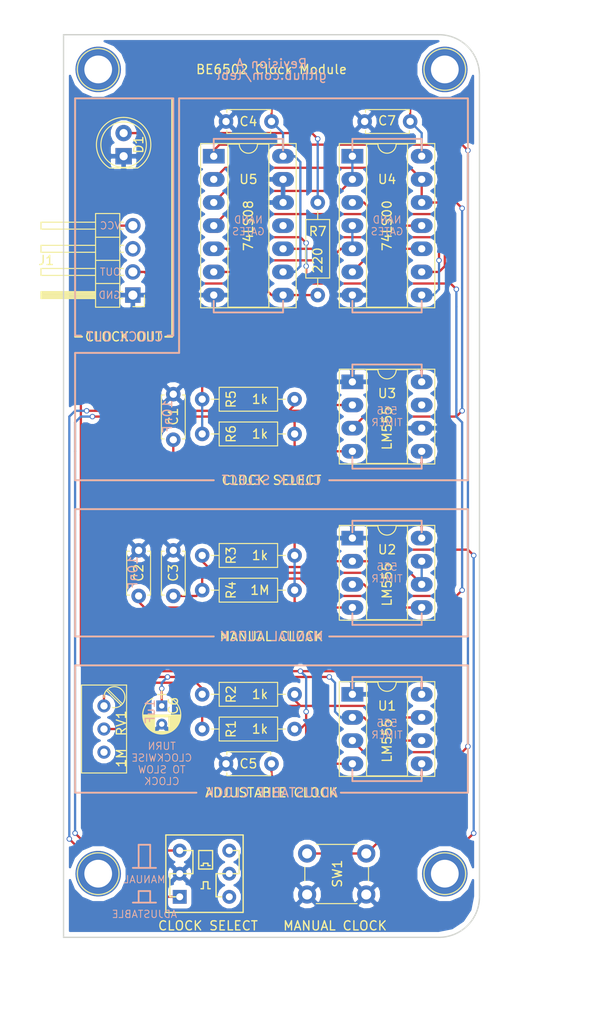
<source format=kicad_pcb>
(kicad_pcb (version 4) (host pcbnew 4.0.7)

  (general
    (links 69)
    (no_connects 0)
    (area 125.019999 57.074999 170.890001 156.285001)
    (thickness 1.6)
    (drawings 119)
    (tracks 288)
    (zones 0)
    (modules 28)
    (nets 24)
  )

  (page A4)
  (layers
    (0 F.Cu signal)
    (31 B.Cu signal)
    (32 B.Adhes user)
    (33 F.Adhes user)
    (34 B.Paste user)
    (35 F.Paste user)
    (36 B.SilkS user)
    (37 F.SilkS user)
    (38 B.Mask user)
    (39 F.Mask user)
    (40 Dwgs.User user)
    (41 Cmts.User user)
    (42 Eco1.User user)
    (43 Eco2.User user)
    (44 Edge.Cuts user)
    (45 Margin user)
    (46 B.CrtYd user)
    (47 F.CrtYd user)
    (48 B.Fab user)
    (49 F.Fab user)
  )

  (setup
    (last_trace_width 0.25)
    (user_trace_width 0.1)
    (trace_clearance 0.2)
    (zone_clearance 0.508)
    (zone_45_only no)
    (trace_min 0.01)
    (segment_width 0.2)
    (edge_width 0.15)
    (via_size 0.6)
    (via_drill 0.4)
    (via_min_size 0.4)
    (via_min_drill 0.3)
    (uvia_size 0.3)
    (uvia_drill 0.1)
    (uvias_allowed no)
    (uvia_min_size 0.2)
    (uvia_min_drill 0.1)
    (pcb_text_width 0.3)
    (pcb_text_size 1.5 1.5)
    (mod_edge_width 0.15)
    (mod_text_size 1 1)
    (mod_text_width 0.15)
    (pad_size 1.524 1.524)
    (pad_drill 0.762)
    (pad_to_mask_clearance 0.2)
    (aux_axis_origin 104.14 52.07)
    (grid_origin 187.96 84.455)
    (visible_elements 7FFFFFFF)
    (pcbplotparams
      (layerselection 0x011fc_80000001)
      (usegerberextensions true)
      (excludeedgelayer true)
      (linewidth 0.100000)
      (plotframeref false)
      (viasonmask false)
      (mode 1)
      (useauxorigin false)
      (hpglpennumber 1)
      (hpglpenspeed 20)
      (hpglpendiameter 15)
      (hpglpenoverlay 2)
      (psnegative false)
      (psa4output false)
      (plotreference true)
      (plotvalue true)
      (plotinvisibletext false)
      (padsonsilk false)
      (subtractmaskfromsilk false)
      (outputformat 1)
      (mirror false)
      (drillshape 0)
      (scaleselection 1)
      (outputdirectory export/))
  )

  (net 0 "")
  (net 1 GND)
  (net 2 VCC)
  (net 3 "Net-(D1-Pad2)")
  (net 4 "Net-(C1-Pad1)")
  (net 5 "Net-(C2-Pad1)")
  (net 6 "Net-(C3-Pad1)")
  (net 7 "Net-(C5-Pad1)")
  (net 8 "Net-(C6-Pad1)")
  (net 9 CLOCK_OUT)
  (net 10 "Net-(R1-Pad2)")
  (net 11 "Net-(R3-Pad2)")
  (net 12 "Net-(R5-Pad2)")
  (net 13 "Net-(R6-Pad2)")
  (net 14 "Net-(U1-Pad3)")
  (net 15 "Net-(U2-Pad3)")
  (net 16 "Net-(U3-Pad3)")
  (net 17 "Net-(U4-Pad1)")
  (net 18 "Net-(U4-Pad8)")
  (net 19 "Net-(U4-Pad3)")
  (net 20 "Net-(U4-Pad10)")
  (net 21 "Net-(U4-Pad4)")
  (net 22 "Net-(U4-Pad11)")
  (net 23 "Net-(R2-Pad2)")

  (net_class Default "This is the default net class."
    (clearance 0.2)
    (trace_width 0.25)
    (via_dia 0.6)
    (via_drill 0.4)
    (uvia_dia 0.3)
    (uvia_drill 0.1)
    (add_net CLOCK_OUT)
    (add_net GND)
    (add_net "Net-(C1-Pad1)")
    (add_net "Net-(C2-Pad1)")
    (add_net "Net-(C3-Pad1)")
    (add_net "Net-(C5-Pad1)")
    (add_net "Net-(C6-Pad1)")
    (add_net "Net-(D1-Pad2)")
    (add_net "Net-(R1-Pad2)")
    (add_net "Net-(R2-Pad2)")
    (add_net "Net-(R3-Pad2)")
    (add_net "Net-(R5-Pad2)")
    (add_net "Net-(R6-Pad2)")
    (add_net "Net-(U1-Pad3)")
    (add_net "Net-(U2-Pad3)")
    (add_net "Net-(U3-Pad3)")
    (add_net "Net-(U4-Pad1)")
    (add_net "Net-(U4-Pad10)")
    (add_net "Net-(U4-Pad11)")
    (add_net "Net-(U4-Pad3)")
    (add_net "Net-(U4-Pad4)")
    (add_net "Net-(U4-Pad8)")
    (add_net VCC)
  )

  (net_class VCC ""
    (clearance 0.2)
    (trace_width 0.75)
    (via_dia 0.6)
    (via_drill 0.4)
    (uvia_dia 0.3)
    (uvia_drill 0.1)
  )

  (module mounting:1pin (layer F.Cu) (tedit 5D61810C) (tstamp 5D63F39B)
    (at 167.005 149.225 90)
    (descr "module 1 pin (ou trou mecanique de percage)")
    (tags DEV)
    (path /5D63FD8B)
    (fp_text reference M1 (at 0 -3.048 90) (layer F.Fab) hide
      (effects (font (size 1 1) (thickness 0.15)))
    )
    (fp_text value Mounting (at 0 3 90) (layer F.Fab) hide
      (effects (font (size 1 1) (thickness 0.15)))
    )
    (fp_circle (center 0 0) (end 2 0.8) (layer F.Fab) (width 0.1))
    (fp_circle (center 0 0) (end 2.6 0) (layer F.CrtYd) (width 0.05))
    (fp_circle (center 0 0) (end 0 -2.286) (layer F.SilkS) (width 0.12))
    (pad 1 thru_hole circle (at 0 0 90) (size 5 5) (drill 3.048) (layers *.Cu *.Mask))
  )

  (module mounting:1pin (layer F.Cu) (tedit 5D61810C) (tstamp 5D63F3A3)
    (at 128.905 149.225)
    (descr "module 1 pin (ou trou mecanique de percage)")
    (tags DEV)
    (path /5D63FDB2)
    (fp_text reference M2 (at 0 -3.048) (layer F.Fab) hide
      (effects (font (size 1 1) (thickness 0.15)))
    )
    (fp_text value Mounting (at 0 3) (layer F.Fab) hide
      (effects (font (size 1 1) (thickness 0.15)))
    )
    (fp_circle (center 0 0) (end 2 0.8) (layer F.Fab) (width 0.1))
    (fp_circle (center 0 0) (end 2.6 0) (layer F.CrtYd) (width 0.05))
    (fp_circle (center 0 0) (end 0 -2.286) (layer F.SilkS) (width 0.12))
    (pad 1 thru_hole circle (at 0 0) (size 5 5) (drill 3.048) (layers *.Cu *.Mask))
  )

  (module mounting:1pin (layer F.Cu) (tedit 5D61810C) (tstamp 5D63F3AB)
    (at 128.905 60.96)
    (descr "module 1 pin (ou trou mecanique de percage)")
    (tags DEV)
    (path /5D63FDD2)
    (fp_text reference M3 (at 0 -3.048) (layer F.Fab) hide
      (effects (font (size 1 1) (thickness 0.15)))
    )
    (fp_text value Mounting (at 0 3) (layer F.Fab) hide
      (effects (font (size 1 1) (thickness 0.15)))
    )
    (fp_circle (center 0 0) (end 2 0.8) (layer F.Fab) (width 0.1))
    (fp_circle (center 0 0) (end 2.6 0) (layer F.CrtYd) (width 0.05))
    (fp_circle (center 0 0) (end 0 -2.286) (layer F.SilkS) (width 0.12))
    (pad 1 thru_hole circle (at 0 0) (size 5 5) (drill 3.048) (layers *.Cu *.Mask))
  )

  (module mounting:1pin (layer F.Cu) (tedit 5D61810C) (tstamp 5D63F3B3)
    (at 167.005 60.96)
    (descr "module 1 pin (ou trou mecanique de percage)")
    (tags DEV)
    (path /5D63FDF2)
    (fp_text reference M4 (at 0 -3.048) (layer F.Fab) hide
      (effects (font (size 1 1) (thickness 0.15)))
    )
    (fp_text value Mounting (at 0 3) (layer F.Fab) hide
      (effects (font (size 1 1) (thickness 0.15)))
    )
    (fp_circle (center 0 0) (end 2 0.8) (layer F.Fab) (width 0.1))
    (fp_circle (center 0 0) (end 2.6 0) (layer F.CrtYd) (width 0.05))
    (fp_circle (center 0 0) (end 0 -2.286) (layer F.SilkS) (width 0.12))
    (pad 1 thru_hole circle (at 0 0) (size 5 5) (drill 3.048) (layers *.Cu *.Mask))
  )

  (module Capacitors_THT:C_Disc_D4.7mm_W2.5mm_P5.00mm (layer F.Cu) (tedit 5DD06A38) (tstamp 5D654912)
    (at 137.16 101.6 90)
    (descr "C, Disc series, Radial, pin pitch=5.00mm, , diameter*width=4.7*2.5mm^2, Capacitor, http://www.vishay.com/docs/45233/krseries.pdf")
    (tags "C Disc series Radial pin pitch 5.00mm  diameter 4.7mm width 2.5mm Capacitor")
    (path /5DD277E4)
    (fp_text reference C1 (at 2.54 0 90) (layer F.SilkS)
      (effects (font (size 1 1) (thickness 0.15)))
    )
    (fp_text value 10nF (at 2.54 -0.635 90) (layer B.SilkS)
      (effects (font (size 1 1) (thickness 0.15)) (justify mirror))
    )
    (fp_line (start 0.15 -1.25) (end 0.15 1.25) (layer F.Fab) (width 0.1))
    (fp_line (start 0.15 1.25) (end 4.85 1.25) (layer F.Fab) (width 0.1))
    (fp_line (start 4.85 1.25) (end 4.85 -1.25) (layer F.Fab) (width 0.1))
    (fp_line (start 4.85 -1.25) (end 0.15 -1.25) (layer F.Fab) (width 0.1))
    (fp_line (start 0.09 -1.31) (end 4.91 -1.31) (layer F.SilkS) (width 0.12))
    (fp_line (start 0.09 1.31) (end 4.91 1.31) (layer F.SilkS) (width 0.12))
    (fp_line (start 0.09 -1.31) (end 0.09 -0.996) (layer F.SilkS) (width 0.12))
    (fp_line (start 0.09 0.996) (end 0.09 1.31) (layer F.SilkS) (width 0.12))
    (fp_line (start 4.91 -1.31) (end 4.91 -0.996) (layer F.SilkS) (width 0.12))
    (fp_line (start 4.91 0.996) (end 4.91 1.31) (layer F.SilkS) (width 0.12))
    (fp_line (start -1.05 -1.6) (end -1.05 1.6) (layer F.CrtYd) (width 0.05))
    (fp_line (start -1.05 1.6) (end 6.05 1.6) (layer F.CrtYd) (width 0.05))
    (fp_line (start 6.05 1.6) (end 6.05 -1.6) (layer F.CrtYd) (width 0.05))
    (fp_line (start 6.05 -1.6) (end -1.05 -1.6) (layer F.CrtYd) (width 0.05))
    (fp_text user %R (at 2.5 0 90) (layer F.Fab)
      (effects (font (size 1 1) (thickness 0.15)))
    )
    (pad 1 thru_hole circle (at 0 0 90) (size 1.6 1.6) (drill 0.8) (layers *.Cu *.Mask)
      (net 4 "Net-(C1-Pad1)"))
    (pad 2 thru_hole circle (at 5 0 90) (size 1.6 1.6) (drill 0.8) (layers *.Cu *.Mask)
      (net 1 GND))
    (model ${KISYS3DMOD}/Capacitors_THT.3dshapes/C_Disc_D4.7mm_W2.5mm_P5.00mm.wrl
      (at (xyz 0 0 0))
      (scale (xyz 1 1 1))
      (rotate (xyz 0 0 0))
    )
  )

  (module Capacitors_THT:C_Disc_D4.7mm_W2.5mm_P5.00mm (layer F.Cu) (tedit 5DD06A26) (tstamp 5D654918)
    (at 133.35 118.745 90)
    (descr "C, Disc series, Radial, pin pitch=5.00mm, , diameter*width=4.7*2.5mm^2, Capacitor, http://www.vishay.com/docs/45233/krseries.pdf")
    (tags "C Disc series Radial pin pitch 5.00mm  diameter 4.7mm width 2.5mm Capacitor")
    (path /5DD1ABFD)
    (fp_text reference C2 (at 2.54 0 90) (layer F.SilkS)
      (effects (font (size 1 1) (thickness 0.15)))
    )
    (fp_text value 10nF (at 2.54 -0.635 90) (layer B.SilkS)
      (effects (font (size 1 1) (thickness 0.15)) (justify mirror))
    )
    (fp_line (start 0.15 -1.25) (end 0.15 1.25) (layer F.Fab) (width 0.1))
    (fp_line (start 0.15 1.25) (end 4.85 1.25) (layer F.Fab) (width 0.1))
    (fp_line (start 4.85 1.25) (end 4.85 -1.25) (layer F.Fab) (width 0.1))
    (fp_line (start 4.85 -1.25) (end 0.15 -1.25) (layer F.Fab) (width 0.1))
    (fp_line (start 0.09 -1.31) (end 4.91 -1.31) (layer F.SilkS) (width 0.12))
    (fp_line (start 0.09 1.31) (end 4.91 1.31) (layer F.SilkS) (width 0.12))
    (fp_line (start 0.09 -1.31) (end 0.09 -0.996) (layer F.SilkS) (width 0.12))
    (fp_line (start 0.09 0.996) (end 0.09 1.31) (layer F.SilkS) (width 0.12))
    (fp_line (start 4.91 -1.31) (end 4.91 -0.996) (layer F.SilkS) (width 0.12))
    (fp_line (start 4.91 0.996) (end 4.91 1.31) (layer F.SilkS) (width 0.12))
    (fp_line (start -1.05 -1.6) (end -1.05 1.6) (layer F.CrtYd) (width 0.05))
    (fp_line (start -1.05 1.6) (end 6.05 1.6) (layer F.CrtYd) (width 0.05))
    (fp_line (start 6.05 1.6) (end 6.05 -1.6) (layer F.CrtYd) (width 0.05))
    (fp_line (start 6.05 -1.6) (end -1.05 -1.6) (layer F.CrtYd) (width 0.05))
    (fp_text user %R (at 2.5 0 90) (layer F.Fab)
      (effects (font (size 1 1) (thickness 0.15)))
    )
    (pad 1 thru_hole circle (at 0 0 90) (size 1.6 1.6) (drill 0.8) (layers *.Cu *.Mask)
      (net 5 "Net-(C2-Pad1)"))
    (pad 2 thru_hole circle (at 5 0 90) (size 1.6 1.6) (drill 0.8) (layers *.Cu *.Mask)
      (net 1 GND))
    (model ${KISYS3DMOD}/Capacitors_THT.3dshapes/C_Disc_D4.7mm_W2.5mm_P5.00mm.wrl
      (at (xyz 0 0 0))
      (scale (xyz 1 1 1))
      (rotate (xyz 0 0 0))
    )
  )

  (module Capacitors_THT:C_Disc_D4.7mm_W2.5mm_P5.00mm (layer F.Cu) (tedit 5D73A4A9) (tstamp 5D65491E)
    (at 137.16 118.745 90)
    (descr "C, Disc series, Radial, pin pitch=5.00mm, , diameter*width=4.7*2.5mm^2, Capacitor, http://www.vishay.com/docs/45233/krseries.pdf")
    (tags "C Disc series Radial pin pitch 5.00mm  diameter 4.7mm width 2.5mm Capacitor")
    (path /5DD1BFA5)
    (fp_text reference C3 (at 2.54 0 90) (layer F.SilkS)
      (effects (font (size 1 1) (thickness 0.15)))
    )
    (fp_text value 100nF (at 2.5 2.56 90) (layer F.Fab)
      (effects (font (size 1 1) (thickness 0.15)))
    )
    (fp_line (start 0.15 -1.25) (end 0.15 1.25) (layer F.Fab) (width 0.1))
    (fp_line (start 0.15 1.25) (end 4.85 1.25) (layer F.Fab) (width 0.1))
    (fp_line (start 4.85 1.25) (end 4.85 -1.25) (layer F.Fab) (width 0.1))
    (fp_line (start 4.85 -1.25) (end 0.15 -1.25) (layer F.Fab) (width 0.1))
    (fp_line (start 0.09 -1.31) (end 4.91 -1.31) (layer F.SilkS) (width 0.12))
    (fp_line (start 0.09 1.31) (end 4.91 1.31) (layer F.SilkS) (width 0.12))
    (fp_line (start 0.09 -1.31) (end 0.09 -0.996) (layer F.SilkS) (width 0.12))
    (fp_line (start 0.09 0.996) (end 0.09 1.31) (layer F.SilkS) (width 0.12))
    (fp_line (start 4.91 -1.31) (end 4.91 -0.996) (layer F.SilkS) (width 0.12))
    (fp_line (start 4.91 0.996) (end 4.91 1.31) (layer F.SilkS) (width 0.12))
    (fp_line (start -1.05 -1.6) (end -1.05 1.6) (layer F.CrtYd) (width 0.05))
    (fp_line (start -1.05 1.6) (end 6.05 1.6) (layer F.CrtYd) (width 0.05))
    (fp_line (start 6.05 1.6) (end 6.05 -1.6) (layer F.CrtYd) (width 0.05))
    (fp_line (start 6.05 -1.6) (end -1.05 -1.6) (layer F.CrtYd) (width 0.05))
    (fp_text user %R (at 2.5 0 90) (layer F.Fab)
      (effects (font (size 1 1) (thickness 0.15)))
    )
    (pad 1 thru_hole circle (at 0 0 90) (size 1.6 1.6) (drill 0.8) (layers *.Cu *.Mask)
      (net 6 "Net-(C3-Pad1)"))
    (pad 2 thru_hole circle (at 5 0 90) (size 1.6 1.6) (drill 0.8) (layers *.Cu *.Mask)
      (net 1 GND))
    (model ${KISYS3DMOD}/Capacitors_THT.3dshapes/C_Disc_D4.7mm_W2.5mm_P5.00mm.wrl
      (at (xyz 0 0 0))
      (scale (xyz 1 1 1))
      (rotate (xyz 0 0 0))
    )
  )

  (module Capacitors_THT:C_Disc_D4.7mm_W2.5mm_P5.00mm (layer F.Cu) (tedit 5D654C48) (tstamp 5D654924)
    (at 147.955 66.675 180)
    (descr "C, Disc series, Radial, pin pitch=5.00mm, , diameter*width=4.7*2.5mm^2, Capacitor, http://www.vishay.com/docs/45233/krseries.pdf")
    (tags "C Disc series Radial pin pitch 5.00mm  diameter 4.7mm width 2.5mm Capacitor")
    (path /5DD4079C)
    (fp_text reference C4 (at 2.54 0 180) (layer F.SilkS)
      (effects (font (size 1 1) (thickness 0.15)))
    )
    (fp_text value 100nF (at 2.5 2.56 180) (layer F.Fab)
      (effects (font (size 1 1) (thickness 0.15)))
    )
    (fp_line (start 0.15 -1.25) (end 0.15 1.25) (layer F.Fab) (width 0.1))
    (fp_line (start 0.15 1.25) (end 4.85 1.25) (layer F.Fab) (width 0.1))
    (fp_line (start 4.85 1.25) (end 4.85 -1.25) (layer F.Fab) (width 0.1))
    (fp_line (start 4.85 -1.25) (end 0.15 -1.25) (layer F.Fab) (width 0.1))
    (fp_line (start 0.09 -1.31) (end 4.91 -1.31) (layer F.SilkS) (width 0.12))
    (fp_line (start 0.09 1.31) (end 4.91 1.31) (layer F.SilkS) (width 0.12))
    (fp_line (start 0.09 -1.31) (end 0.09 -0.996) (layer F.SilkS) (width 0.12))
    (fp_line (start 0.09 0.996) (end 0.09 1.31) (layer F.SilkS) (width 0.12))
    (fp_line (start 4.91 -1.31) (end 4.91 -0.996) (layer F.SilkS) (width 0.12))
    (fp_line (start 4.91 0.996) (end 4.91 1.31) (layer F.SilkS) (width 0.12))
    (fp_line (start -1.05 -1.6) (end -1.05 1.6) (layer F.CrtYd) (width 0.05))
    (fp_line (start -1.05 1.6) (end 6.05 1.6) (layer F.CrtYd) (width 0.05))
    (fp_line (start 6.05 1.6) (end 6.05 -1.6) (layer F.CrtYd) (width 0.05))
    (fp_line (start 6.05 -1.6) (end -1.05 -1.6) (layer F.CrtYd) (width 0.05))
    (fp_text user %R (at 2.5 0 180) (layer F.Fab)
      (effects (font (size 1 1) (thickness 0.15)))
    )
    (pad 1 thru_hole circle (at 0 0 180) (size 1.6 1.6) (drill 0.8) (layers *.Cu *.Mask)
      (net 2 VCC))
    (pad 2 thru_hole circle (at 5 0 180) (size 1.6 1.6) (drill 0.8) (layers *.Cu *.Mask)
      (net 1 GND))
    (model ${KISYS3DMOD}/Capacitors_THT.3dshapes/C_Disc_D4.7mm_W2.5mm_P5.00mm.wrl
      (at (xyz 0 0 0))
      (scale (xyz 1 1 1))
      (rotate (xyz 0 0 0))
    )
  )

  (module Capacitors_THT:C_Disc_D4.7mm_W2.5mm_P5.00mm (layer F.Cu) (tedit 5D654D5C) (tstamp 5D65492A)
    (at 147.955 137.16 180)
    (descr "C, Disc series, Radial, pin pitch=5.00mm, , diameter*width=4.7*2.5mm^2, Capacitor, http://www.vishay.com/docs/45233/krseries.pdf")
    (tags "C Disc series Radial pin pitch 5.00mm  diameter 4.7mm width 2.5mm Capacitor")
    (path /5DD128A8)
    (fp_text reference C5 (at 2.54 0 180) (layer F.SilkS)
      (effects (font (size 1 1) (thickness 0.15)))
    )
    (fp_text value 10nF (at 2.5 2.56 180) (layer F.Fab)
      (effects (font (size 1 1) (thickness 0.15)))
    )
    (fp_line (start 0.15 -1.25) (end 0.15 1.25) (layer F.Fab) (width 0.1))
    (fp_line (start 0.15 1.25) (end 4.85 1.25) (layer F.Fab) (width 0.1))
    (fp_line (start 4.85 1.25) (end 4.85 -1.25) (layer F.Fab) (width 0.1))
    (fp_line (start 4.85 -1.25) (end 0.15 -1.25) (layer F.Fab) (width 0.1))
    (fp_line (start 0.09 -1.31) (end 4.91 -1.31) (layer F.SilkS) (width 0.12))
    (fp_line (start 0.09 1.31) (end 4.91 1.31) (layer F.SilkS) (width 0.12))
    (fp_line (start 0.09 -1.31) (end 0.09 -0.996) (layer F.SilkS) (width 0.12))
    (fp_line (start 0.09 0.996) (end 0.09 1.31) (layer F.SilkS) (width 0.12))
    (fp_line (start 4.91 -1.31) (end 4.91 -0.996) (layer F.SilkS) (width 0.12))
    (fp_line (start 4.91 0.996) (end 4.91 1.31) (layer F.SilkS) (width 0.12))
    (fp_line (start -1.05 -1.6) (end -1.05 1.6) (layer F.CrtYd) (width 0.05))
    (fp_line (start -1.05 1.6) (end 6.05 1.6) (layer F.CrtYd) (width 0.05))
    (fp_line (start 6.05 1.6) (end 6.05 -1.6) (layer F.CrtYd) (width 0.05))
    (fp_line (start 6.05 -1.6) (end -1.05 -1.6) (layer F.CrtYd) (width 0.05))
    (fp_text user %R (at 2.5 0 180) (layer F.Fab)
      (effects (font (size 1 1) (thickness 0.15)))
    )
    (pad 1 thru_hole circle (at 0 0 180) (size 1.6 1.6) (drill 0.8) (layers *.Cu *.Mask)
      (net 7 "Net-(C5-Pad1)"))
    (pad 2 thru_hole circle (at 5 0 180) (size 1.6 1.6) (drill 0.8) (layers *.Cu *.Mask)
      (net 1 GND))
    (model ${KISYS3DMOD}/Capacitors_THT.3dshapes/C_Disc_D4.7mm_W2.5mm_P5.00mm.wrl
      (at (xyz 0 0 0))
      (scale (xyz 1 1 1))
      (rotate (xyz 0 0 0))
    )
  )

  (module Resistors_THT:R_Axial_DIN0207_L6.3mm_D2.5mm_P10.16mm_Horizontal (layer F.Cu) (tedit 5D65A93A) (tstamp 5D654960)
    (at 150.495 133.35 180)
    (descr "Resistor, Axial_DIN0207 series, Axial, Horizontal, pin pitch=10.16mm, 0.25W = 1/4W, length*diameter=6.3*2.5mm^2, http://cdn-reichelt.de/documents/datenblatt/B400/1_4W%23YAG.pdf")
    (tags "Resistor Axial_DIN0207 series Axial Horizontal pin pitch 10.16mm 0.25W = 1/4W length 6.3mm diameter 2.5mm")
    (path /5DD0D9D0)
    (fp_text reference R1 (at 6.985 0 270) (layer F.SilkS)
      (effects (font (size 1 1) (thickness 0.15)))
    )
    (fp_text value 1k (at 3.81 0 180) (layer F.SilkS)
      (effects (font (size 1 1) (thickness 0.15)))
    )
    (fp_line (start 1.93 -1.25) (end 1.93 1.25) (layer F.Fab) (width 0.1))
    (fp_line (start 1.93 1.25) (end 8.23 1.25) (layer F.Fab) (width 0.1))
    (fp_line (start 8.23 1.25) (end 8.23 -1.25) (layer F.Fab) (width 0.1))
    (fp_line (start 8.23 -1.25) (end 1.93 -1.25) (layer F.Fab) (width 0.1))
    (fp_line (start 0 0) (end 1.93 0) (layer F.Fab) (width 0.1))
    (fp_line (start 10.16 0) (end 8.23 0) (layer F.Fab) (width 0.1))
    (fp_line (start 1.87 -1.31) (end 1.87 1.31) (layer F.SilkS) (width 0.12))
    (fp_line (start 1.87 1.31) (end 8.29 1.31) (layer F.SilkS) (width 0.12))
    (fp_line (start 8.29 1.31) (end 8.29 -1.31) (layer F.SilkS) (width 0.12))
    (fp_line (start 8.29 -1.31) (end 1.87 -1.31) (layer F.SilkS) (width 0.12))
    (fp_line (start 0.98 0) (end 1.87 0) (layer F.SilkS) (width 0.12))
    (fp_line (start 9.18 0) (end 8.29 0) (layer F.SilkS) (width 0.12))
    (fp_line (start -1.05 -1.6) (end -1.05 1.6) (layer F.CrtYd) (width 0.05))
    (fp_line (start -1.05 1.6) (end 11.25 1.6) (layer F.CrtYd) (width 0.05))
    (fp_line (start 11.25 1.6) (end 11.25 -1.6) (layer F.CrtYd) (width 0.05))
    (fp_line (start 11.25 -1.6) (end -1.05 -1.6) (layer F.CrtYd) (width 0.05))
    (pad 1 thru_hole circle (at 0 0 180) (size 1.6 1.6) (drill 0.8) (layers *.Cu *.Mask)
      (net 2 VCC))
    (pad 2 thru_hole oval (at 10.16 0 180) (size 1.6 1.6) (drill 0.8) (layers *.Cu *.Mask)
      (net 10 "Net-(R1-Pad2)"))
    (model ${KISYS3DMOD}/Resistors_THT.3dshapes/R_Axial_DIN0207_L6.3mm_D2.5mm_P10.16mm_Horizontal.wrl
      (at (xyz 0 0 0))
      (scale (xyz 0.393701 0.393701 0.393701))
      (rotate (xyz 0 0 0))
    )
  )

  (module Resistors_THT:R_Axial_DIN0207_L6.3mm_D2.5mm_P10.16mm_Horizontal (layer F.Cu) (tedit 5D65A952) (tstamp 5D654966)
    (at 150.495 129.54 180)
    (descr "Resistor, Axial_DIN0207 series, Axial, Horizontal, pin pitch=10.16mm, 0.25W = 1/4W, length*diameter=6.3*2.5mm^2, http://cdn-reichelt.de/documents/datenblatt/B400/1_4W%23YAG.pdf")
    (tags "Resistor Axial_DIN0207 series Axial Horizontal pin pitch 10.16mm 0.25W = 1/4W length 6.3mm diameter 2.5mm")
    (path /5DD0FE46)
    (fp_text reference R2 (at 6.985 0 270) (layer F.SilkS)
      (effects (font (size 1 1) (thickness 0.15)))
    )
    (fp_text value 1k (at 3.81 0 180) (layer F.SilkS)
      (effects (font (size 1 1) (thickness 0.15)))
    )
    (fp_line (start 1.93 -1.25) (end 1.93 1.25) (layer F.Fab) (width 0.1))
    (fp_line (start 1.93 1.25) (end 8.23 1.25) (layer F.Fab) (width 0.1))
    (fp_line (start 8.23 1.25) (end 8.23 -1.25) (layer F.Fab) (width 0.1))
    (fp_line (start 8.23 -1.25) (end 1.93 -1.25) (layer F.Fab) (width 0.1))
    (fp_line (start 0 0) (end 1.93 0) (layer F.Fab) (width 0.1))
    (fp_line (start 10.16 0) (end 8.23 0) (layer F.Fab) (width 0.1))
    (fp_line (start 1.87 -1.31) (end 1.87 1.31) (layer F.SilkS) (width 0.12))
    (fp_line (start 1.87 1.31) (end 8.29 1.31) (layer F.SilkS) (width 0.12))
    (fp_line (start 8.29 1.31) (end 8.29 -1.31) (layer F.SilkS) (width 0.12))
    (fp_line (start 8.29 -1.31) (end 1.87 -1.31) (layer F.SilkS) (width 0.12))
    (fp_line (start 0.98 0) (end 1.87 0) (layer F.SilkS) (width 0.12))
    (fp_line (start 9.18 0) (end 8.29 0) (layer F.SilkS) (width 0.12))
    (fp_line (start -1.05 -1.6) (end -1.05 1.6) (layer F.CrtYd) (width 0.05))
    (fp_line (start -1.05 1.6) (end 11.25 1.6) (layer F.CrtYd) (width 0.05))
    (fp_line (start 11.25 1.6) (end 11.25 -1.6) (layer F.CrtYd) (width 0.05))
    (fp_line (start 11.25 -1.6) (end -1.05 -1.6) (layer F.CrtYd) (width 0.05))
    (pad 1 thru_hole circle (at 0 0 180) (size 1.6 1.6) (drill 0.8) (layers *.Cu *.Mask)
      (net 10 "Net-(R1-Pad2)"))
    (pad 2 thru_hole oval (at 10.16 0 180) (size 1.6 1.6) (drill 0.8) (layers *.Cu *.Mask)
      (net 23 "Net-(R2-Pad2)"))
    (model ${KISYS3DMOD}/Resistors_THT.3dshapes/R_Axial_DIN0207_L6.3mm_D2.5mm_P10.16mm_Horizontal.wrl
      (at (xyz 0 0 0))
      (scale (xyz 0.393701 0.393701 0.393701))
      (rotate (xyz 0 0 0))
    )
  )

  (module Resistors_THT:R_Axial_DIN0207_L6.3mm_D2.5mm_P10.16mm_Horizontal (layer F.Cu) (tedit 5D736D68) (tstamp 5D65496C)
    (at 150.495 114.3 180)
    (descr "Resistor, Axial_DIN0207 series, Axial, Horizontal, pin pitch=10.16mm, 0.25W = 1/4W, length*diameter=6.3*2.5mm^2, http://cdn-reichelt.de/documents/datenblatt/B400/1_4W%23YAG.pdf")
    (tags "Resistor Axial_DIN0207 series Axial Horizontal pin pitch 10.16mm 0.25W = 1/4W length 6.3mm diameter 2.5mm")
    (path /5DD1F0B8)
    (fp_text reference R3 (at 6.985 0 270) (layer F.SilkS)
      (effects (font (size 1 1) (thickness 0.15)))
    )
    (fp_text value 1k (at 3.81 0 180) (layer F.SilkS)
      (effects (font (size 1 1) (thickness 0.15)))
    )
    (fp_line (start 1.93 -1.25) (end 1.93 1.25) (layer F.Fab) (width 0.1))
    (fp_line (start 1.93 1.25) (end 8.23 1.25) (layer F.Fab) (width 0.1))
    (fp_line (start 8.23 1.25) (end 8.23 -1.25) (layer F.Fab) (width 0.1))
    (fp_line (start 8.23 -1.25) (end 1.93 -1.25) (layer F.Fab) (width 0.1))
    (fp_line (start 0 0) (end 1.93 0) (layer F.Fab) (width 0.1))
    (fp_line (start 10.16 0) (end 8.23 0) (layer F.Fab) (width 0.1))
    (fp_line (start 1.87 -1.31) (end 1.87 1.31) (layer F.SilkS) (width 0.12))
    (fp_line (start 1.87 1.31) (end 8.29 1.31) (layer F.SilkS) (width 0.12))
    (fp_line (start 8.29 1.31) (end 8.29 -1.31) (layer F.SilkS) (width 0.12))
    (fp_line (start 8.29 -1.31) (end 1.87 -1.31) (layer F.SilkS) (width 0.12))
    (fp_line (start 0.98 0) (end 1.87 0) (layer F.SilkS) (width 0.12))
    (fp_line (start 9.18 0) (end 8.29 0) (layer F.SilkS) (width 0.12))
    (fp_line (start -1.05 -1.6) (end -1.05 1.6) (layer F.CrtYd) (width 0.05))
    (fp_line (start -1.05 1.6) (end 11.25 1.6) (layer F.CrtYd) (width 0.05))
    (fp_line (start 11.25 1.6) (end 11.25 -1.6) (layer F.CrtYd) (width 0.05))
    (fp_line (start 11.25 -1.6) (end -1.05 -1.6) (layer F.CrtYd) (width 0.05))
    (pad 1 thru_hole circle (at 0 0 180) (size 1.6 1.6) (drill 0.8) (layers *.Cu *.Mask)
      (net 2 VCC))
    (pad 2 thru_hole oval (at 10.16 0 180) (size 1.6 1.6) (drill 0.8) (layers *.Cu *.Mask)
      (net 11 "Net-(R3-Pad2)"))
    (model ${KISYS3DMOD}/Resistors_THT.3dshapes/R_Axial_DIN0207_L6.3mm_D2.5mm_P10.16mm_Horizontal.wrl
      (at (xyz 0 0 0))
      (scale (xyz 0.393701 0.393701 0.393701))
      (rotate (xyz 0 0 0))
    )
  )

  (module Resistors_THT:R_Axial_DIN0207_L6.3mm_D2.5mm_P10.16mm_Horizontal (layer F.Cu) (tedit 5DC075B9) (tstamp 5D65497E)
    (at 140.335 100.965)
    (descr "Resistor, Axial_DIN0207 series, Axial, Horizontal, pin pitch=10.16mm, 0.25W = 1/4W, length*diameter=6.3*2.5mm^2, http://cdn-reichelt.de/documents/datenblatt/B400/1_4W%23YAG.pdf")
    (tags "Resistor Axial_DIN0207 series Axial Horizontal pin pitch 10.16mm 0.25W = 1/4W length 6.3mm diameter 2.5mm")
    (path /5DD29E73)
    (fp_text reference R6 (at 3.175 0 90) (layer F.SilkS)
      (effects (font (size 1 1) (thickness 0.15)))
    )
    (fp_text value 1k (at 6.35 0) (layer F.SilkS)
      (effects (font (size 1 1) (thickness 0.15)))
    )
    (fp_line (start 1.93 -1.25) (end 1.93 1.25) (layer F.Fab) (width 0.1))
    (fp_line (start 1.93 1.25) (end 8.23 1.25) (layer F.Fab) (width 0.1))
    (fp_line (start 8.23 1.25) (end 8.23 -1.25) (layer F.Fab) (width 0.1))
    (fp_line (start 8.23 -1.25) (end 1.93 -1.25) (layer F.Fab) (width 0.1))
    (fp_line (start 0 0) (end 1.93 0) (layer F.Fab) (width 0.1))
    (fp_line (start 10.16 0) (end 8.23 0) (layer F.Fab) (width 0.1))
    (fp_line (start 1.87 -1.31) (end 1.87 1.31) (layer F.SilkS) (width 0.12))
    (fp_line (start 1.87 1.31) (end 8.29 1.31) (layer F.SilkS) (width 0.12))
    (fp_line (start 8.29 1.31) (end 8.29 -1.31) (layer F.SilkS) (width 0.12))
    (fp_line (start 8.29 -1.31) (end 1.87 -1.31) (layer F.SilkS) (width 0.12))
    (fp_line (start 0.98 0) (end 1.87 0) (layer F.SilkS) (width 0.12))
    (fp_line (start 9.18 0) (end 8.29 0) (layer F.SilkS) (width 0.12))
    (fp_line (start -1.05 -1.6) (end -1.05 1.6) (layer F.CrtYd) (width 0.05))
    (fp_line (start -1.05 1.6) (end 11.25 1.6) (layer F.CrtYd) (width 0.05))
    (fp_line (start 11.25 1.6) (end 11.25 -1.6) (layer F.CrtYd) (width 0.05))
    (fp_line (start 11.25 -1.6) (end -1.05 -1.6) (layer F.CrtYd) (width 0.05))
    (pad 1 thru_hole circle (at 0 0) (size 1.6 1.6) (drill 0.8) (layers *.Cu *.Mask)
      (net 2 VCC))
    (pad 2 thru_hole oval (at 10.16 0) (size 1.6 1.6) (drill 0.8) (layers *.Cu *.Mask)
      (net 13 "Net-(R6-Pad2)"))
    (model ${KISYS3DMOD}/Resistors_THT.3dshapes/R_Axial_DIN0207_L6.3mm_D2.5mm_P10.16mm_Horizontal.wrl
      (at (xyz 0 0 0))
      (scale (xyz 0.393701 0.393701 0.393701))
      (rotate (xyz 0 0 0))
    )
  )

  (module Resistors_THT:R_Axial_DIN0207_L6.3mm_D2.5mm_P10.16mm_Horizontal (layer F.Cu) (tedit 5D72994A) (tstamp 5D654984)
    (at 153.035 75.565 270)
    (descr "Resistor, Axial_DIN0207 series, Axial, Horizontal, pin pitch=10.16mm, 0.25W = 1/4W, length*diameter=6.3*2.5mm^2, http://cdn-reichelt.de/documents/datenblatt/B400/1_4W%23YAG.pdf")
    (tags "Resistor Axial_DIN0207 series Axial Horizontal pin pitch 10.16mm 0.25W = 1/4W length 6.3mm diameter 2.5mm")
    (path /5DD4F5EF)
    (fp_text reference R7 (at 3.175 0 360) (layer F.SilkS)
      (effects (font (size 1 1) (thickness 0.15)))
    )
    (fp_text value 220 (at 6.35 0 270) (layer F.SilkS)
      (effects (font (size 1 1) (thickness 0.15)))
    )
    (fp_line (start 1.93 -1.25) (end 1.93 1.25) (layer F.Fab) (width 0.1))
    (fp_line (start 1.93 1.25) (end 8.23 1.25) (layer F.Fab) (width 0.1))
    (fp_line (start 8.23 1.25) (end 8.23 -1.25) (layer F.Fab) (width 0.1))
    (fp_line (start 8.23 -1.25) (end 1.93 -1.25) (layer F.Fab) (width 0.1))
    (fp_line (start 0 0) (end 1.93 0) (layer F.Fab) (width 0.1))
    (fp_line (start 10.16 0) (end 8.23 0) (layer F.Fab) (width 0.1))
    (fp_line (start 1.87 -1.31) (end 1.87 1.31) (layer F.SilkS) (width 0.12))
    (fp_line (start 1.87 1.31) (end 8.29 1.31) (layer F.SilkS) (width 0.12))
    (fp_line (start 8.29 1.31) (end 8.29 -1.31) (layer F.SilkS) (width 0.12))
    (fp_line (start 8.29 -1.31) (end 1.87 -1.31) (layer F.SilkS) (width 0.12))
    (fp_line (start 0.98 0) (end 1.87 0) (layer F.SilkS) (width 0.12))
    (fp_line (start 9.18 0) (end 8.29 0) (layer F.SilkS) (width 0.12))
    (fp_line (start -1.05 -1.6) (end -1.05 1.6) (layer F.CrtYd) (width 0.05))
    (fp_line (start -1.05 1.6) (end 11.25 1.6) (layer F.CrtYd) (width 0.05))
    (fp_line (start 11.25 1.6) (end 11.25 -1.6) (layer F.CrtYd) (width 0.05))
    (fp_line (start 11.25 -1.6) (end -1.05 -1.6) (layer F.CrtYd) (width 0.05))
    (pad 1 thru_hole circle (at 0 0 270) (size 1.6 1.6) (drill 0.8) (layers *.Cu *.Mask)
      (net 3 "Net-(D1-Pad2)"))
    (pad 2 thru_hole oval (at 10.16 0 270) (size 1.6 1.6) (drill 0.8) (layers *.Cu *.Mask)
      (net 9 CLOCK_OUT))
    (model ${KISYS3DMOD}/Resistors_THT.3dshapes/R_Axial_DIN0207_L6.3mm_D2.5mm_P10.16mm_Horizontal.wrl
      (at (xyz 0 0 0))
      (scale (xyz 0.393701 0.393701 0.393701))
      (rotate (xyz 0 0 0))
    )
  )

  (module LEDs:LED_D5.0mm (layer F.Cu) (tedit 5DD05E94) (tstamp 5DC06561)
    (at 131.699 70.485 90)
    (descr "LED, diameter 5.0mm, 2 pins, http://cdn-reichelt.de/documents/datenblatt/A500/LL-504BC2E-009.pdf")
    (tags "LED diameter 5.0mm 2 pins")
    (path /5DD4F378)
    (fp_text reference D1 (at 1.27 1.651 90) (layer F.SilkS)
      (effects (font (size 1 1) (thickness 0.15)))
    )
    (fp_text value BLUE (at 1.27 3.96 90) (layer F.Fab)
      (effects (font (size 1 1) (thickness 0.15)))
    )
    (fp_arc (start 1.27 0) (end -1.23 -1.469694) (angle 299.1) (layer F.Fab) (width 0.1))
    (fp_arc (start 1.27 0) (end -1.29 -1.54483) (angle 148.9) (layer F.SilkS) (width 0.12))
    (fp_arc (start 1.27 0) (end -1.29 1.54483) (angle -148.9) (layer F.SilkS) (width 0.12))
    (fp_circle (center 1.27 0) (end 3.77 0) (layer F.Fab) (width 0.1))
    (fp_circle (center 1.27 0) (end 3.77 0) (layer F.SilkS) (width 0.12))
    (fp_line (start -1.23 -1.469694) (end -1.23 1.469694) (layer F.Fab) (width 0.1))
    (fp_line (start -1.29 -1.545) (end -1.29 1.545) (layer F.SilkS) (width 0.12))
    (fp_line (start -1.95 -3.25) (end -1.95 3.25) (layer F.CrtYd) (width 0.05))
    (fp_line (start -1.95 3.25) (end 4.5 3.25) (layer F.CrtYd) (width 0.05))
    (fp_line (start 4.5 3.25) (end 4.5 -3.25) (layer F.CrtYd) (width 0.05))
    (fp_line (start 4.5 -3.25) (end -1.95 -3.25) (layer F.CrtYd) (width 0.05))
    (fp_text user %R (at 1.25 0 90) (layer F.Fab)
      (effects (font (size 0.8 0.8) (thickness 0.2)))
    )
    (pad 1 thru_hole rect (at 0 0 90) (size 1.8 1.8) (drill 0.9) (layers *.Cu *.Mask)
      (net 1 GND))
    (pad 2 thru_hole circle (at 2.54 0 90) (size 1.8 1.8) (drill 0.9) (layers *.Cu *.Mask)
      (net 3 "Net-(D1-Pad2)"))
    (model ${KISYS3DMOD}/LEDs.3dshapes/LED_D5.0mm.wrl
      (at (xyz 0 0 0))
      (scale (xyz 0.393701 0.393701 0.393701))
      (rotate (xyz 0 0 0))
    )
  )

  (module Resistors_THT:R_Axial_DIN0207_L6.3mm_D2.5mm_P10.16mm_Horizontal (layer F.Cu) (tedit 5DC42B03) (tstamp 5DC06597)
    (at 150.495 118.11 180)
    (descr "Resistor, Axial_DIN0207 series, Axial, Horizontal, pin pitch=10.16mm, 0.25W = 1/4W, length*diameter=6.3*2.5mm^2, http://cdn-reichelt.de/documents/datenblatt/B400/1_4W%23YAG.pdf")
    (tags "Resistor Axial_DIN0207 series Axial Horizontal pin pitch 10.16mm 0.25W = 1/4W length 6.3mm diameter 2.5mm")
    (path /5DD196A1)
    (fp_text reference R4 (at 6.985 0 270) (layer F.SilkS)
      (effects (font (size 1 1) (thickness 0.15)))
    )
    (fp_text value 1M (at 3.81 0 180) (layer F.SilkS)
      (effects (font (size 1 1) (thickness 0.15)))
    )
    (fp_line (start 1.93 -1.25) (end 1.93 1.25) (layer F.Fab) (width 0.1))
    (fp_line (start 1.93 1.25) (end 8.23 1.25) (layer F.Fab) (width 0.1))
    (fp_line (start 8.23 1.25) (end 8.23 -1.25) (layer F.Fab) (width 0.1))
    (fp_line (start 8.23 -1.25) (end 1.93 -1.25) (layer F.Fab) (width 0.1))
    (fp_line (start 0 0) (end 1.93 0) (layer F.Fab) (width 0.1))
    (fp_line (start 10.16 0) (end 8.23 0) (layer F.Fab) (width 0.1))
    (fp_line (start 1.87 -1.31) (end 1.87 1.31) (layer F.SilkS) (width 0.12))
    (fp_line (start 1.87 1.31) (end 8.29 1.31) (layer F.SilkS) (width 0.12))
    (fp_line (start 8.29 1.31) (end 8.29 -1.31) (layer F.SilkS) (width 0.12))
    (fp_line (start 8.29 -1.31) (end 1.87 -1.31) (layer F.SilkS) (width 0.12))
    (fp_line (start 0.98 0) (end 1.87 0) (layer F.SilkS) (width 0.12))
    (fp_line (start 9.18 0) (end 8.29 0) (layer F.SilkS) (width 0.12))
    (fp_line (start -1.05 -1.6) (end -1.05 1.6) (layer F.CrtYd) (width 0.05))
    (fp_line (start -1.05 1.6) (end 11.25 1.6) (layer F.CrtYd) (width 0.05))
    (fp_line (start 11.25 1.6) (end 11.25 -1.6) (layer F.CrtYd) (width 0.05))
    (fp_line (start 11.25 -1.6) (end -1.05 -1.6) (layer F.CrtYd) (width 0.05))
    (pad 1 thru_hole circle (at 0 0 180) (size 1.6 1.6) (drill 0.8) (layers *.Cu *.Mask)
      (net 2 VCC))
    (pad 2 thru_hole oval (at 10.16 0 180) (size 1.6 1.6) (drill 0.8) (layers *.Cu *.Mask)
      (net 6 "Net-(C3-Pad1)"))
    (model ${KISYS3DMOD}/Resistors_THT.3dshapes/R_Axial_DIN0207_L6.3mm_D2.5mm_P10.16mm_Horizontal.wrl
      (at (xyz 0 0 0))
      (scale (xyz 0.393701 0.393701 0.393701))
      (rotate (xyz 0 0 0))
    )
  )

  (module Resistors_THT:R_Axial_DIN0207_L6.3mm_D2.5mm_P10.16mm_Horizontal (layer F.Cu) (tedit 5DC07259) (tstamp 5DC0659D)
    (at 140.335 97.155)
    (descr "Resistor, Axial_DIN0207 series, Axial, Horizontal, pin pitch=10.16mm, 0.25W = 1/4W, length*diameter=6.3*2.5mm^2, http://cdn-reichelt.de/documents/datenblatt/B400/1_4W%23YAG.pdf")
    (tags "Resistor Axial_DIN0207 series Axial Horizontal pin pitch 10.16mm 0.25W = 1/4W length 6.3mm diameter 2.5mm")
    (path /5DD2A4F8)
    (fp_text reference R5 (at 3.175 0 90) (layer F.SilkS)
      (effects (font (size 1 1) (thickness 0.15)))
    )
    (fp_text value 1k (at 6.35 0) (layer F.SilkS)
      (effects (font (size 1 1) (thickness 0.15)))
    )
    (fp_line (start 1.93 -1.25) (end 1.93 1.25) (layer F.Fab) (width 0.1))
    (fp_line (start 1.93 1.25) (end 8.23 1.25) (layer F.Fab) (width 0.1))
    (fp_line (start 8.23 1.25) (end 8.23 -1.25) (layer F.Fab) (width 0.1))
    (fp_line (start 8.23 -1.25) (end 1.93 -1.25) (layer F.Fab) (width 0.1))
    (fp_line (start 0 0) (end 1.93 0) (layer F.Fab) (width 0.1))
    (fp_line (start 10.16 0) (end 8.23 0) (layer F.Fab) (width 0.1))
    (fp_line (start 1.87 -1.31) (end 1.87 1.31) (layer F.SilkS) (width 0.12))
    (fp_line (start 1.87 1.31) (end 8.29 1.31) (layer F.SilkS) (width 0.12))
    (fp_line (start 8.29 1.31) (end 8.29 -1.31) (layer F.SilkS) (width 0.12))
    (fp_line (start 8.29 -1.31) (end 1.87 -1.31) (layer F.SilkS) (width 0.12))
    (fp_line (start 0.98 0) (end 1.87 0) (layer F.SilkS) (width 0.12))
    (fp_line (start 9.18 0) (end 8.29 0) (layer F.SilkS) (width 0.12))
    (fp_line (start -1.05 -1.6) (end -1.05 1.6) (layer F.CrtYd) (width 0.05))
    (fp_line (start -1.05 1.6) (end 11.25 1.6) (layer F.CrtYd) (width 0.05))
    (fp_line (start 11.25 1.6) (end 11.25 -1.6) (layer F.CrtYd) (width 0.05))
    (fp_line (start 11.25 -1.6) (end -1.05 -1.6) (layer F.CrtYd) (width 0.05))
    (pad 1 thru_hole circle (at 0 0) (size 1.6 1.6) (drill 0.8) (layers *.Cu *.Mask)
      (net 2 VCC))
    (pad 2 thru_hole oval (at 10.16 0) (size 1.6 1.6) (drill 0.8) (layers *.Cu *.Mask)
      (net 12 "Net-(R5-Pad2)"))
    (model ${KISYS3DMOD}/Resistors_THT.3dshapes/R_Axial_DIN0207_L6.3mm_D2.5mm_P10.16mm_Horizontal.wrl
      (at (xyz 0 0 0))
      (scale (xyz 0.393701 0.393701 0.393701))
      (rotate (xyz 0 0 0))
    )
  )

  (module Potentiometers:Potentiometer_Trimmer_Bourns_3296W (layer F.Cu) (tedit 5DD06A7D) (tstamp 5DC065C8)
    (at 129.54 130.81 90)
    (descr "Spindle Trimmer Potentiometer, Bourns 3296W, https://www.bourns.com/pdfs/3296.pdf")
    (tags "Spindle Trimmer Potentiometer   Bourns 3296W")
    (path /5DD1022D)
    (fp_text reference RV1 (at -1.905 1.905 270) (layer F.SilkS)
      (effects (font (size 1 1) (thickness 0.15)))
    )
    (fp_text value 1M (at -5.715 1.905 90) (layer F.SilkS)
      (effects (font (size 1 1) (thickness 0.15)))
    )
    (fp_arc (start 0.955 1.15) (end 0.955 2.305) (angle -182) (layer F.SilkS) (width 0.12))
    (fp_arc (start 0.955 1.15) (end -0.174 0.91) (angle -103) (layer F.SilkS) (width 0.12))
    (fp_circle (center 0.955 1.15) (end 2.05 1.15) (layer F.Fab) (width 0.1))
    (fp_line (start -7.305 -2.41) (end -7.305 2.42) (layer F.Fab) (width 0.1))
    (fp_line (start -7.305 2.42) (end 2.225 2.42) (layer F.Fab) (width 0.1))
    (fp_line (start 2.225 2.42) (end 2.225 -2.41) (layer F.Fab) (width 0.1))
    (fp_line (start 2.225 -2.41) (end -7.305 -2.41) (layer F.Fab) (width 0.1))
    (fp_line (start 1.786 0.454) (end 0.259 1.981) (layer F.Fab) (width 0.1))
    (fp_line (start 1.652 0.32) (end 0.125 1.847) (layer F.Fab) (width 0.1))
    (fp_line (start -7.365 -2.47) (end 2.285 -2.47) (layer F.SilkS) (width 0.12))
    (fp_line (start -7.365 2.481) (end 2.285 2.481) (layer F.SilkS) (width 0.12))
    (fp_line (start -7.365 -2.47) (end -7.365 2.481) (layer F.SilkS) (width 0.12))
    (fp_line (start 2.285 -2.47) (end 2.285 2.481) (layer F.SilkS) (width 0.12))
    (fp_line (start 1.831 0.416) (end 0.22 2.026) (layer F.SilkS) (width 0.12))
    (fp_line (start 1.691 0.275) (end 0.079 1.885) (layer F.SilkS) (width 0.12))
    (fp_line (start -7.6 -2.7) (end -7.6 2.7) (layer F.CrtYd) (width 0.05))
    (fp_line (start -7.6 2.7) (end 2.5 2.7) (layer F.CrtYd) (width 0.05))
    (fp_line (start 2.5 2.7) (end 2.5 -2.7) (layer F.CrtYd) (width 0.05))
    (fp_line (start 2.5 -2.7) (end -7.6 -2.7) (layer F.CrtYd) (width 0.05))
    (pad 1 thru_hole circle (at 0 0 90) (size 1.44 1.44) (drill 0.8) (layers *.Cu *.Mask)
      (net 8 "Net-(C6-Pad1)"))
    (pad 2 thru_hole circle (at -2.54 0 90) (size 1.44 1.44) (drill 0.8) (layers *.Cu *.Mask)
      (net 23 "Net-(R2-Pad2)"))
    (pad 3 thru_hole circle (at -5.08 0 90) (size 1.44 1.44) (drill 0.8) (layers *.Cu *.Mask))
    (model Potentiometers.3dshapes/Potentiometer_Trimmer_Bourns_3296W.wrl
      (at (xyz 0 0 0))
      (scale (xyz 1 1 1))
      (rotate (xyz 0 0 -90))
    )
  )

  (module Buttons_Switches_THT:SW_PUSH_6mm (layer F.Cu) (tedit 5DD0569F) (tstamp 5DC065D0)
    (at 158.369 151.511 180)
    (descr https://www.omron.com/ecb/products/pdf/en-b3f.pdf)
    (tags "tact sw push 6mm")
    (path /5DD17179)
    (fp_text reference SW1 (at 3.175 2.286 270) (layer F.SilkS)
      (effects (font (size 1 1) (thickness 0.15)))
    )
    (fp_text value MANUAL (at 3.429 8.001 180) (layer F.Fab)
      (effects (font (size 1 1) (thickness 0.15)))
    )
    (fp_text user %R (at 3.175 2.286 270) (layer F.Fab)
      (effects (font (size 1 1) (thickness 0.15)))
    )
    (fp_line (start 3.25 -0.75) (end 6.25 -0.75) (layer F.Fab) (width 0.1))
    (fp_line (start 6.25 -0.75) (end 6.25 5.25) (layer F.Fab) (width 0.1))
    (fp_line (start 6.25 5.25) (end 0.25 5.25) (layer F.Fab) (width 0.1))
    (fp_line (start 0.25 5.25) (end 0.25 -0.75) (layer F.Fab) (width 0.1))
    (fp_line (start 0.25 -0.75) (end 3.25 -0.75) (layer F.Fab) (width 0.1))
    (fp_line (start 7.75 6) (end 8 6) (layer F.CrtYd) (width 0.05))
    (fp_line (start 8 6) (end 8 5.75) (layer F.CrtYd) (width 0.05))
    (fp_line (start 7.75 -1.5) (end 8 -1.5) (layer F.CrtYd) (width 0.05))
    (fp_line (start 8 -1.5) (end 8 -1.25) (layer F.CrtYd) (width 0.05))
    (fp_line (start -1.5 -1.25) (end -1.5 -1.5) (layer F.CrtYd) (width 0.05))
    (fp_line (start -1.5 -1.5) (end -1.25 -1.5) (layer F.CrtYd) (width 0.05))
    (fp_line (start -1.5 5.75) (end -1.5 6) (layer F.CrtYd) (width 0.05))
    (fp_line (start -1.5 6) (end -1.25 6) (layer F.CrtYd) (width 0.05))
    (fp_line (start -1.25 -1.5) (end 7.75 -1.5) (layer F.CrtYd) (width 0.05))
    (fp_line (start -1.5 5.75) (end -1.5 -1.25) (layer F.CrtYd) (width 0.05))
    (fp_line (start 7.75 6) (end -1.25 6) (layer F.CrtYd) (width 0.05))
    (fp_line (start 8 -1.25) (end 8 5.75) (layer F.CrtYd) (width 0.05))
    (fp_line (start 1 5.5) (end 5.5 5.5) (layer F.SilkS) (width 0.12))
    (fp_line (start -0.25 1.5) (end -0.25 3) (layer F.SilkS) (width 0.12))
    (fp_line (start 5.5 -1) (end 1 -1) (layer F.SilkS) (width 0.12))
    (fp_line (start 6.75 3) (end 6.75 1.5) (layer F.SilkS) (width 0.12))
    (fp_circle (center 3.25 2.25) (end 1.25 2.5) (layer F.Fab) (width 0.1))
    (pad 2 thru_hole circle (at 0 4.5 270) (size 2 2) (drill 1.1) (layers *.Cu *.Mask)
      (net 11 "Net-(R3-Pad2)"))
    (pad 1 thru_hole circle (at 0 0 270) (size 2 2) (drill 1.1) (layers *.Cu *.Mask)
      (net 1 GND))
    (pad 2 thru_hole circle (at 6.5 4.5 270) (size 2 2) (drill 1.1) (layers *.Cu *.Mask)
      (net 11 "Net-(R3-Pad2)"))
    (pad 1 thru_hole circle (at 6.5 0 270) (size 2 2) (drill 1.1) (layers *.Cu *.Mask)
      (net 1 GND))
    (model ${KISYS3DMOD}/Buttons_Switches_THT.3dshapes/SW_PUSH_6mm.wrl
      (at (xyz 0.005 0 0))
      (scale (xyz 0.3937 0.3937 0.3937))
      (rotate (xyz 0 0 0))
    )
  )

  (module Housings_DIP:DIP-14_W7.62mm_Socket_LongPads (layer F.Cu) (tedit 5DD05B64) (tstamp 5DC0668D)
    (at 141.605 70.485)
    (descr "14-lead though-hole mounted DIP package, row spacing 7.62 mm (300 mils), Socket, LongPads")
    (tags "THT DIP DIL PDIP 2.54mm 7.62mm 300mil Socket LongPads")
    (path /5DD379EC)
    (fp_text reference U5 (at 3.81 2.54) (layer F.SilkS)
      (effects (font (size 1 1) (thickness 0.15)))
    )
    (fp_text value 74LS08 (at 3.81 7.62 90) (layer F.SilkS)
      (effects (font (size 1 1) (thickness 0.15)))
    )
    (fp_arc (start 3.81 -1.33) (end 2.81 -1.33) (angle -180) (layer F.SilkS) (width 0.12))
    (fp_line (start 1.635 -1.27) (end 6.985 -1.27) (layer F.Fab) (width 0.1))
    (fp_line (start 6.985 -1.27) (end 6.985 16.51) (layer F.Fab) (width 0.1))
    (fp_line (start 6.985 16.51) (end 0.635 16.51) (layer F.Fab) (width 0.1))
    (fp_line (start 0.635 16.51) (end 0.635 -0.27) (layer F.Fab) (width 0.1))
    (fp_line (start 0.635 -0.27) (end 1.635 -1.27) (layer F.Fab) (width 0.1))
    (fp_line (start -1.27 -1.33) (end -1.27 16.57) (layer F.Fab) (width 0.1))
    (fp_line (start -1.27 16.57) (end 8.89 16.57) (layer F.Fab) (width 0.1))
    (fp_line (start 8.89 16.57) (end 8.89 -1.33) (layer F.Fab) (width 0.1))
    (fp_line (start 8.89 -1.33) (end -1.27 -1.33) (layer F.Fab) (width 0.1))
    (fp_line (start 2.81 -1.33) (end 1.56 -1.33) (layer F.SilkS) (width 0.12))
    (fp_line (start 1.56 -1.33) (end 1.56 16.57) (layer F.SilkS) (width 0.12))
    (fp_line (start 1.56 16.57) (end 6.06 16.57) (layer F.SilkS) (width 0.12))
    (fp_line (start 6.06 16.57) (end 6.06 -1.33) (layer F.SilkS) (width 0.12))
    (fp_line (start 6.06 -1.33) (end 4.81 -1.33) (layer F.SilkS) (width 0.12))
    (fp_line (start -1.44 -1.39) (end -1.44 16.63) (layer F.SilkS) (width 0.12))
    (fp_line (start -1.44 16.63) (end 9.06 16.63) (layer F.SilkS) (width 0.12))
    (fp_line (start 9.06 16.63) (end 9.06 -1.39) (layer F.SilkS) (width 0.12))
    (fp_line (start 9.06 -1.39) (end -1.44 -1.39) (layer F.SilkS) (width 0.12))
    (fp_line (start -1.55 -1.6) (end -1.55 16.85) (layer F.CrtYd) (width 0.05))
    (fp_line (start -1.55 16.85) (end 9.15 16.85) (layer F.CrtYd) (width 0.05))
    (fp_line (start 9.15 16.85) (end 9.15 -1.6) (layer F.CrtYd) (width 0.05))
    (fp_line (start 9.15 -1.6) (end -1.55 -1.6) (layer F.CrtYd) (width 0.05))
    (fp_text user %R (at 3.81 2.54) (layer F.Fab)
      (effects (font (size 1 1) (thickness 0.15)))
    )
    (pad 1 thru_hole rect (at 0 0) (size 2.4 1.6) (drill 0.8) (layers *.Cu *.Mask)
      (net 14 "Net-(U1-Pad3)"))
    (pad 8 thru_hole oval (at 7.62 15.24) (size 2.4 1.6) (drill 0.8) (layers *.Cu *.Mask)
      (net 9 CLOCK_OUT))
    (pad 2 thru_hole oval (at 0 2.54) (size 2.4 1.6) (drill 0.8) (layers *.Cu *.Mask)
      (net 16 "Net-(U3-Pad3)"))
    (pad 9 thru_hole oval (at 7.62 12.7) (size 2.4 1.6) (drill 0.8) (layers *.Cu *.Mask)
      (net 2 VCC))
    (pad 3 thru_hole oval (at 0 5.08) (size 2.4 1.6) (drill 0.8) (layers *.Cu *.Mask)
      (net 17 "Net-(U4-Pad1)"))
    (pad 10 thru_hole oval (at 7.62 10.16) (size 2.4 1.6) (drill 0.8) (layers *.Cu *.Mask)
      (net 18 "Net-(U4-Pad8)"))
    (pad 4 thru_hole oval (at 0 7.62) (size 2.4 1.6) (drill 0.8) (layers *.Cu *.Mask)
      (net 22 "Net-(U4-Pad11)"))
    (pad 11 thru_hole oval (at 7.62 7.62) (size 2.4 1.6) (drill 0.8) (layers *.Cu *.Mask))
    (pad 5 thru_hole oval (at 0 10.16) (size 2.4 1.6) (drill 0.8) (layers *.Cu *.Mask)
      (net 15 "Net-(U2-Pad3)"))
    (pad 12 thru_hole oval (at 7.62 5.08) (size 2.4 1.6) (drill 0.8) (layers *.Cu *.Mask)
      (net 1 GND))
    (pad 6 thru_hole oval (at 0 12.7) (size 2.4 1.6) (drill 0.8) (layers *.Cu *.Mask)
      (net 21 "Net-(U4-Pad4)"))
    (pad 13 thru_hole oval (at 7.62 2.54) (size 2.4 1.6) (drill 0.8) (layers *.Cu *.Mask)
      (net 1 GND))
    (pad 7 thru_hole oval (at 0 15.24) (size 2.4 1.6) (drill 0.8) (layers *.Cu *.Mask)
      (net 1 GND))
    (pad 14 thru_hole oval (at 7.62 0) (size 2.4 1.6) (drill 0.8) (layers *.Cu *.Mask)
      (net 2 VCC))
    (model ${KISYS3DMOD}/Housings_DIP.3dshapes/DIP-14_W7.62mm_Socket.wrl
      (at (xyz 0 0 0))
      (scale (xyz 1 1 1))
      (rotate (xyz 0 0 0))
    )
  )

  (module Capacitors_THT:CP_Radial_D4.0mm_P2.00mm (layer F.Cu) (tedit 5DD06A62) (tstamp 5DD016D9)
    (at 135.89 130.81 270)
    (descr "CP, Radial series, Radial, pin pitch=2.00mm, , diameter=4mm, Electrolytic Capacitor")
    (tags "CP Radial series Radial pin pitch 2.00mm  diameter 4mm Electrolytic Capacitor")
    (path /5DD13F27)
    (fp_text reference C6 (at 0 -1.27 270) (layer F.SilkS)
      (effects (font (size 1 1) (thickness 0.15)))
    )
    (fp_text value 1uF (at 0.635 1.27 270) (layer B.SilkS)
      (effects (font (size 1 1) (thickness 0.15)) (justify mirror))
    )
    (fp_arc (start 1 0) (end -0.845996 -0.98) (angle 124.1) (layer F.SilkS) (width 0.12))
    (fp_arc (start 1 0) (end -0.845996 0.98) (angle -124.1) (layer F.SilkS) (width 0.12))
    (fp_arc (start 1 0) (end 2.845996 -0.98) (angle 55.9) (layer F.SilkS) (width 0.12))
    (fp_circle (center 1 0) (end 3 0) (layer F.Fab) (width 0.1))
    (fp_line (start -1.7 0) (end -0.8 0) (layer F.Fab) (width 0.1))
    (fp_line (start -1.25 -0.45) (end -1.25 0.45) (layer F.Fab) (width 0.1))
    (fp_line (start 1 -2.05) (end 1 2.05) (layer F.SilkS) (width 0.12))
    (fp_line (start 1.04 -2.05) (end 1.04 2.05) (layer F.SilkS) (width 0.12))
    (fp_line (start 1.08 -2.049) (end 1.08 2.049) (layer F.SilkS) (width 0.12))
    (fp_line (start 1.12 -2.047) (end 1.12 2.047) (layer F.SilkS) (width 0.12))
    (fp_line (start 1.16 -2.044) (end 1.16 2.044) (layer F.SilkS) (width 0.12))
    (fp_line (start 1.2 -2.041) (end 1.2 2.041) (layer F.SilkS) (width 0.12))
    (fp_line (start 1.24 -2.037) (end 1.24 -0.78) (layer F.SilkS) (width 0.12))
    (fp_line (start 1.24 0.78) (end 1.24 2.037) (layer F.SilkS) (width 0.12))
    (fp_line (start 1.28 -2.032) (end 1.28 -0.78) (layer F.SilkS) (width 0.12))
    (fp_line (start 1.28 0.78) (end 1.28 2.032) (layer F.SilkS) (width 0.12))
    (fp_line (start 1.32 -2.026) (end 1.32 -0.78) (layer F.SilkS) (width 0.12))
    (fp_line (start 1.32 0.78) (end 1.32 2.026) (layer F.SilkS) (width 0.12))
    (fp_line (start 1.36 -2.019) (end 1.36 -0.78) (layer F.SilkS) (width 0.12))
    (fp_line (start 1.36 0.78) (end 1.36 2.019) (layer F.SilkS) (width 0.12))
    (fp_line (start 1.4 -2.012) (end 1.4 -0.78) (layer F.SilkS) (width 0.12))
    (fp_line (start 1.4 0.78) (end 1.4 2.012) (layer F.SilkS) (width 0.12))
    (fp_line (start 1.44 -2.004) (end 1.44 -0.78) (layer F.SilkS) (width 0.12))
    (fp_line (start 1.44 0.78) (end 1.44 2.004) (layer F.SilkS) (width 0.12))
    (fp_line (start 1.48 -1.995) (end 1.48 -0.78) (layer F.SilkS) (width 0.12))
    (fp_line (start 1.48 0.78) (end 1.48 1.995) (layer F.SilkS) (width 0.12))
    (fp_line (start 1.52 -1.985) (end 1.52 -0.78) (layer F.SilkS) (width 0.12))
    (fp_line (start 1.52 0.78) (end 1.52 1.985) (layer F.SilkS) (width 0.12))
    (fp_line (start 1.56 -1.974) (end 1.56 -0.78) (layer F.SilkS) (width 0.12))
    (fp_line (start 1.56 0.78) (end 1.56 1.974) (layer F.SilkS) (width 0.12))
    (fp_line (start 1.6 -1.963) (end 1.6 -0.78) (layer F.SilkS) (width 0.12))
    (fp_line (start 1.6 0.78) (end 1.6 1.963) (layer F.SilkS) (width 0.12))
    (fp_line (start 1.64 -1.95) (end 1.64 -0.78) (layer F.SilkS) (width 0.12))
    (fp_line (start 1.64 0.78) (end 1.64 1.95) (layer F.SilkS) (width 0.12))
    (fp_line (start 1.68 -1.937) (end 1.68 -0.78) (layer F.SilkS) (width 0.12))
    (fp_line (start 1.68 0.78) (end 1.68 1.937) (layer F.SilkS) (width 0.12))
    (fp_line (start 1.721 -1.923) (end 1.721 -0.78) (layer F.SilkS) (width 0.12))
    (fp_line (start 1.721 0.78) (end 1.721 1.923) (layer F.SilkS) (width 0.12))
    (fp_line (start 1.761 -1.907) (end 1.761 -0.78) (layer F.SilkS) (width 0.12))
    (fp_line (start 1.761 0.78) (end 1.761 1.907) (layer F.SilkS) (width 0.12))
    (fp_line (start 1.801 -1.891) (end 1.801 -0.78) (layer F.SilkS) (width 0.12))
    (fp_line (start 1.801 0.78) (end 1.801 1.891) (layer F.SilkS) (width 0.12))
    (fp_line (start 1.841 -1.874) (end 1.841 -0.78) (layer F.SilkS) (width 0.12))
    (fp_line (start 1.841 0.78) (end 1.841 1.874) (layer F.SilkS) (width 0.12))
    (fp_line (start 1.881 -1.856) (end 1.881 -0.78) (layer F.SilkS) (width 0.12))
    (fp_line (start 1.881 0.78) (end 1.881 1.856) (layer F.SilkS) (width 0.12))
    (fp_line (start 1.921 -1.837) (end 1.921 -0.78) (layer F.SilkS) (width 0.12))
    (fp_line (start 1.921 0.78) (end 1.921 1.837) (layer F.SilkS) (width 0.12))
    (fp_line (start 1.961 -1.817) (end 1.961 -0.78) (layer F.SilkS) (width 0.12))
    (fp_line (start 1.961 0.78) (end 1.961 1.817) (layer F.SilkS) (width 0.12))
    (fp_line (start 2.001 -1.796) (end 2.001 -0.78) (layer F.SilkS) (width 0.12))
    (fp_line (start 2.001 0.78) (end 2.001 1.796) (layer F.SilkS) (width 0.12))
    (fp_line (start 2.041 -1.773) (end 2.041 -0.78) (layer F.SilkS) (width 0.12))
    (fp_line (start 2.041 0.78) (end 2.041 1.773) (layer F.SilkS) (width 0.12))
    (fp_line (start 2.081 -1.75) (end 2.081 -0.78) (layer F.SilkS) (width 0.12))
    (fp_line (start 2.081 0.78) (end 2.081 1.75) (layer F.SilkS) (width 0.12))
    (fp_line (start 2.121 -1.725) (end 2.121 -0.78) (layer F.SilkS) (width 0.12))
    (fp_line (start 2.121 0.78) (end 2.121 1.725) (layer F.SilkS) (width 0.12))
    (fp_line (start 2.161 -1.699) (end 2.161 -0.78) (layer F.SilkS) (width 0.12))
    (fp_line (start 2.161 0.78) (end 2.161 1.699) (layer F.SilkS) (width 0.12))
    (fp_line (start 2.201 -1.672) (end 2.201 -0.78) (layer F.SilkS) (width 0.12))
    (fp_line (start 2.201 0.78) (end 2.201 1.672) (layer F.SilkS) (width 0.12))
    (fp_line (start 2.241 -1.643) (end 2.241 -0.78) (layer F.SilkS) (width 0.12))
    (fp_line (start 2.241 0.78) (end 2.241 1.643) (layer F.SilkS) (width 0.12))
    (fp_line (start 2.281 -1.613) (end 2.281 -0.78) (layer F.SilkS) (width 0.12))
    (fp_line (start 2.281 0.78) (end 2.281 1.613) (layer F.SilkS) (width 0.12))
    (fp_line (start 2.321 -1.581) (end 2.321 -0.78) (layer F.SilkS) (width 0.12))
    (fp_line (start 2.321 0.78) (end 2.321 1.581) (layer F.SilkS) (width 0.12))
    (fp_line (start 2.361 -1.547) (end 2.361 -0.78) (layer F.SilkS) (width 0.12))
    (fp_line (start 2.361 0.78) (end 2.361 1.547) (layer F.SilkS) (width 0.12))
    (fp_line (start 2.401 -1.512) (end 2.401 -0.78) (layer F.SilkS) (width 0.12))
    (fp_line (start 2.401 0.78) (end 2.401 1.512) (layer F.SilkS) (width 0.12))
    (fp_line (start 2.441 -1.475) (end 2.441 -0.78) (layer F.SilkS) (width 0.12))
    (fp_line (start 2.441 0.78) (end 2.441 1.475) (layer F.SilkS) (width 0.12))
    (fp_line (start 2.481 -1.436) (end 2.481 -0.78) (layer F.SilkS) (width 0.12))
    (fp_line (start 2.481 0.78) (end 2.481 1.436) (layer F.SilkS) (width 0.12))
    (fp_line (start 2.521 -1.395) (end 2.521 -0.78) (layer F.SilkS) (width 0.12))
    (fp_line (start 2.521 0.78) (end 2.521 1.395) (layer F.SilkS) (width 0.12))
    (fp_line (start 2.561 -1.351) (end 2.561 -0.78) (layer F.SilkS) (width 0.12))
    (fp_line (start 2.561 0.78) (end 2.561 1.351) (layer F.SilkS) (width 0.12))
    (fp_line (start 2.601 -1.305) (end 2.601 -0.78) (layer F.SilkS) (width 0.12))
    (fp_line (start 2.601 0.78) (end 2.601 1.305) (layer F.SilkS) (width 0.12))
    (fp_line (start 2.641 -1.256) (end 2.641 -0.78) (layer F.SilkS) (width 0.12))
    (fp_line (start 2.641 0.78) (end 2.641 1.256) (layer F.SilkS) (width 0.12))
    (fp_line (start 2.681 -1.204) (end 2.681 -0.78) (layer F.SilkS) (width 0.12))
    (fp_line (start 2.681 0.78) (end 2.681 1.204) (layer F.SilkS) (width 0.12))
    (fp_line (start 2.721 -1.148) (end 2.721 -0.78) (layer F.SilkS) (width 0.12))
    (fp_line (start 2.721 0.78) (end 2.721 1.148) (layer F.SilkS) (width 0.12))
    (fp_line (start 2.761 -1.088) (end 2.761 -0.78) (layer F.SilkS) (width 0.12))
    (fp_line (start 2.761 0.78) (end 2.761 1.088) (layer F.SilkS) (width 0.12))
    (fp_line (start 2.801 -1.023) (end 2.801 1.023) (layer F.SilkS) (width 0.12))
    (fp_line (start 2.841 -0.952) (end 2.841 0.952) (layer F.SilkS) (width 0.12))
    (fp_line (start 2.881 -0.874) (end 2.881 0.874) (layer F.SilkS) (width 0.12))
    (fp_line (start 2.921 -0.786) (end 2.921 0.786) (layer F.SilkS) (width 0.12))
    (fp_line (start 2.961 -0.686) (end 2.961 0.686) (layer F.SilkS) (width 0.12))
    (fp_line (start 3.001 -0.567) (end 3.001 0.567) (layer F.SilkS) (width 0.12))
    (fp_line (start 3.041 -0.415) (end 3.041 0.415) (layer F.SilkS) (width 0.12))
    (fp_line (start 3.081 -0.165) (end 3.081 0.165) (layer F.SilkS) (width 0.12))
    (fp_line (start -1.7 0) (end -0.8 0) (layer F.SilkS) (width 0.12))
    (fp_line (start -1.25 -0.45) (end -1.25 0.45) (layer F.SilkS) (width 0.12))
    (fp_line (start -1.35 -2.35) (end -1.35 2.35) (layer F.CrtYd) (width 0.05))
    (fp_line (start -1.35 2.35) (end 3.35 2.35) (layer F.CrtYd) (width 0.05))
    (fp_line (start 3.35 2.35) (end 3.35 -2.35) (layer F.CrtYd) (width 0.05))
    (fp_line (start 3.35 -2.35) (end -1.35 -2.35) (layer F.CrtYd) (width 0.05))
    (fp_text user %R (at 0 -1.27 270) (layer F.Fab)
      (effects (font (size 1 1) (thickness 0.15)))
    )
    (pad 1 thru_hole rect (at 0 0 270) (size 1.2 1.2) (drill 0.6) (layers *.Cu *.Mask)
      (net 8 "Net-(C6-Pad1)"))
    (pad 2 thru_hole circle (at 2 0 270) (size 1.2 1.2) (drill 0.6) (layers *.Cu *.Mask)
      (net 1 GND))
    (model ${KISYS3DMOD}/Capacitors_THT.3dshapes/CP_Radial_D4.0mm_P2.00mm.wrl
      (at (xyz 0 0 0))
      (scale (xyz 1 1 1))
      (rotate (xyz 0 0 0))
    )
  )

  (module Capacitors_THT:C_Disc_D4.7mm_W2.5mm_P5.00mm (layer F.Cu) (tedit 5DD01B05) (tstamp 5DD016E3)
    (at 163.195 66.675 180)
    (descr "C, Disc series, Radial, pin pitch=5.00mm, , diameter*width=4.7*2.5mm^2, Capacitor, http://www.vishay.com/docs/45233/krseries.pdf")
    (tags "C Disc series Radial pin pitch 5.00mm  diameter 4.7mm width 2.5mm Capacitor")
    (path /5DD40976)
    (fp_text reference C7 (at 2.54 0.084999 180) (layer F.SilkS)
      (effects (font (size 1 1) (thickness 0.15)))
    )
    (fp_text value 100nF (at 2.5 2.56 180) (layer F.Fab)
      (effects (font (size 1 1) (thickness 0.15)))
    )
    (fp_line (start 0.15 -1.25) (end 0.15 1.25) (layer F.Fab) (width 0.1))
    (fp_line (start 0.15 1.25) (end 4.85 1.25) (layer F.Fab) (width 0.1))
    (fp_line (start 4.85 1.25) (end 4.85 -1.25) (layer F.Fab) (width 0.1))
    (fp_line (start 4.85 -1.25) (end 0.15 -1.25) (layer F.Fab) (width 0.1))
    (fp_line (start 0.09 -1.31) (end 4.91 -1.31) (layer F.SilkS) (width 0.12))
    (fp_line (start 0.09 1.31) (end 4.91 1.31) (layer F.SilkS) (width 0.12))
    (fp_line (start 0.09 -1.31) (end 0.09 -0.996) (layer F.SilkS) (width 0.12))
    (fp_line (start 0.09 0.996) (end 0.09 1.31) (layer F.SilkS) (width 0.12))
    (fp_line (start 4.91 -1.31) (end 4.91 -0.996) (layer F.SilkS) (width 0.12))
    (fp_line (start 4.91 0.996) (end 4.91 1.31) (layer F.SilkS) (width 0.12))
    (fp_line (start -1.05 -1.6) (end -1.05 1.6) (layer F.CrtYd) (width 0.05))
    (fp_line (start -1.05 1.6) (end 6.05 1.6) (layer F.CrtYd) (width 0.05))
    (fp_line (start 6.05 1.6) (end 6.05 -1.6) (layer F.CrtYd) (width 0.05))
    (fp_line (start 6.05 -1.6) (end -1.05 -1.6) (layer F.CrtYd) (width 0.05))
    (fp_text user %R (at 2.5 0 180) (layer F.Fab)
      (effects (font (size 1 1) (thickness 0.15)))
    )
    (pad 1 thru_hole circle (at 0 0 180) (size 1.6 1.6) (drill 0.8) (layers *.Cu *.Mask)
      (net 2 VCC))
    (pad 2 thru_hole circle (at 5 0 180) (size 1.6 1.6) (drill 0.8) (layers *.Cu *.Mask)
      (net 1 GND))
    (model ${KISYS3DMOD}/Capacitors_THT.3dshapes/C_Disc_D4.7mm_W2.5mm_P5.00mm.wrl
      (at (xyz 0 0 0))
      (scale (xyz 1 1 1))
      (rotate (xyz 0 0 0))
    )
  )

  (module Pin_Headers:Pin_Header_Angled_1x04_Pitch2.54mm (layer F.Cu) (tedit 5DD05FAB) (tstamp 5DD016E4)
    (at 132.715 85.725 180)
    (descr "Through hole angled pin header, 1x04, 2.54mm pitch, 6mm pin length, single row")
    (tags "Through hole angled pin header THT 1x04 2.54mm single row")
    (path /5DC631B0)
    (fp_text reference J1 (at 9.525 3.81 180) (layer F.SilkS)
      (effects (font (size 1 1) (thickness 0.15)))
    )
    (fp_text value CLOCK_SEL (at 4.385 9.89 180) (layer F.Fab)
      (effects (font (size 1 1) (thickness 0.15)))
    )
    (fp_line (start 2.135 -1.27) (end 4.04 -1.27) (layer F.Fab) (width 0.1))
    (fp_line (start 4.04 -1.27) (end 4.04 8.89) (layer F.Fab) (width 0.1))
    (fp_line (start 4.04 8.89) (end 1.5 8.89) (layer F.Fab) (width 0.1))
    (fp_line (start 1.5 8.89) (end 1.5 -0.635) (layer F.Fab) (width 0.1))
    (fp_line (start 1.5 -0.635) (end 2.135 -1.27) (layer F.Fab) (width 0.1))
    (fp_line (start -0.32 -0.32) (end 1.5 -0.32) (layer F.Fab) (width 0.1))
    (fp_line (start -0.32 -0.32) (end -0.32 0.32) (layer F.Fab) (width 0.1))
    (fp_line (start -0.32 0.32) (end 1.5 0.32) (layer F.Fab) (width 0.1))
    (fp_line (start 4.04 -0.32) (end 10.04 -0.32) (layer F.Fab) (width 0.1))
    (fp_line (start 10.04 -0.32) (end 10.04 0.32) (layer F.Fab) (width 0.1))
    (fp_line (start 4.04 0.32) (end 10.04 0.32) (layer F.Fab) (width 0.1))
    (fp_line (start -0.32 2.22) (end 1.5 2.22) (layer F.Fab) (width 0.1))
    (fp_line (start -0.32 2.22) (end -0.32 2.86) (layer F.Fab) (width 0.1))
    (fp_line (start -0.32 2.86) (end 1.5 2.86) (layer F.Fab) (width 0.1))
    (fp_line (start 4.04 2.22) (end 10.04 2.22) (layer F.Fab) (width 0.1))
    (fp_line (start 10.04 2.22) (end 10.04 2.86) (layer F.Fab) (width 0.1))
    (fp_line (start 4.04 2.86) (end 10.04 2.86) (layer F.Fab) (width 0.1))
    (fp_line (start -0.32 4.76) (end 1.5 4.76) (layer F.Fab) (width 0.1))
    (fp_line (start -0.32 4.76) (end -0.32 5.4) (layer F.Fab) (width 0.1))
    (fp_line (start -0.32 5.4) (end 1.5 5.4) (layer F.Fab) (width 0.1))
    (fp_line (start 4.04 4.76) (end 10.04 4.76) (layer F.Fab) (width 0.1))
    (fp_line (start 10.04 4.76) (end 10.04 5.4) (layer F.Fab) (width 0.1))
    (fp_line (start 4.04 5.4) (end 10.04 5.4) (layer F.Fab) (width 0.1))
    (fp_line (start -0.32 7.3) (end 1.5 7.3) (layer F.Fab) (width 0.1))
    (fp_line (start -0.32 7.3) (end -0.32 7.94) (layer F.Fab) (width 0.1))
    (fp_line (start -0.32 7.94) (end 1.5 7.94) (layer F.Fab) (width 0.1))
    (fp_line (start 4.04 7.3) (end 10.04 7.3) (layer F.Fab) (width 0.1))
    (fp_line (start 10.04 7.3) (end 10.04 7.94) (layer F.Fab) (width 0.1))
    (fp_line (start 4.04 7.94) (end 10.04 7.94) (layer F.Fab) (width 0.1))
    (fp_line (start 1.44 -1.33) (end 1.44 8.95) (layer F.SilkS) (width 0.12))
    (fp_line (start 1.44 8.95) (end 4.1 8.95) (layer F.SilkS) (width 0.12))
    (fp_line (start 4.1 8.95) (end 4.1 -1.33) (layer F.SilkS) (width 0.12))
    (fp_line (start 4.1 -1.33) (end 1.44 -1.33) (layer F.SilkS) (width 0.12))
    (fp_line (start 4.1 -0.38) (end 10.1 -0.38) (layer F.SilkS) (width 0.12))
    (fp_line (start 10.1 -0.38) (end 10.1 0.38) (layer F.SilkS) (width 0.12))
    (fp_line (start 10.1 0.38) (end 4.1 0.38) (layer F.SilkS) (width 0.12))
    (fp_line (start 4.1 -0.32) (end 10.1 -0.32) (layer F.SilkS) (width 0.12))
    (fp_line (start 4.1 -0.2) (end 10.1 -0.2) (layer F.SilkS) (width 0.12))
    (fp_line (start 4.1 -0.08) (end 10.1 -0.08) (layer F.SilkS) (width 0.12))
    (fp_line (start 4.1 0.04) (end 10.1 0.04) (layer F.SilkS) (width 0.12))
    (fp_line (start 4.1 0.16) (end 10.1 0.16) (layer F.SilkS) (width 0.12))
    (fp_line (start 4.1 0.28) (end 10.1 0.28) (layer F.SilkS) (width 0.12))
    (fp_line (start 1.11 -0.38) (end 1.44 -0.38) (layer F.SilkS) (width 0.12))
    (fp_line (start 1.11 0.38) (end 1.44 0.38) (layer F.SilkS) (width 0.12))
    (fp_line (start 1.44 1.27) (end 4.1 1.27) (layer F.SilkS) (width 0.12))
    (fp_line (start 4.1 2.16) (end 10.1 2.16) (layer F.SilkS) (width 0.12))
    (fp_line (start 10.1 2.16) (end 10.1 2.92) (layer F.SilkS) (width 0.12))
    (fp_line (start 10.1 2.92) (end 4.1 2.92) (layer F.SilkS) (width 0.12))
    (fp_line (start 1.042929 2.16) (end 1.44 2.16) (layer F.SilkS) (width 0.12))
    (fp_line (start 1.042929 2.92) (end 1.44 2.92) (layer F.SilkS) (width 0.12))
    (fp_line (start 1.44 3.81) (end 4.1 3.81) (layer F.SilkS) (width 0.12))
    (fp_line (start 4.1 4.7) (end 10.1 4.7) (layer F.SilkS) (width 0.12))
    (fp_line (start 10.1 4.7) (end 10.1 5.46) (layer F.SilkS) (width 0.12))
    (fp_line (start 10.1 5.46) (end 4.1 5.46) (layer F.SilkS) (width 0.12))
    (fp_line (start 1.042929 4.7) (end 1.44 4.7) (layer F.SilkS) (width 0.12))
    (fp_line (start 1.042929 5.46) (end 1.44 5.46) (layer F.SilkS) (width 0.12))
    (fp_line (start 1.44 6.35) (end 4.1 6.35) (layer F.SilkS) (width 0.12))
    (fp_line (start 4.1 7.24) (end 10.1 7.24) (layer F.SilkS) (width 0.12))
    (fp_line (start 10.1 7.24) (end 10.1 8) (layer F.SilkS) (width 0.12))
    (fp_line (start 10.1 8) (end 4.1 8) (layer F.SilkS) (width 0.12))
    (fp_line (start 1.042929 7.24) (end 1.44 7.24) (layer F.SilkS) (width 0.12))
    (fp_line (start 1.042929 8) (end 1.44 8) (layer F.SilkS) (width 0.12))
    (fp_line (start -1.27 0) (end -1.27 -1.27) (layer F.SilkS) (width 0.12))
    (fp_line (start -1.27 -1.27) (end 0 -1.27) (layer F.SilkS) (width 0.12))
    (fp_line (start -1.8 -1.8) (end -1.8 9.4) (layer F.CrtYd) (width 0.05))
    (fp_line (start -1.8 9.4) (end 10.55 9.4) (layer F.CrtYd) (width 0.05))
    (fp_line (start 10.55 9.4) (end 10.55 -1.8) (layer F.CrtYd) (width 0.05))
    (fp_line (start 10.55 -1.8) (end -1.8 -1.8) (layer F.CrtYd) (width 0.05))
    (fp_text user %R (at 2.77 3.81 270) (layer F.Fab)
      (effects (font (size 1 1) (thickness 0.15)))
    )
    (pad 1 thru_hole rect (at 0 0 180) (size 1.7 1.7) (drill 1) (layers *.Cu *.Mask)
      (net 1 GND))
    (pad 2 thru_hole oval (at 0 2.54 180) (size 1.7 1.7) (drill 1) (layers *.Cu *.Mask)
      (net 9 CLOCK_OUT))
    (pad 3 thru_hole oval (at 0 5.08 180) (size 1.7 1.7) (drill 1) (layers *.Cu *.Mask))
    (pad 4 thru_hole oval (at 0 7.62 180) (size 1.7 1.7) (drill 1) (layers *.Cu *.Mask)
      (net 2 VCC))
    (model ${KISYS3DMOD}/Pin_Headers.3dshapes/Pin_Header_Angled_1x04_Pitch2.54mm.wrl
      (at (xyz 0 0 0))
      (scale (xyz 1 1 1))
      (rotate (xyz 0 0 0))
    )
  )

  (module Housings_DIP:DIP-8_W7.62mm_Socket_LongPads (layer F.Cu) (tedit 5DD06AFE) (tstamp 5DD016F4)
    (at 156.845 129.54)
    (descr "8-lead though-hole mounted DIP package, row spacing 7.62 mm (300 mils), Socket, LongPads")
    (tags "THT DIP DIL PDIP 2.54mm 7.62mm 300mil Socket LongPads")
    (path /5DD0C4D9)
    (fp_text reference U1 (at 3.81 1.27) (layer F.SilkS)
      (effects (font (size 1 1) (thickness 0.15)))
    )
    (fp_text value LM555 (at 3.81 5.08 90) (layer F.SilkS)
      (effects (font (size 1 1) (thickness 0.15)))
    )
    (fp_arc (start 3.81 -1.33) (end 2.81 -1.33) (angle -180) (layer F.SilkS) (width 0.12))
    (fp_line (start 1.635 -1.27) (end 6.985 -1.27) (layer F.Fab) (width 0.1))
    (fp_line (start 6.985 -1.27) (end 6.985 8.89) (layer F.Fab) (width 0.1))
    (fp_line (start 6.985 8.89) (end 0.635 8.89) (layer F.Fab) (width 0.1))
    (fp_line (start 0.635 8.89) (end 0.635 -0.27) (layer F.Fab) (width 0.1))
    (fp_line (start 0.635 -0.27) (end 1.635 -1.27) (layer F.Fab) (width 0.1))
    (fp_line (start -1.27 -1.33) (end -1.27 8.95) (layer F.Fab) (width 0.1))
    (fp_line (start -1.27 8.95) (end 8.89 8.95) (layer F.Fab) (width 0.1))
    (fp_line (start 8.89 8.95) (end 8.89 -1.33) (layer F.Fab) (width 0.1))
    (fp_line (start 8.89 -1.33) (end -1.27 -1.33) (layer F.Fab) (width 0.1))
    (fp_line (start 2.81 -1.33) (end 1.56 -1.33) (layer F.SilkS) (width 0.12))
    (fp_line (start 1.56 -1.33) (end 1.56 8.95) (layer F.SilkS) (width 0.12))
    (fp_line (start 1.56 8.95) (end 6.06 8.95) (layer F.SilkS) (width 0.12))
    (fp_line (start 6.06 8.95) (end 6.06 -1.33) (layer F.SilkS) (width 0.12))
    (fp_line (start 6.06 -1.33) (end 4.81 -1.33) (layer F.SilkS) (width 0.12))
    (fp_line (start -1.44 -1.39) (end -1.44 9.01) (layer F.SilkS) (width 0.12))
    (fp_line (start -1.44 9.01) (end 9.06 9.01) (layer F.SilkS) (width 0.12))
    (fp_line (start 9.06 9.01) (end 9.06 -1.39) (layer F.SilkS) (width 0.12))
    (fp_line (start 9.06 -1.39) (end -1.44 -1.39) (layer F.SilkS) (width 0.12))
    (fp_line (start -1.55 -1.6) (end -1.55 9.2) (layer F.CrtYd) (width 0.05))
    (fp_line (start -1.55 9.2) (end 9.15 9.2) (layer F.CrtYd) (width 0.05))
    (fp_line (start 9.15 9.2) (end 9.15 -1.6) (layer F.CrtYd) (width 0.05))
    (fp_line (start 9.15 -1.6) (end -1.55 -1.6) (layer F.CrtYd) (width 0.05))
    (fp_text user %R (at 3.81 1.27) (layer F.Fab)
      (effects (font (size 1 1) (thickness 0.15)))
    )
    (pad 1 thru_hole rect (at 0 0) (size 2.4 1.6) (drill 0.8) (layers *.Cu *.Mask)
      (net 1 GND))
    (pad 5 thru_hole oval (at 7.62 7.62) (size 2.4 1.6) (drill 0.8) (layers *.Cu *.Mask)
      (net 7 "Net-(C5-Pad1)"))
    (pad 2 thru_hole oval (at 0 2.54) (size 2.4 1.6) (drill 0.8) (layers *.Cu *.Mask)
      (net 8 "Net-(C6-Pad1)"))
    (pad 6 thru_hole oval (at 7.62 5.08) (size 2.4 1.6) (drill 0.8) (layers *.Cu *.Mask)
      (net 8 "Net-(C6-Pad1)"))
    (pad 3 thru_hole oval (at 0 5.08) (size 2.4 1.6) (drill 0.8) (layers *.Cu *.Mask)
      (net 14 "Net-(U1-Pad3)"))
    (pad 7 thru_hole oval (at 7.62 2.54) (size 2.4 1.6) (drill 0.8) (layers *.Cu *.Mask)
      (net 10 "Net-(R1-Pad2)"))
    (pad 4 thru_hole oval (at 0 7.62) (size 2.4 1.6) (drill 0.8) (layers *.Cu *.Mask)
      (net 2 VCC))
    (pad 8 thru_hole oval (at 7.62 0) (size 2.4 1.6) (drill 0.8) (layers *.Cu *.Mask)
      (net 2 VCC))
    (model ${KISYS3DMOD}/Housings_DIP.3dshapes/DIP-8_W7.62mm_Socket.wrl
      (at (xyz 0 0 0))
      (scale (xyz 1 1 1))
      (rotate (xyz 0 0 0))
    )
  )

  (module Housings_DIP:DIP-8_W7.62mm_Socket_LongPads (layer F.Cu) (tedit 5DD06B02) (tstamp 5DD016FF)
    (at 156.845 112.395)
    (descr "8-lead though-hole mounted DIP package, row spacing 7.62 mm (300 mils), Socket, LongPads")
    (tags "THT DIP DIL PDIP 2.54mm 7.62mm 300mil Socket LongPads")
    (path /5DD177E7)
    (fp_text reference U2 (at 3.81 1.27) (layer F.SilkS)
      (effects (font (size 1 1) (thickness 0.15)))
    )
    (fp_text value LM555 (at 3.81 5.08 90) (layer F.SilkS)
      (effects (font (size 1 1) (thickness 0.15)))
    )
    (fp_arc (start 3.81 -1.33) (end 2.81 -1.33) (angle -180) (layer F.SilkS) (width 0.12))
    (fp_line (start 1.635 -1.27) (end 6.985 -1.27) (layer F.Fab) (width 0.1))
    (fp_line (start 6.985 -1.27) (end 6.985 8.89) (layer F.Fab) (width 0.1))
    (fp_line (start 6.985 8.89) (end 0.635 8.89) (layer F.Fab) (width 0.1))
    (fp_line (start 0.635 8.89) (end 0.635 -0.27) (layer F.Fab) (width 0.1))
    (fp_line (start 0.635 -0.27) (end 1.635 -1.27) (layer F.Fab) (width 0.1))
    (fp_line (start -1.27 -1.33) (end -1.27 8.95) (layer F.Fab) (width 0.1))
    (fp_line (start -1.27 8.95) (end 8.89 8.95) (layer F.Fab) (width 0.1))
    (fp_line (start 8.89 8.95) (end 8.89 -1.33) (layer F.Fab) (width 0.1))
    (fp_line (start 8.89 -1.33) (end -1.27 -1.33) (layer F.Fab) (width 0.1))
    (fp_line (start 2.81 -1.33) (end 1.56 -1.33) (layer F.SilkS) (width 0.12))
    (fp_line (start 1.56 -1.33) (end 1.56 8.95) (layer F.SilkS) (width 0.12))
    (fp_line (start 1.56 8.95) (end 6.06 8.95) (layer F.SilkS) (width 0.12))
    (fp_line (start 6.06 8.95) (end 6.06 -1.33) (layer F.SilkS) (width 0.12))
    (fp_line (start 6.06 -1.33) (end 4.81 -1.33) (layer F.SilkS) (width 0.12))
    (fp_line (start -1.44 -1.39) (end -1.44 9.01) (layer F.SilkS) (width 0.12))
    (fp_line (start -1.44 9.01) (end 9.06 9.01) (layer F.SilkS) (width 0.12))
    (fp_line (start 9.06 9.01) (end 9.06 -1.39) (layer F.SilkS) (width 0.12))
    (fp_line (start 9.06 -1.39) (end -1.44 -1.39) (layer F.SilkS) (width 0.12))
    (fp_line (start -1.55 -1.6) (end -1.55 9.2) (layer F.CrtYd) (width 0.05))
    (fp_line (start -1.55 9.2) (end 9.15 9.2) (layer F.CrtYd) (width 0.05))
    (fp_line (start 9.15 9.2) (end 9.15 -1.6) (layer F.CrtYd) (width 0.05))
    (fp_line (start 9.15 -1.6) (end -1.55 -1.6) (layer F.CrtYd) (width 0.05))
    (fp_text user %R (at 3.81 1.27) (layer F.Fab)
      (effects (font (size 1 1) (thickness 0.15)))
    )
    (pad 1 thru_hole rect (at 0 0) (size 2.4 1.6) (drill 0.8) (layers *.Cu *.Mask)
      (net 1 GND))
    (pad 5 thru_hole oval (at 7.62 7.62) (size 2.4 1.6) (drill 0.8) (layers *.Cu *.Mask)
      (net 5 "Net-(C2-Pad1)"))
    (pad 2 thru_hole oval (at 0 2.54) (size 2.4 1.6) (drill 0.8) (layers *.Cu *.Mask)
      (net 11 "Net-(R3-Pad2)"))
    (pad 6 thru_hole oval (at 7.62 5.08) (size 2.4 1.6) (drill 0.8) (layers *.Cu *.Mask)
      (net 6 "Net-(C3-Pad1)"))
    (pad 3 thru_hole oval (at 0 5.08) (size 2.4 1.6) (drill 0.8) (layers *.Cu *.Mask)
      (net 15 "Net-(U2-Pad3)"))
    (pad 7 thru_hole oval (at 7.62 2.54) (size 2.4 1.6) (drill 0.8) (layers *.Cu *.Mask)
      (net 6 "Net-(C3-Pad1)"))
    (pad 4 thru_hole oval (at 0 7.62) (size 2.4 1.6) (drill 0.8) (layers *.Cu *.Mask)
      (net 2 VCC))
    (pad 8 thru_hole oval (at 7.62 0) (size 2.4 1.6) (drill 0.8) (layers *.Cu *.Mask)
      (net 2 VCC))
    (model ${KISYS3DMOD}/Housings_DIP.3dshapes/DIP-8_W7.62mm_Socket.wrl
      (at (xyz 0 0 0))
      (scale (xyz 1 1 1))
      (rotate (xyz 0 0 0))
    )
  )

  (module Housings_DIP:DIP-8_W7.62mm_Socket_LongPads (layer F.Cu) (tedit 5DD06B06) (tstamp 5DD0170A)
    (at 156.845 95.25)
    (descr "8-lead though-hole mounted DIP package, row spacing 7.62 mm (300 mils), Socket, LongPads")
    (tags "THT DIP DIL PDIP 2.54mm 7.62mm 300mil Socket LongPads")
    (path /5DD25E87)
    (fp_text reference U3 (at 3.81 1.27) (layer F.SilkS)
      (effects (font (size 1 1) (thickness 0.15)))
    )
    (fp_text value LM555 (at 3.81 5.08 90) (layer F.SilkS)
      (effects (font (size 1 1) (thickness 0.15)))
    )
    (fp_arc (start 3.81 -1.33) (end 2.81 -1.33) (angle -180) (layer F.SilkS) (width 0.12))
    (fp_line (start 1.635 -1.27) (end 6.985 -1.27) (layer F.Fab) (width 0.1))
    (fp_line (start 6.985 -1.27) (end 6.985 8.89) (layer F.Fab) (width 0.1))
    (fp_line (start 6.985 8.89) (end 0.635 8.89) (layer F.Fab) (width 0.1))
    (fp_line (start 0.635 8.89) (end 0.635 -0.27) (layer F.Fab) (width 0.1))
    (fp_line (start 0.635 -0.27) (end 1.635 -1.27) (layer F.Fab) (width 0.1))
    (fp_line (start -1.27 -1.33) (end -1.27 8.95) (layer F.Fab) (width 0.1))
    (fp_line (start -1.27 8.95) (end 8.89 8.95) (layer F.Fab) (width 0.1))
    (fp_line (start 8.89 8.95) (end 8.89 -1.33) (layer F.Fab) (width 0.1))
    (fp_line (start 8.89 -1.33) (end -1.27 -1.33) (layer F.Fab) (width 0.1))
    (fp_line (start 2.81 -1.33) (end 1.56 -1.33) (layer F.SilkS) (width 0.12))
    (fp_line (start 1.56 -1.33) (end 1.56 8.95) (layer F.SilkS) (width 0.12))
    (fp_line (start 1.56 8.95) (end 6.06 8.95) (layer F.SilkS) (width 0.12))
    (fp_line (start 6.06 8.95) (end 6.06 -1.33) (layer F.SilkS) (width 0.12))
    (fp_line (start 6.06 -1.33) (end 4.81 -1.33) (layer F.SilkS) (width 0.12))
    (fp_line (start -1.44 -1.39) (end -1.44 9.01) (layer F.SilkS) (width 0.12))
    (fp_line (start -1.44 9.01) (end 9.06 9.01) (layer F.SilkS) (width 0.12))
    (fp_line (start 9.06 9.01) (end 9.06 -1.39) (layer F.SilkS) (width 0.12))
    (fp_line (start 9.06 -1.39) (end -1.44 -1.39) (layer F.SilkS) (width 0.12))
    (fp_line (start -1.55 -1.6) (end -1.55 9.2) (layer F.CrtYd) (width 0.05))
    (fp_line (start -1.55 9.2) (end 9.15 9.2) (layer F.CrtYd) (width 0.05))
    (fp_line (start 9.15 9.2) (end 9.15 -1.6) (layer F.CrtYd) (width 0.05))
    (fp_line (start 9.15 -1.6) (end -1.55 -1.6) (layer F.CrtYd) (width 0.05))
    (fp_text user %R (at 3.81 1.27) (layer F.Fab)
      (effects (font (size 1 1) (thickness 0.15)))
    )
    (pad 1 thru_hole rect (at 0 0) (size 2.4 1.6) (drill 0.8) (layers *.Cu *.Mask)
      (net 1 GND))
    (pad 5 thru_hole oval (at 7.62 7.62) (size 2.4 1.6) (drill 0.8) (layers *.Cu *.Mask)
      (net 4 "Net-(C1-Pad1)"))
    (pad 2 thru_hole oval (at 0 2.54) (size 2.4 1.6) (drill 0.8) (layers *.Cu *.Mask)
      (net 12 "Net-(R5-Pad2)"))
    (pad 6 thru_hole oval (at 7.62 5.08) (size 2.4 1.6) (drill 0.8) (layers *.Cu *.Mask)
      (net 1 GND))
    (pad 3 thru_hole oval (at 0 5.08) (size 2.4 1.6) (drill 0.8) (layers *.Cu *.Mask)
      (net 16 "Net-(U3-Pad3)"))
    (pad 7 thru_hole oval (at 7.62 2.54) (size 2.4 1.6) (drill 0.8) (layers *.Cu *.Mask))
    (pad 4 thru_hole oval (at 0 7.62) (size 2.4 1.6) (drill 0.8) (layers *.Cu *.Mask)
      (net 13 "Net-(R6-Pad2)"))
    (pad 8 thru_hole oval (at 7.62 0) (size 2.4 1.6) (drill 0.8) (layers *.Cu *.Mask)
      (net 2 VCC))
    (model ${KISYS3DMOD}/Housings_DIP.3dshapes/DIP-8_W7.62mm_Socket.wrl
      (at (xyz 0 0 0))
      (scale (xyz 1 1 1))
      (rotate (xyz 0 0 0))
    )
  )

  (module Housings_DIP:DIP-14_W7.62mm_Socket_LongPads (layer F.Cu) (tedit 5DD05B60) (tstamp 5DD01715)
    (at 156.845 70.485)
    (descr "14-lead though-hole mounted DIP package, row spacing 7.62 mm (300 mils), Socket, LongPads")
    (tags "THT DIP DIL PDIP 2.54mm 7.62mm 300mil Socket LongPads")
    (path /5DD415AC)
    (fp_text reference U4 (at 3.81 2.54) (layer F.SilkS)
      (effects (font (size 1 1) (thickness 0.15)))
    )
    (fp_text value 74LS00 (at 3.81 7.62 90) (layer F.SilkS)
      (effects (font (size 1 1) (thickness 0.15)))
    )
    (fp_arc (start 3.81 -1.33) (end 2.81 -1.33) (angle -180) (layer F.SilkS) (width 0.12))
    (fp_line (start 1.635 -1.27) (end 6.985 -1.27) (layer F.Fab) (width 0.1))
    (fp_line (start 6.985 -1.27) (end 6.985 16.51) (layer F.Fab) (width 0.1))
    (fp_line (start 6.985 16.51) (end 0.635 16.51) (layer F.Fab) (width 0.1))
    (fp_line (start 0.635 16.51) (end 0.635 -0.27) (layer F.Fab) (width 0.1))
    (fp_line (start 0.635 -0.27) (end 1.635 -1.27) (layer F.Fab) (width 0.1))
    (fp_line (start -1.27 -1.33) (end -1.27 16.57) (layer F.Fab) (width 0.1))
    (fp_line (start -1.27 16.57) (end 8.89 16.57) (layer F.Fab) (width 0.1))
    (fp_line (start 8.89 16.57) (end 8.89 -1.33) (layer F.Fab) (width 0.1))
    (fp_line (start 8.89 -1.33) (end -1.27 -1.33) (layer F.Fab) (width 0.1))
    (fp_line (start 2.81 -1.33) (end 1.56 -1.33) (layer F.SilkS) (width 0.12))
    (fp_line (start 1.56 -1.33) (end 1.56 16.57) (layer F.SilkS) (width 0.12))
    (fp_line (start 1.56 16.57) (end 6.06 16.57) (layer F.SilkS) (width 0.12))
    (fp_line (start 6.06 16.57) (end 6.06 -1.33) (layer F.SilkS) (width 0.12))
    (fp_line (start 6.06 -1.33) (end 4.81 -1.33) (layer F.SilkS) (width 0.12))
    (fp_line (start -1.44 -1.39) (end -1.44 16.63) (layer F.SilkS) (width 0.12))
    (fp_line (start -1.44 16.63) (end 9.06 16.63) (layer F.SilkS) (width 0.12))
    (fp_line (start 9.06 16.63) (end 9.06 -1.39) (layer F.SilkS) (width 0.12))
    (fp_line (start 9.06 -1.39) (end -1.44 -1.39) (layer F.SilkS) (width 0.12))
    (fp_line (start -1.55 -1.6) (end -1.55 16.85) (layer F.CrtYd) (width 0.05))
    (fp_line (start -1.55 16.85) (end 9.15 16.85) (layer F.CrtYd) (width 0.05))
    (fp_line (start 9.15 16.85) (end 9.15 -1.6) (layer F.CrtYd) (width 0.05))
    (fp_line (start 9.15 -1.6) (end -1.55 -1.6) (layer F.CrtYd) (width 0.05))
    (fp_text user %R (at 3.81 2.54) (layer F.Fab)
      (effects (font (size 1 1) (thickness 0.15)))
    )
    (pad 1 thru_hole rect (at 0 0) (size 2.4 1.6) (drill 0.8) (layers *.Cu *.Mask)
      (net 17 "Net-(U4-Pad1)"))
    (pad 8 thru_hole oval (at 7.62 15.24) (size 2.4 1.6) (drill 0.8) (layers *.Cu *.Mask)
      (net 18 "Net-(U4-Pad8)"))
    (pad 2 thru_hole oval (at 0 2.54) (size 2.4 1.6) (drill 0.8) (layers *.Cu *.Mask)
      (net 17 "Net-(U4-Pad1)"))
    (pad 9 thru_hole oval (at 7.62 12.7) (size 2.4 1.6) (drill 0.8) (layers *.Cu *.Mask)
      (net 19 "Net-(U4-Pad3)"))
    (pad 3 thru_hole oval (at 0 5.08) (size 2.4 1.6) (drill 0.8) (layers *.Cu *.Mask)
      (net 19 "Net-(U4-Pad3)"))
    (pad 10 thru_hole oval (at 7.62 10.16) (size 2.4 1.6) (drill 0.8) (layers *.Cu *.Mask)
      (net 20 "Net-(U4-Pad10)"))
    (pad 4 thru_hole oval (at 0 7.62) (size 2.4 1.6) (drill 0.8) (layers *.Cu *.Mask)
      (net 21 "Net-(U4-Pad4)"))
    (pad 11 thru_hole oval (at 7.62 7.62) (size 2.4 1.6) (drill 0.8) (layers *.Cu *.Mask)
      (net 22 "Net-(U4-Pad11)"))
    (pad 5 thru_hole oval (at 0 10.16) (size 2.4 1.6) (drill 0.8) (layers *.Cu *.Mask)
      (net 21 "Net-(U4-Pad4)"))
    (pad 12 thru_hole oval (at 7.62 5.08) (size 2.4 1.6) (drill 0.8) (layers *.Cu *.Mask)
      (net 16 "Net-(U3-Pad3)"))
    (pad 6 thru_hole oval (at 0 12.7) (size 2.4 1.6) (drill 0.8) (layers *.Cu *.Mask)
      (net 20 "Net-(U4-Pad10)"))
    (pad 13 thru_hole oval (at 7.62 2.54) (size 2.4 1.6) (drill 0.8) (layers *.Cu *.Mask)
      (net 16 "Net-(U3-Pad3)"))
    (pad 7 thru_hole oval (at 0 15.24) (size 2.4 1.6) (drill 0.8) (layers *.Cu *.Mask)
      (net 1 GND))
    (pad 14 thru_hole oval (at 7.62 0) (size 2.4 1.6) (drill 0.8) (layers *.Cu *.Mask)
      (net 2 VCC))
    (model ${KISYS3DMOD}/Housings_DIP.3dshapes/DIP-14_W7.62mm_Socket.wrl
      (at (xyz 0 0 0))
      (scale (xyz 1 1 1))
      (rotate (xyz 0 0 0))
    )
  )

  (module DPDT_Switch:dpdt_switch (layer F.Cu) (tedit 5DD06D67) (tstamp 5DD016EB)
    (at 140.589 149.225)
    (path /5DD2F2F9)
    (fp_text reference SW2 (at 0.381 0 90) (layer F.Fab)
      (effects (font (size 1 1) (thickness 0.15)))
    )
    (fp_text value CLK_SEL (at 0.381 -5.715) (layer F.Fab)
      (effects (font (size 1 1) (thickness 0.15)))
    )
    (fp_line (start -0.635 -0.508) (end -0.635 -2.54) (layer F.SilkS) (width 0.15))
    (fp_line (start 0.889 -2.54) (end 0.889 -0.508) (layer F.SilkS) (width 0.15))
    (fp_line (start -0.635 -0.508) (end 0.889 -0.508) (layer F.SilkS) (width 0.15))
    (fp_line (start 0.889 -2.54) (end -0.635 -2.54) (layer F.SilkS) (width 0.15))
    (fp_line (start -0.381 -0.889) (end -0.127 -0.889) (layer F.SilkS) (width 0.15))
    (fp_line (start -0.127 -0.889) (end -0.127 -1.143) (layer F.SilkS) (width 0.15))
    (fp_line (start -0.127 -1.143) (end 0.381 -1.143) (layer F.SilkS) (width 0.15))
    (fp_line (start 0.381 -1.143) (end 0.381 -0.889) (layer F.SilkS) (width 0.15))
    (fp_line (start 0.381 -0.889) (end 0.635 -0.889) (layer F.SilkS) (width 0.15))
    (fp_line (start -0.381 1.651) (end -0.127 1.651) (layer F.SilkS) (width 0.15))
    (fp_line (start -0.127 1.651) (end -0.127 0.889) (layer F.SilkS) (width 0.15))
    (fp_line (start -0.127 0.889) (end 0.381 0.889) (layer F.SilkS) (width 0.15))
    (fp_line (start 0.381 0.889) (end 0.381 1.651) (layer F.SilkS) (width 0.15))
    (fp_line (start 0.381 1.651) (end 0.635 1.651) (layer F.SilkS) (width 0.15))
    (fp_line (start -1.27 -2.54) (end -2.286 -2.54) (layer F.SilkS) (width 0.15))
    (fp_line (start 1.27 0) (end 1.27 2.54) (layer F.SilkS) (width 0.15))
    (fp_line (start 2.286 0) (end 1.27 0) (layer F.SilkS) (width 0.15))
    (fp_line (start -1.27 0) (end -1.27 -2.54) (layer F.SilkS) (width 0.15))
    (fp_line (start -2.286 0) (end -1.27 0) (layer F.SilkS) (width 0.15))
    (fp_line (start 3.175 -2.54) (end 3.81 -2.54) (layer F.SilkS) (width 0.15))
    (fp_line (start 3.81 -2.54) (end 3.81 0) (layer F.SilkS) (width 0.15))
    (fp_line (start 3.81 0) (end 3.175 0) (layer F.SilkS) (width 0.15))
    (fp_line (start -3.175 0) (end -3.81 0) (layer F.SilkS) (width 0.15))
    (fp_line (start -3.81 0) (end -3.81 2.54) (layer F.SilkS) (width 0.15))
    (fp_line (start -3.81 2.54) (end -3.175 2.54) (layer F.SilkS) (width 0.15))
    (fp_line (start 1.27 2.54) (end 1.905 2.54) (layer F.SilkS) (width 0.15))
    (fp_line (start -4.25 -4.25) (end 4.25 -4.25) (layer F.SilkS) (width 0.15))
    (fp_line (start 4.25 -4.25) (end 4.25 4.25) (layer F.SilkS) (width 0.15))
    (fp_line (start -4.25 -4.25) (end -4.25 4.25) (layer F.SilkS) (width 0.15))
    (fp_line (start -4.25 4.25) (end 4.25 4.25) (layer F.SilkS) (width 0.15))
    (pad 3 thru_hole circle (at -2.725 -2.54) (size 1.524 1.524) (drill 0.762) (layers *.Cu *.Mask)
      (net 13 "Net-(R6-Pad2)"))
    (pad 2 thru_hole circle (at -2.725 0) (size 1.524 1.524) (drill 0.762) (layers *.Cu *.Mask)
      (net 1 GND))
    (pad 1 thru_hole rect (at -2.725 2.54) (size 1.524 1.524) (drill 0.762) (layers *.Cu *.Mask)
      (net 12 "Net-(R5-Pad2)"))
    (pad 4 thru_hole circle (at 2.725 2.54) (size 1.524 1.524) (drill 0.762) (layers *.Cu *.Mask))
    (pad 5 thru_hole circle (at 2.725 0) (size 1.524 1.524) (drill 0.762) (layers *.Cu *.Mask))
    (pad 6 thru_hole circle (at 2.725 -2.54) (size 1.524 1.524) (drill 0.762) (layers *.Cu *.Mask))
  )

  (gr_text github.com/tebl (at 147.955 61.595) (layer B.SilkS)
    (effects (font (size 1 1) (thickness 0.15)) (justify mirror))
  )
  (gr_text "Revision A" (at 147.955 60.325) (layer B.SilkS)
    (effects (font (size 1 1) (thickness 0.15)) (justify mirror))
  )
  (gr_text "BE6502 Clock Module" (at 147.955 60.96) (layer F.SilkS)
    (effects (font (size 1 1) (thickness 0.15)))
  )
  (gr_text "TURN\nCLOCKWISE\nTO SLOW\nCLOCK" (at 135.89 137.16) (layer B.SilkS)
    (effects (font (size 0.8 0.8) (thickness 0.1)) (justify mirror))
  )
  (gr_line (start 133.35 148.59) (end 134.62 148.59) (angle 90) (layer B.SilkS) (width 0.2))
  (gr_line (start 133.35 152.4) (end 134.62 152.4) (angle 90) (layer B.SilkS) (width 0.2))
  (gr_text ADJUSTABLE (at 133.985 153.67) (layer B.SilkS)
    (effects (font (size 0.8 0.8) (thickness 0.1)) (justify mirror))
  )
  (gr_line (start 133.35 148.59) (end 132.715 148.59) (angle 90) (layer B.SilkS) (width 0.2))
  (gr_line (start 134.62 148.59) (end 135.255 148.59) (angle 90) (layer B.SilkS) (width 0.2))
  (gr_line (start 134.62 146.05) (end 134.62 148.59) (angle 90) (layer B.SilkS) (width 0.2))
  (gr_line (start 133.35 146.05) (end 134.62 146.05) (angle 90) (layer B.SilkS) (width 0.2))
  (gr_line (start 133.35 148.59) (end 133.35 146.05) (angle 90) (layer B.SilkS) (width 0.2))
  (gr_line (start 133.35 151.13) (end 134.62 151.13) (angle 90) (layer B.SilkS) (width 0.2))
  (gr_line (start 133.35 152.4) (end 132.715 152.4) (angle 90) (layer B.SilkS) (width 0.2))
  (gr_line (start 133.35 151.13) (end 133.35 152.4) (angle 90) (layer B.SilkS) (width 0.2))
  (gr_line (start 134.62 152.4) (end 135.255 152.4) (angle 90) (layer B.SilkS) (width 0.2))
  (gr_line (start 134.62 151.13) (end 134.62 152.4) (angle 90) (layer B.SilkS) (width 0.2))
  (gr_text MANUAL (at 133.985 149.86) (layer B.SilkS)
    (effects (font (size 0.8 0.8) (thickness 0.1)) (justify mirror))
  )
  (gr_text OUT (at 131.445 83.185) (layer B.SilkS)
    (effects (font (size 0.8 0.8) (thickness 0.1)) (justify left mirror))
  )
  (gr_text GND (at 131.445 85.725) (layer B.SilkS)
    (effects (font (size 0.8 0.8) (thickness 0.1)) (justify left mirror))
  )
  (gr_text VCC (at 131.445 78.105) (layer B.SilkS)
    (effects (font (size 0.8 0.8) (thickness 0.1)) (justify left mirror))
  )
  (gr_text "CLOCK OUT" (at 131.826 90.297) (layer B.SilkS)
    (effects (font (size 1 1) (thickness 0.15)) (justify mirror))
  )
  (gr_line (start 126.365 90.17) (end 126.365 64.135) (angle 90) (layer B.SilkS) (width 0.2))
  (gr_line (start 127 90.17) (end 126.365 90.17) (angle 90) (layer B.SilkS) (width 0.2))
  (gr_line (start 137.16 90.17) (end 136.525 90.17) (angle 90) (layer B.SilkS) (width 0.2))
  (gr_line (start 137.16 64.135) (end 137.16 90.17) (angle 90) (layer B.SilkS) (width 0.2))
  (gr_line (start 126.365 64.135) (end 137.16 64.135) (angle 90) (layer B.SilkS) (width 0.2))
  (gr_text "ADJUSTABLE CLOCK" (at 147.955 140.335) (layer B.SilkS)
    (effects (font (size 1 1) (thickness 0.15)) (justify mirror))
  )
  (gr_line (start 126.365 140.335) (end 126.365 126.365) (angle 90) (layer B.SilkS) (width 0.2))
  (gr_line (start 139.7 140.335) (end 126.365 140.335) (angle 90) (layer B.SilkS) (width 0.2))
  (gr_line (start 169.545 140.335) (end 155.575 140.335) (angle 90) (layer B.SilkS) (width 0.2))
  (gr_line (start 169.545 126.365) (end 169.545 140.335) (angle 90) (layer B.SilkS) (width 0.2))
  (gr_line (start 126.365 126.365) (end 169.545 126.365) (angle 90) (layer B.SilkS) (width 0.2))
  (gr_text "MANUAL CLOCK" (at 147.955 123.19) (layer B.SilkS)
    (effects (font (size 1 1) (thickness 0.15)) (justify mirror))
  )
  (gr_line (start 126.365 123.19) (end 126.365 109.22) (angle 90) (layer B.SilkS) (width 0.2))
  (gr_line (start 141.605 123.19) (end 126.365 123.19) (angle 90) (layer B.SilkS) (width 0.2))
  (gr_line (start 169.545 123.19) (end 154.305 123.19) (angle 90) (layer B.SilkS) (width 0.2))
  (gr_line (start 169.545 109.22) (end 169.545 123.19) (angle 90) (layer B.SilkS) (width 0.2))
  (gr_line (start 126.365 109.22) (end 169.545 109.22) (angle 90) (layer B.SilkS) (width 0.2))
  (gr_text "CLOCK SELECT" (at 147.955 106.045) (layer B.SilkS)
    (effects (font (size 1 1) (thickness 0.15)) (justify mirror))
  )
  (gr_line (start 126.365 106.045) (end 126.365 92.075) (angle 90) (layer B.SilkS) (width 0.2))
  (gr_line (start 141.605 106.045) (end 126.365 106.045) (angle 90) (layer B.SilkS) (width 0.2))
  (gr_line (start 169.545 106.045) (end 154.305 106.045) (angle 90) (layer B.SilkS) (width 0.2))
  (gr_line (start 169.545 64.135) (end 169.545 106.045) (angle 90) (layer B.SilkS) (width 0.2))
  (gr_line (start 137.795 64.135) (end 169.545 64.135) (angle 90) (layer B.SilkS) (width 0.2))
  (gr_line (start 137.795 92.075) (end 137.795 64.135) (angle 90) (layer B.SilkS) (width 0.2))
  (gr_line (start 126.365 92.075) (end 137.795 92.075) (angle 90) (layer B.SilkS) (width 0.2))
  (gr_text "555\nTIMER" (at 160.655 133.35) (layer B.SilkS)
    (effects (font (size 0.8 0.8) (thickness 0.1)) (justify mirror))
  )
  (gr_text "555\nTIMER" (at 160.655 116.205) (layer B.SilkS)
    (effects (font (size 0.8 0.8) (thickness 0.1)) (justify mirror))
  )
  (gr_text "555\nTIMER" (at 160.655 99.06) (layer B.SilkS)
    (effects (font (size 0.8 0.8) (thickness 0.1)) (justify mirror))
  )
  (gr_text "NAND\nGATES" (at 145.415 78.105) (layer B.SilkS)
    (effects (font (size 0.8 0.8) (thickness 0.1)) (justify mirror))
  )
  (gr_text "NAND\nGATES" (at 160.655 78.105) (layer B.SilkS)
    (effects (font (size 0.8 0.8) (thickness 0.1)) (justify mirror))
  )
  (gr_line (start 164.465 139.065) (end 164.465 137.795) (angle 90) (layer B.SilkS) (width 0.2))
  (gr_line (start 156.845 139.065) (end 164.465 139.065) (angle 90) (layer B.SilkS) (width 0.2))
  (gr_line (start 156.845 137.795) (end 156.845 139.065) (angle 90) (layer B.SilkS) (width 0.2))
  (gr_line (start 164.465 127.635) (end 164.465 128.905) (angle 90) (layer B.SilkS) (width 0.2))
  (gr_line (start 156.845 127.635) (end 164.465 127.635) (angle 90) (layer B.SilkS) (width 0.2))
  (gr_line (start 156.845 128.905) (end 156.845 127.635) (angle 90) (layer B.SilkS) (width 0.2))
  (gr_line (start 164.465 121.92) (end 164.465 120.65) (angle 90) (layer B.SilkS) (width 0.2))
  (gr_line (start 156.845 121.92) (end 164.465 121.92) (angle 90) (layer B.SilkS) (width 0.2))
  (gr_line (start 156.845 120.65) (end 156.845 121.92) (angle 90) (layer B.SilkS) (width 0.2))
  (gr_line (start 164.465 110.49) (end 164.465 111.76) (angle 90) (layer B.SilkS) (width 0.2))
  (gr_line (start 156.845 110.49) (end 164.465 110.49) (angle 90) (layer B.SilkS) (width 0.2))
  (gr_line (start 156.845 111.76) (end 156.845 110.49) (angle 90) (layer B.SilkS) (width 0.2))
  (gr_line (start 164.465 104.775) (end 164.465 103.505) (angle 90) (layer B.SilkS) (width 0.2))
  (gr_line (start 156.845 104.775) (end 164.465 104.775) (angle 90) (layer B.SilkS) (width 0.2))
  (gr_line (start 156.845 103.505) (end 156.845 104.775) (angle 90) (layer B.SilkS) (width 0.2))
  (gr_line (start 164.465 93.345) (end 164.465 94.615) (angle 90) (layer B.SilkS) (width 0.2))
  (gr_line (start 156.845 93.345) (end 164.465 93.345) (angle 90) (layer B.SilkS) (width 0.2))
  (gr_line (start 156.845 94.615) (end 156.845 93.345) (angle 90) (layer B.SilkS) (width 0.2))
  (gr_line (start 164.465 87.63) (end 164.465 86.36) (angle 90) (layer B.SilkS) (width 0.2))
  (gr_line (start 156.845 87.63) (end 164.465 87.63) (angle 90) (layer B.SilkS) (width 0.2))
  (gr_line (start 156.845 86.36) (end 156.845 87.63) (angle 90) (layer B.SilkS) (width 0.2))
  (gr_line (start 149.225 87.63) (end 149.225 86.36) (angle 90) (layer B.SilkS) (width 0.2))
  (gr_line (start 141.605 87.63) (end 149.225 87.63) (angle 90) (layer B.SilkS) (width 0.2))
  (gr_line (start 141.605 86.36) (end 141.605 87.63) (angle 90) (layer B.SilkS) (width 0.2))
  (gr_line (start 164.465 68.58) (end 164.465 69.85) (angle 90) (layer B.SilkS) (width 0.2))
  (gr_line (start 156.845 68.58) (end 164.465 68.58) (angle 90) (layer B.SilkS) (width 0.2))
  (gr_line (start 156.845 69.85) (end 156.845 68.58) (angle 90) (layer B.SilkS) (width 0.2))
  (gr_line (start 149.225 68.58) (end 149.225 69.85) (angle 90) (layer B.SilkS) (width 0.2))
  (gr_line (start 141.605 68.58) (end 149.225 68.58) (angle 90) (layer B.SilkS) (width 0.2))
  (gr_line (start 141.605 69.85) (end 141.605 68.58) (angle 90) (layer B.SilkS) (width 0.2))
  (gr_line (start 125.095 57.15) (end 125.095 61.595) (angle 90) (layer Edge.Cuts) (width 0.15))
  (gr_line (start 129.54 57.15) (end 125.095 57.15) (angle 90) (layer Edge.Cuts) (width 0.15))
  (gr_line (start 125.095 61.595) (end 125.095 156.21) (angle 90) (layer Edge.Cuts) (width 0.15))
  (gr_line (start 126.365 64.135) (end 137.033 64.135) (angle 90) (layer F.SilkS) (width 0.2))
  (gr_line (start 126.365 90.297) (end 126.365 64.135) (angle 90) (layer F.SilkS) (width 0.2))
  (gr_line (start 137.033 90.297) (end 137.033 64.135) (angle 90) (layer F.SilkS) (width 0.2))
  (gr_line (start 136.271 90.297) (end 137.033 90.297) (angle 90) (layer F.SilkS) (width 0.2))
  (gr_line (start 127.127 90.297) (end 126.365 90.297) (angle 90) (layer F.SilkS) (width 0.2))
  (gr_text "CLOCK OUT" (at 131.699 90.297) (layer F.SilkS)
    (effects (font (size 1 1) (thickness 0.15)))
  )
  (gr_line (start 169.545 64.135) (end 169.545 106.045) (angle 90) (layer F.SilkS) (width 0.2))
  (gr_line (start 137.795 64.135) (end 169.545 64.135) (angle 90) (layer F.SilkS) (width 0.2))
  (gr_line (start 137.795 92.075) (end 137.795 64.135) (angle 90) (layer F.SilkS) (width 0.2))
  (gr_line (start 126.365 92.075) (end 137.795 92.075) (angle 90) (layer F.SilkS) (width 0.2))
  (gr_line (start 126.365 106.045) (end 126.365 92.075) (angle 90) (layer F.SilkS) (width 0.2))
  (gr_line (start 126.365 109.22) (end 126.365 123.19) (angle 90) (layer F.SilkS) (width 0.2))
  (gr_line (start 169.545 109.22) (end 126.365 109.22) (angle 90) (layer F.SilkS) (width 0.2))
  (gr_line (start 169.545 123.19) (end 169.545 109.22) (angle 90) (layer F.SilkS) (width 0.2))
  (gr_line (start 169.545 140.335) (end 169.545 126.365) (angle 90) (layer F.SilkS) (width 0.2))
  (gr_line (start 126.365 126.365) (end 126.365 127) (angle 90) (layer F.SilkS) (width 0.2))
  (gr_line (start 169.545 126.365) (end 126.365 126.365) (angle 90) (layer F.SilkS) (width 0.2))
  (gr_line (start 169.545 140.335) (end 155.575 140.335) (angle 90) (layer F.SilkS) (width 0.2))
  (gr_line (start 141.605 106.045) (end 126.365 106.045) (angle 90) (layer F.SilkS) (width 0.2))
  (gr_line (start 169.545 106.045) (end 154.305 106.045) (angle 90) (layer F.SilkS) (width 0.2))
  (gr_line (start 154.305 123.19) (end 169.545 123.19) (angle 90) (layer F.SilkS) (width 0.2))
  (gr_line (start 141.605 123.19) (end 126.365 123.19) (angle 90) (layer F.SilkS) (width 0.2))
  (gr_text "CLOCK SELECT" (at 147.955 106.045) (layer F.SilkS)
    (effects (font (size 1 1) (thickness 0.15)))
  )
  (gr_text "MANUAL CLOCK" (at 147.955 123.19) (layer F.SilkS)
    (effects (font (size 1 1) (thickness 0.15)))
  )
  (gr_line (start 126.365 140.335) (end 126.365 127) (angle 90) (layer F.SilkS) (width 0.2))
  (gr_line (start 139.7 140.335) (end 126.365 140.335) (angle 90) (layer F.SilkS) (width 0.2))
  (gr_text "ADJUSTABLE CLOCK" (at 147.955 140.335) (layer F.SilkS)
    (effects (font (size 1 1) (thickness 0.15)))
  )
  (gr_text "MANUAL CLOCK" (at 154.94 154.94) (layer F.SilkS)
    (effects (font (size 1 1) (thickness 0.15)))
  )
  (gr_text "CLOCK SELECT" (at 140.97 154.94) (layer F.SilkS)
    (effects (font (size 1 1) (thickness 0.15)))
  )
  (gr_line (start 166.37 57.15) (end 129.54 57.15) (angle 90) (layer Edge.Cuts) (width 0.15))
  (gr_line (start 170.815 151.765) (end 170.815 61.595) (angle 90) (layer Edge.Cuts) (width 0.15))
  (gr_line (start 166.37 156.21) (end 125.095 156.21) (angle 90) (layer Edge.Cuts) (width 0.15))
  (gr_arc (start 166.37 151.765) (end 170.815 151.765) (angle 90) (layer Edge.Cuts) (width 0.15))
  (gr_arc (start 166.37 61.595) (end 166.37 57.15) (angle 90) (layer Edge.Cuts) (width 0.15) (tstamp 5D73A556))

  (segment (start 132.715 78.105) (end 129.54 78.105) (width 0.25) (layer F.Cu) (net 2) (status 400000))
  (segment (start 129.54 78.105) (end 127 78.105) (width 0.25) (layer F.Cu) (net 2))
  (segment (start 151.765 132.715) (end 151.765 136.525) (width 0.25) (layer F.Cu) (net 2))
  (segment (start 151.765 136.525) (end 152.4 137.16) (width 0.25) (layer F.Cu) (net 2) (tstamp 5DD06BAA))
  (segment (start 149.225 83.185) (end 150.495 83.185) (width 0.25) (layer B.Cu) (net 2))
  (segment (start 150.495 70.485) (end 149.225 70.485) (width 0.25) (layer B.Cu) (net 2) (tstamp 5DD06907))
  (segment (start 151.13 71.12) (end 150.495 70.485) (width 0.25) (layer B.Cu) (net 2) (tstamp 5DD06906))
  (segment (start 151.13 82.55) (end 151.13 71.12) (width 0.25) (layer B.Cu) (net 2) (tstamp 5DD06901))
  (segment (start 150.495 83.185) (end 151.13 82.55) (width 0.25) (layer B.Cu) (net 2) (tstamp 5DD068FF))
  (segment (start 140.335 100.965) (end 140.335 97.155) (width 0.25) (layer B.Cu) (net 2))
  (segment (start 150.495 118.11) (end 150.495 119.38) (width 0.25) (layer F.Cu) (net 2))
  (segment (start 151.13 120.015) (end 156.845 120.015) (width 0.25) (layer F.Cu) (net 2) (tstamp 5DD0634F))
  (segment (start 150.495 119.38) (end 151.13 120.015) (width 0.25) (layer F.Cu) (net 2) (tstamp 5DD0634D))
  (segment (start 150.495 114.3) (end 150.495 111.125) (width 0.25) (layer F.Cu) (net 2))
  (segment (start 150.495 111.125) (end 149.86 110.49) (width 0.25) (layer F.Cu) (net 2) (tstamp 5DD06347))
  (segment (start 150.495 118.11) (end 150.495 114.3) (width 0.25) (layer B.Cu) (net 2))
  (segment (start 150.495 133.35) (end 151.13 133.35) (width 0.25) (layer F.Cu) (net 2))
  (segment (start 151.13 133.35) (end 151.765 132.715) (width 0.25) (layer F.Cu) (net 2) (tstamp 5DD06260))
  (via (at 151.13 127) (size 0.6) (drill 0.4) (layers F.Cu B.Cu) (net 2))
  (segment (start 151.765 127.635) (end 151.13 127) (width 0.25) (layer B.Cu) (net 2) (tstamp 5DD06267))
  (segment (start 151.765 131.445) (end 151.765 127.635) (width 0.25) (layer B.Cu) (net 2) (tstamp 5DD06266))
  (via (at 151.765 131.445) (size 0.6) (drill 0.4) (layers F.Cu B.Cu) (net 2))
  (segment (start 151.765 132.715) (end 151.765 131.445) (width 0.25) (layer F.Cu) (net 2) (tstamp 5DD06262))
  (segment (start 152.4 137.16) (end 156.845 137.16) (width 0.25) (layer F.Cu) (net 2) (tstamp 5DD06BAD))
  (segment (start 127 126.365) (end 127.635 127) (width 0.25) (layer F.Cu) (net 2))
  (segment (start 164.465 127.635) (end 164.465 128.27) (width 0.25) (layer F.Cu) (net 2) (tstamp 5DD061B3))
  (segment (start 163.83 127) (end 164.465 127.635) (width 0.25) (layer F.Cu) (net 2) (tstamp 5DD061B2))
  (segment (start 127.635 127) (end 151.13 127) (width 0.25) (layer F.Cu) (net 2) (tstamp 5DD061B1))
  (segment (start 151.13 127) (end 163.83 127) (width 0.25) (layer F.Cu) (net 2) (tstamp 5DD0626C))
  (segment (start 147.955 66.675) (end 147.955 65.405) (width 0.25) (layer F.Cu) (net 2))
  (segment (start 147.955 65.405) (end 147.32 64.77) (width 0.25) (layer F.Cu) (net 2) (tstamp 5DD060C7))
  (segment (start 139.065 64.77) (end 147.32 64.77) (width 0.25) (layer F.Cu) (net 2))
  (segment (start 127 78.105) (end 127 65.405) (width 0.25) (layer F.Cu) (net 2))
  (segment (start 127.635 64.77) (end 139.065 64.77) (width 0.25) (layer F.Cu) (net 2) (tstamp 5DD060BE))
  (segment (start 127 65.405) (end 127.635 64.77) (width 0.25) (layer F.Cu) (net 2) (tstamp 5DD060BA))
  (segment (start 147.32 64.77) (end 162.56 64.77) (width 0.25) (layer F.Cu) (net 2) (tstamp 5DD060CB))
  (segment (start 162.56 64.77) (end 163.195 65.405) (width 0.25) (layer F.Cu) (net 2) (tstamp 5DD060C2))
  (segment (start 163.195 65.405) (end 163.195 66.675) (width 0.25) (layer F.Cu) (net 2) (tstamp 5DD060C4))
  (segment (start 127 78.105) (end 127 80.645) (width 0.25) (layer F.Cu) (net 2))
  (segment (start 164.465 129.54) (end 164.465 128.27) (width 0.25) (layer F.Cu) (net 2))
  (segment (start 127 126.365) (end 127 109.855) (width 0.25) (layer F.Cu) (net 2) (tstamp 5DD061AF))
  (segment (start 127.635 110.49) (end 127 109.855) (width 0.25) (layer F.Cu) (net 2))
  (segment (start 149.86 110.49) (end 127.635 110.49) (width 0.25) (layer F.Cu) (net 2) (tstamp 5DD0634B))
  (segment (start 164.465 111.125) (end 163.83 110.49) (width 0.25) (layer F.Cu) (net 2) (tstamp 5DD06056))
  (segment (start 164.465 112.395) (end 164.465 111.125) (width 0.25) (layer F.Cu) (net 2))
  (segment (start 163.83 110.49) (end 149.86 110.49) (width 0.25) (layer F.Cu) (net 2) (tstamp 5DD06058))
  (segment (start 127 109.855) (end 127 92.71) (width 0.25) (layer F.Cu) (net 2) (tstamp 5DD06061))
  (segment (start 140.335 97.155) (end 140.335 93.98) (width 0.25) (layer F.Cu) (net 2))
  (segment (start 140.335 93.98) (end 139.7 93.345) (width 0.25) (layer F.Cu) (net 2) (tstamp 5DD0604B))
  (segment (start 149.86 93.345) (end 139.7 93.345) (width 0.25) (layer F.Cu) (net 2))
  (segment (start 164.465 95.25) (end 164.465 93.98) (width 0.25) (layer F.Cu) (net 2))
  (segment (start 163.83 93.345) (end 149.86 93.345) (width 0.25) (layer F.Cu) (net 2) (tstamp 5DD0603F))
  (segment (start 164.465 93.98) (end 163.83 93.345) (width 0.25) (layer F.Cu) (net 2) (tstamp 5DD0603C))
  (segment (start 139.7 93.345) (end 127.635 93.345) (width 0.25) (layer F.Cu) (net 2) (tstamp 5DD0604E))
  (segment (start 127 80.645) (end 127 92.71) (width 0.25) (layer F.Cu) (net 2) (tstamp 5DD0600D))
  (segment (start 127.635 93.345) (end 127 92.71) (width 0.25) (layer F.Cu) (net 2) (tstamp 5DD06043))
  (segment (start 149.225 70.485) (end 149.225 67.945) (width 0.25) (layer B.Cu) (net 2))
  (segment (start 149.225 67.945) (end 147.955 66.675) (width 0.25) (layer B.Cu) (net 2) (tstamp 5DD05FEF))
  (segment (start 164.465 70.485) (end 164.465 67.945) (width 0.25) (layer B.Cu) (net 2))
  (segment (start 164.465 67.945) (end 163.195 66.675) (width 0.25) (layer B.Cu) (net 2) (tstamp 5DD05FCD))
  (via (at 153.035 68.58) (size 0.6) (drill 0.4) (layers F.Cu B.Cu) (net 3))
  (segment (start 153.035 68.58) (end 153.035 71.12) (width 0.25) (layer B.Cu) (net 3) (tstamp 5DD067B3))
  (segment (start 153.035 71.12) (end 153.035 75.565) (width 0.25) (layer B.Cu) (net 3) (tstamp 5DD06106))
  (segment (start 131.699 67.945) (end 152.4 67.945) (width 0.25) (layer F.Cu) (net 3))
  (segment (start 152.4 67.945) (end 153.035 68.58) (width 0.25) (layer F.Cu) (net 3) (tstamp 5DD060D2))
  (segment (start 137.16 101.6) (end 137.16 103.505) (width 0.25) (layer F.Cu) (net 4))
  (segment (start 164.465 104.14) (end 164.465 102.87) (width 0.25) (layer F.Cu) (net 4) (tstamp 5DD06528))
  (segment (start 163.83 104.775) (end 164.465 104.14) (width 0.25) (layer F.Cu) (net 4) (tstamp 5DD06524))
  (segment (start 137.795 104.775) (end 163.83 104.775) (width 0.25) (layer F.Cu) (net 4) (tstamp 5DD06523))
  (segment (start 137.16 104.14) (end 137.795 104.775) (width 0.25) (layer F.Cu) (net 4) (tstamp 5DD0650F))
  (segment (start 137.16 103.505) (end 137.16 104.14) (width 0.25) (layer F.Cu) (net 4) (tstamp 5DD0650A))
  (segment (start 164.465 120.015) (end 159.385 120.015) (width 0.25) (layer F.Cu) (net 5))
  (segment (start 159.385 120.015) (end 158.115 118.745) (width 0.25) (layer F.Cu) (net 5) (tstamp 5DD06914))
  (segment (start 133.35 118.745) (end 133.35 119.38) (width 0.25) (layer F.Cu) (net 5))
  (segment (start 133.35 119.38) (end 133.985 120.015) (width 0.25) (layer F.Cu) (net 5) (tstamp 5DD0646A))
  (segment (start 153.035 118.745) (end 158.115 118.745) (width 0.25) (layer F.Cu) (net 5) (tstamp 5DD06488))
  (segment (start 151.13 116.84) (end 153.035 118.745) (width 0.25) (layer F.Cu) (net 5) (tstamp 5DD06482))
  (segment (start 142.875 116.84) (end 151.13 116.84) (width 0.25) (layer F.Cu) (net 5) (tstamp 5DD0647D))
  (segment (start 142.24 117.475) (end 142.875 116.84) (width 0.25) (layer F.Cu) (net 5) (tstamp 5DD0647C))
  (segment (start 142.24 119.38) (end 142.24 117.475) (width 0.25) (layer F.Cu) (net 5) (tstamp 5DD0647A))
  (segment (start 141.605 120.015) (end 142.24 119.38) (width 0.25) (layer F.Cu) (net 5) (tstamp 5DD06479))
  (segment (start 133.985 120.015) (end 141.605 120.015) (width 0.25) (layer F.Cu) (net 5) (tstamp 5DD06472))
  (segment (start 158.115 116.205) (end 163.195 116.205) (width 0.25) (layer F.Cu) (net 6))
  (segment (start 163.195 116.205) (end 164.465 117.475) (width 0.25) (layer F.Cu) (net 6) (tstamp 5DD06565))
  (segment (start 140.335 116.84) (end 140.335 118.11) (width 0.25) (layer F.Cu) (net 6) (tstamp 5DD06461))
  (segment (start 140.97 116.205) (end 140.335 116.84) (width 0.25) (layer F.Cu) (net 6) (tstamp 5DD06460))
  (segment (start 158.115 116.205) (end 140.97 116.205) (width 0.25) (layer F.Cu) (net 6) (tstamp 5DD0645A))
  (segment (start 137.16 118.745) (end 139.7 118.745) (width 0.25) (layer F.Cu) (net 6))
  (segment (start 139.7 118.745) (end 140.335 118.11) (width 0.25) (layer F.Cu) (net 6) (tstamp 5DD0635C))
  (segment (start 164.465 117.475) (end 164.465 114.935) (width 0.25) (layer B.Cu) (net 6))
  (segment (start 164.465 137.16) (end 164.465 138.43) (width 0.25) (layer F.Cu) (net 7))
  (segment (start 147.955 138.43) (end 147.955 137.16) (width 0.25) (layer F.Cu) (net 7) (tstamp 5DD06205))
  (segment (start 148.59 139.065) (end 147.955 138.43) (width 0.25) (layer F.Cu) (net 7) (tstamp 5DD06204))
  (segment (start 163.83 139.065) (end 148.59 139.065) (width 0.25) (layer F.Cu) (net 7) (tstamp 5DD06200))
  (segment (start 164.465 138.43) (end 163.83 139.065) (width 0.25) (layer F.Cu) (net 7) (tstamp 5DD061FB))
  (segment (start 164.465 134.62) (end 160.655 134.62) (width 0.25) (layer F.Cu) (net 8))
  (segment (start 160.655 134.62) (end 158.75 132.715) (width 0.25) (layer F.Cu) (net 8) (tstamp 5DD062CC))
  (segment (start 156.845 132.08) (end 155.575 132.08) (width 0.25) (layer B.Cu) (net 8))
  (via (at 154.305 127.635) (size 0.6) (drill 0.4) (layers F.Cu B.Cu) (net 8))
  (segment (start 154.94 128.27) (end 154.305 127.635) (width 0.25) (layer B.Cu) (net 8) (tstamp 5DD062A3))
  (segment (start 154.94 131.445) (end 154.94 128.27) (width 0.25) (layer B.Cu) (net 8) (tstamp 5DD062A0))
  (segment (start 155.575 132.08) (end 154.94 131.445) (width 0.25) (layer B.Cu) (net 8) (tstamp 5DD0629F))
  (segment (start 158.115 132.08) (end 156.845 132.08) (width 0.25) (layer F.Cu) (net 8) (tstamp 5DD06280))
  (segment (start 158.75 132.715) (end 158.115 132.08) (width 0.25) (layer F.Cu) (net 8) (tstamp 5DD0627F))
  (segment (start 135.89 130.81) (end 135.89 128.905) (width 0.25) (layer F.Cu) (net 8))
  (via (at 136.525 127.635) (size 0.6) (drill 0.4) (layers F.Cu B.Cu) (net 8))
  (segment (start 135.89 128.27) (end 136.525 127.635) (width 0.25) (layer B.Cu) (net 8) (tstamp 5DD061E7))
  (segment (start 135.89 128.905) (end 135.89 128.27) (width 0.25) (layer B.Cu) (net 8) (tstamp 5DD061E6))
  (via (at 135.89 128.905) (size 0.6) (drill 0.4) (layers F.Cu B.Cu) (net 8))
  (segment (start 129.54 130.81) (end 129.54 128.27) (width 0.25) (layer F.Cu) (net 8))
  (segment (start 136.525 127.635) (end 154.305 127.635) (width 0.25) (layer F.Cu) (net 8) (tstamp 5DD061EF))
  (segment (start 130.175 127.635) (end 136.525 127.635) (width 0.25) (layer F.Cu) (net 8) (tstamp 5DD061B9))
  (segment (start 129.54 128.27) (end 130.175 127.635) (width 0.25) (layer F.Cu) (net 8) (tstamp 5DD061B7))
  (segment (start 132.715 83.185) (end 133.985 83.185) (width 0.25) (layer F.Cu) (net 9) (status 400000))
  (segment (start 142.875 84.455) (end 135.255 84.455) (width 0.25) (layer F.Cu) (net 9) (tstamp 5DD067F6))
  (segment (start 135.255 84.455) (end 133.985 83.185) (width 0.25) (layer F.Cu) (net 9) (tstamp 5DD0615F))
  (segment (start 147.955 85.725) (end 149.225 85.725) (width 0.25) (layer F.Cu) (net 9))
  (segment (start 146.685 84.455) (end 147.955 85.725) (width 0.25) (layer F.Cu) (net 9) (tstamp 5DD06968))
  (segment (start 142.875 84.455) (end 146.685 84.455) (width 0.25) (layer F.Cu) (net 9))
  (segment (start 153.035 85.725) (end 149.225 85.725) (width 0.25) (layer F.Cu) (net 9))
  (segment (start 140.97 130.81) (end 140.335 131.445) (width 0.25) (layer F.Cu) (net 10))
  (segment (start 150.495 129.54) (end 150.495 130.175) (width 0.25) (layer F.Cu) (net 10))
  (segment (start 150.495 130.175) (end 151.13 130.81) (width 0.25) (layer F.Cu) (net 10) (tstamp 5DD06BE2))
  (segment (start 160.02 132.08) (end 159.385 132.08) (width 0.25) (layer F.Cu) (net 10))
  (segment (start 159.385 132.08) (end 158.115 130.81) (width 0.25) (layer F.Cu) (net 10) (tstamp 5DD062C6))
  (segment (start 160.02 132.08) (end 164.465 132.08) (width 0.25) (layer F.Cu) (net 10))
  (segment (start 158.115 130.81) (end 154.94 130.81) (width 0.25) (layer F.Cu) (net 10) (tstamp 5DD062C9))
  (segment (start 163.83 131.445) (end 164.465 132.08) (width 0.25) (layer F.Cu) (net 10) (tstamp 5DD062BB))
  (segment (start 140.335 133.35) (end 140.335 131.445) (width 0.25) (layer F.Cu) (net 10))
  (segment (start 140.97 130.81) (end 151.13 130.81) (width 0.25) (layer F.Cu) (net 10) (tstamp 5DD06BE7))
  (segment (start 151.13 130.81) (end 152.4 130.81) (width 0.25) (layer F.Cu) (net 10) (tstamp 5DD06BE5))
  (segment (start 152.4 130.81) (end 154.94 130.81) (width 0.25) (layer F.Cu) (net 10))
  (segment (start 156.845 114.935) (end 161.925 114.935) (width 0.25) (layer F.Cu) (net 11))
  (segment (start 161.925 114.935) (end 163.195 113.665) (width 0.25) (layer F.Cu) (net 11) (tstamp 5DD0656E))
  (segment (start 168.275 145.415) (end 169.545 145.415) (width 0.25) (layer F.Cu) (net 11))
  (segment (start 168.275 113.665) (end 163.195 113.665) (width 0.25) (layer F.Cu) (net 11) (tstamp 5DD06330))
  (segment (start 158.424 147.011) (end 160.02 145.415) (width 0.25) (layer F.Cu) (net 11) (tstamp 5DD0631D))
  (segment (start 160.02 145.415) (end 168.275 145.415) (width 0.25) (layer F.Cu) (net 11) (tstamp 5DD06320))
  (segment (start 169.545 145.415) (end 170.18 144.78) (width 0.25) (layer F.Cu) (net 11) (tstamp 5DD06552))
  (via (at 170.18 144.78) (size 0.6) (drill 0.4) (layers F.Cu B.Cu) (net 11))
  (segment (start 170.18 144.78) (end 170.18 114.3) (width 0.25) (layer B.Cu) (net 11) (tstamp 5DD06556))
  (via (at 170.18 114.3) (size 0.6) (drill 0.4) (layers F.Cu B.Cu) (net 11))
  (segment (start 170.18 114.3) (end 169.545 113.665) (width 0.25) (layer F.Cu) (net 11) (tstamp 5DD0655C))
  (segment (start 169.545 113.665) (end 168.275 113.665) (width 0.25) (layer F.Cu) (net 11) (tstamp 5DD0655D))
  (segment (start 156.845 114.935) (end 152.4 114.935) (width 0.25) (layer F.Cu) (net 11))
  (segment (start 140.97 115.57) (end 140.335 114.935) (width 0.25) (layer F.Cu) (net 11) (tstamp 5DD0643A))
  (segment (start 151.765 115.57) (end 140.97 115.57) (width 0.25) (layer F.Cu) (net 11) (tstamp 5DD06431))
  (segment (start 152.4 114.935) (end 151.765 115.57) (width 0.25) (layer F.Cu) (net 11) (tstamp 5DD0642D))
  (segment (start 140.335 114.935) (end 140.335 114.3) (width 0.25) (layer F.Cu) (net 11) (tstamp 5DD0643D))
  (segment (start 158.369 147.011) (end 158.424 147.011) (width 0.25) (layer F.Cu) (net 11))
  (segment (start 151.869 147.011) (end 158.369 147.011) (width 0.25) (layer F.Cu) (net 11))
  (segment (start 156.845 97.79) (end 152.4 97.79) (width 0.25) (layer F.Cu) (net 12))
  (segment (start 152.4 97.79) (end 151.765 98.425) (width 0.25) (layer F.Cu) (net 12) (tstamp 5DD06C14))
  (segment (start 135.255 98.425) (end 127.635 98.425) (width 0.25) (layer F.Cu) (net 12))
  (segment (start 125.73 145.415) (end 125.73 99.06) (width 0.25) (layer B.Cu) (net 12) (tstamp 5DD063FC))
  (segment (start 132.715 147.32) (end 131.445 146.05) (width 0.25) (layer F.Cu) (net 12))
  (segment (start 131.445 146.05) (end 127 146.05) (width 0.25) (layer F.Cu) (net 12) (tstamp 5DD063CF))
  (segment (start 133.35 151.765) (end 132.715 151.13) (width 0.25) (layer F.Cu) (net 12) (tstamp 5DD063A9))
  (segment (start 132.715 151.13) (end 132.715 147.32) (width 0.25) (layer F.Cu) (net 12) (tstamp 5DD063AC))
  (segment (start 137.864 151.765) (end 133.35 151.765) (width 0.25) (layer F.Cu) (net 12))
  (segment (start 126.365 146.05) (end 125.73 145.415) (width 0.25) (layer F.Cu) (net 12) (tstamp 5DD063B6))
  (segment (start 127 146.05) (end 126.365 146.05) (width 0.25) (layer F.Cu) (net 12) (tstamp 5DD063B3))
  (via (at 125.73 145.415) (size 0.6) (drill 0.4) (layers F.Cu B.Cu) (net 12))
  (segment (start 135.255 98.425) (end 149.86 98.425) (width 0.25) (layer F.Cu) (net 12) (tstamp 5DD064C5))
  (segment (start 126.365 98.425) (end 125.73 99.06) (width 0.25) (layer B.Cu) (net 12) (tstamp 5DD064E0))
  (segment (start 127.635 98.425) (end 126.365 98.425) (width 0.25) (layer B.Cu) (net 12) (tstamp 5DD064DF))
  (via (at 127.635 98.425) (size 0.6) (drill 0.4) (layers F.Cu B.Cu) (net 12))
  (segment (start 149.86 98.425) (end 151.765 98.425) (width 0.25) (layer F.Cu) (net 12))
  (segment (start 156.21 98.425) (end 156.845 97.79) (width 0.25) (layer F.Cu) (net 12) (tstamp 5DD064CD))
  (segment (start 150.495 97.155) (end 150.495 97.79) (width 0.25) (layer F.Cu) (net 12))
  (segment (start 150.495 97.79) (end 149.86 98.425) (width 0.25) (layer F.Cu) (net 12) (tstamp 5DD064C4))
  (segment (start 126.365 102.87) (end 126.365 99.695) (width 0.25) (layer B.Cu) (net 13))
  (segment (start 126.365 144.78) (end 126.365 102.87) (width 0.25) (layer B.Cu) (net 13) (tstamp 5DD0640C))
  (segment (start 127.635 145.415) (end 127 145.415) (width 0.25) (layer F.Cu) (net 13))
  (segment (start 132.08 145.415) (end 127.635 145.415) (width 0.25) (layer F.Cu) (net 13) (tstamp 5DD063D5))
  (segment (start 137.864 146.685) (end 134.62 146.685) (width 0.25) (layer F.Cu) (net 13))
  (segment (start 133.35 146.685) (end 132.08 145.415) (width 0.25) (layer F.Cu) (net 13) (tstamp 5DD063D1))
  (segment (start 134.62 146.685) (end 133.35 146.685) (width 0.25) (layer F.Cu) (net 13))
  (segment (start 127 145.415) (end 126.365 144.78) (width 0.25) (layer F.Cu) (net 13) (tstamp 5DD063D9))
  (via (at 126.365 144.78) (size 0.6) (drill 0.4) (layers F.Cu B.Cu) (net 13))
  (segment (start 150.495 99.695) (end 150.495 100.965) (width 0.25) (layer F.Cu) (net 13) (tstamp 5DD064FC))
  (segment (start 149.86 99.06) (end 150.495 99.695) (width 0.25) (layer F.Cu) (net 13) (tstamp 5DD064F7))
  (segment (start 128.27 99.06) (end 149.86 99.06) (width 0.25) (layer F.Cu) (net 13) (tstamp 5DD064F6))
  (via (at 128.27 99.06) (size 0.6) (drill 0.4) (layers F.Cu B.Cu) (net 13))
  (segment (start 127 99.06) (end 128.27 99.06) (width 0.25) (layer B.Cu) (net 13) (tstamp 5DD064F1))
  (segment (start 126.365 99.695) (end 127 99.06) (width 0.25) (layer B.Cu) (net 13) (tstamp 5DD064EE))
  (segment (start 156.845 102.87) (end 151.13 102.87) (width 0.25) (layer F.Cu) (net 13))
  (segment (start 150.495 102.235) (end 150.495 100.965) (width 0.25) (layer F.Cu) (net 13) (tstamp 5DD0609A))
  (segment (start 151.13 102.87) (end 150.495 102.235) (width 0.25) (layer F.Cu) (net 13) (tstamp 5DD06098))
  (segment (start 141.605 70.485) (end 141.605 69.85) (width 0.25) (layer F.Cu) (net 14))
  (segment (start 141.605 69.85) (end 142.24 69.215) (width 0.25) (layer F.Cu) (net 14) (tstamp 5DD067B9))
  (segment (start 142.24 69.215) (end 168.91 69.215) (width 0.25) (layer F.Cu) (net 14) (tstamp 5DD067BC))
  (segment (start 168.91 69.215) (end 169.545 69.85) (width 0.25) (layer F.Cu) (net 14) (tstamp 5DD067C5))
  (via (at 169.545 69.85) (size 0.6) (drill 0.4) (layers F.Cu B.Cu) (net 14))
  (segment (start 169.545 69.85) (end 169.545 70.485) (width 0.25) (layer B.Cu) (net 14) (tstamp 5DD067C8))
  (segment (start 167.005 135.89) (end 168.91 135.89) (width 0.25) (layer F.Cu) (net 14))
  (segment (start 158.115 135.89) (end 167.005 135.89) (width 0.25) (layer F.Cu) (net 14) (tstamp 5DD062F3))
  (segment (start 156.845 134.62) (end 158.115 135.89) (width 0.25) (layer F.Cu) (net 14))
  (segment (start 169.545 135.255) (end 169.545 70.485) (width 0.25) (layer B.Cu) (net 14) (tstamp 5DD06583))
  (via (at 169.545 135.255) (size 0.6) (drill 0.4) (layers F.Cu B.Cu) (net 14))
  (segment (start 168.91 135.89) (end 169.545 135.255) (width 0.25) (layer F.Cu) (net 14) (tstamp 5DD0657E))
  (segment (start 154.305 84.455) (end 152.4 84.455) (width 0.25) (layer F.Cu) (net 15))
  (segment (start 151.765 82.55) (end 151.765 81.915) (width 0.25) (layer B.Cu) (net 15) (tstamp 5DD06CBA))
  (via (at 151.765 82.55) (size 0.6) (drill 0.4) (layers F.Cu B.Cu) (net 15))
  (segment (start 151.765 83.82) (end 151.765 82.55) (width 0.25) (layer F.Cu) (net 15) (tstamp 5DD06CB7))
  (segment (start 152.4 84.455) (end 151.765 83.82) (width 0.25) (layer F.Cu) (net 15) (tstamp 5DD06CB5))
  (segment (start 161.925 84.455) (end 167.64 84.455) (width 0.25) (layer F.Cu) (net 15))
  (segment (start 168.275 99.06) (end 168.91 99.695) (width 0.25) (layer B.Cu) (net 15))
  (segment (start 168.91 99.695) (end 168.91 118.11) (width 0.25) (layer B.Cu) (net 15) (tstamp 5DD0693F))
  (segment (start 168.275 97.155) (end 168.275 99.06) (width 0.25) (layer B.Cu) (net 15))
  (segment (start 158.115 117.475) (end 159.385 118.745) (width 0.25) (layer F.Cu) (net 15) (tstamp 5DD0691E))
  (segment (start 159.385 118.745) (end 168.275 118.745) (width 0.25) (layer F.Cu) (net 15) (tstamp 5DD06921))
  (segment (start 168.275 118.745) (end 168.91 118.11) (width 0.25) (layer F.Cu) (net 15) (tstamp 5DD06926))
  (via (at 168.91 118.11) (size 0.6) (drill 0.4) (layers F.Cu B.Cu) (net 15))
  (segment (start 156.845 117.475) (end 158.115 117.475) (width 0.25) (layer F.Cu) (net 15))
  (segment (start 168.275 86.995) (end 168.275 97.155) (width 0.25) (layer B.Cu) (net 15))
  (segment (start 146.685 80.645) (end 147.955 79.375) (width 0.25) (layer F.Cu) (net 15) (tstamp 5DD0697A))
  (segment (start 146.685 80.645) (end 141.605 80.645) (width 0.25) (layer F.Cu) (net 15))
  (segment (start 151.765 80.01) (end 151.765 81.915) (width 0.25) (layer B.Cu) (net 15) (tstamp 5DD0699B))
  (via (at 151.765 80.01) (size 0.6) (drill 0.4) (layers F.Cu B.Cu) (net 15))
  (segment (start 151.13 79.375) (end 151.765 80.01) (width 0.25) (layer F.Cu) (net 15) (tstamp 5DD06985))
  (segment (start 147.955 79.375) (end 151.13 79.375) (width 0.25) (layer F.Cu) (net 15) (tstamp 5DD0697F))
  (segment (start 154.305 84.455) (end 161.925 84.455) (width 0.25) (layer F.Cu) (net 15) (tstamp 5DD069A8))
  (segment (start 168.275 85.09) (end 168.275 86.995) (width 0.25) (layer B.Cu) (net 15) (tstamp 5DD069C6))
  (via (at 168.275 85.09) (size 0.6) (drill 0.4) (layers F.Cu B.Cu) (net 15))
  (segment (start 167.64 84.455) (end 168.275 85.09) (width 0.25) (layer F.Cu) (net 15) (tstamp 5DD069C3))
  (segment (start 168.91 98.425) (end 168.91 76.2) (width 0.25) (layer B.Cu) (net 16))
  (segment (start 168.275 75.565) (end 164.465 75.565) (width 0.25) (layer F.Cu) (net 16) (tstamp 5DD06789))
  (segment (start 168.91 76.2) (end 168.275 75.565) (width 0.25) (layer F.Cu) (net 16) (tstamp 5DD06788))
  (via (at 168.91 76.2) (size 0.6) (drill 0.4) (layers F.Cu B.Cu) (net 16))
  (segment (start 156.845 100.33) (end 158.115 99.06) (width 0.25) (layer F.Cu) (net 16))
  (segment (start 168.91 98.425) (end 169.094998 98.425) (width 0.25) (layer B.Cu) (net 16) (tstamp 5DD065C0))
  (via (at 168.91 98.425) (size 0.6) (drill 0.4) (layers F.Cu B.Cu) (net 16))
  (segment (start 168.275 99.06) (end 168.91 98.425) (width 0.25) (layer F.Cu) (net 16) (tstamp 5DD065B8))
  (segment (start 158.115 99.06) (end 168.275 99.06) (width 0.25) (layer F.Cu) (net 16) (tstamp 5DD065B7))
  (segment (start 151.765 71.755) (end 163.195 71.755) (width 0.25) (layer F.Cu) (net 16))
  (segment (start 142.875 71.755) (end 151.765 71.755) (width 0.25) (layer F.Cu) (net 16) (tstamp 5DD06113))
  (segment (start 141.605 73.025) (end 142.875 71.755) (width 0.25) (layer F.Cu) (net 16))
  (segment (start 163.195 71.755) (end 164.465 73.025) (width 0.25) (layer F.Cu) (net 16) (tstamp 5DD06125))
  (segment (start 164.465 75.565) (end 164.465 73.025) (width 0.25) (layer F.Cu) (net 16))
  (segment (start 156.845 73.025) (end 156.845 70.485) (width 0.25) (layer B.Cu) (net 17))
  (segment (start 151.765 74.295) (end 155.575 74.295) (width 0.25) (layer F.Cu) (net 17))
  (segment (start 142.875 74.295) (end 151.765 74.295) (width 0.25) (layer F.Cu) (net 17) (tstamp 5DD060F6))
  (segment (start 141.605 75.565) (end 142.875 74.295) (width 0.25) (layer F.Cu) (net 17))
  (segment (start 155.575 74.295) (end 156.845 73.025) (width 0.25) (layer F.Cu) (net 17) (tstamp 5DD06109))
  (segment (start 158.115 79.375) (end 165.735 79.375) (width 0.25) (layer F.Cu) (net 18))
  (segment (start 165.735 85.725) (end 164.465 85.725) (width 0.25) (layer B.Cu) (net 18) (tstamp 5DD06C6F))
  (segment (start 166.37 85.09) (end 165.735 85.725) (width 0.25) (layer B.Cu) (net 18) (tstamp 5DD06C6E))
  (segment (start 166.37 81.915) (end 166.37 85.09) (width 0.25) (layer B.Cu) (net 18) (tstamp 5DD06C6D))
  (via (at 166.37 81.915) (size 0.6) (drill 0.4) (layers F.Cu B.Cu) (net 18))
  (segment (start 166.37 80.01) (end 166.37 81.915) (width 0.25) (layer F.Cu) (net 18) (tstamp 5DD06C69))
  (segment (start 165.735 79.375) (end 166.37 80.01) (width 0.25) (layer F.Cu) (net 18) (tstamp 5DD06C67))
  (segment (start 149.225 80.645) (end 154.305 80.645) (width 0.25) (layer F.Cu) (net 18))
  (segment (start 154.305 80.645) (end 155.575 79.375) (width 0.25) (layer F.Cu) (net 18) (tstamp 5DD068C5))
  (segment (start 158.115 79.375) (end 155.575 79.375) (width 0.25) (layer F.Cu) (net 18) (tstamp 5DD068EF))
  (segment (start 149.86 80.645) (end 149.225 80.645) (width 0.25) (layer F.Cu) (net 18) (tstamp 5DD06896))
  (segment (start 165.735 76.835) (end 166.37 76.835) (width 0.25) (layer F.Cu) (net 19))
  (segment (start 166.37 83.185) (end 165.735 83.185) (width 0.25) (layer F.Cu) (net 19) (tstamp 5DD06C62))
  (segment (start 167.005 82.55) (end 166.37 83.185) (width 0.25) (layer F.Cu) (net 19) (tstamp 5DD06C61))
  (segment (start 167.005 77.47) (end 167.005 82.55) (width 0.25) (layer F.Cu) (net 19) (tstamp 5DD06C5F))
  (segment (start 166.37 76.835) (end 167.005 77.47) (width 0.25) (layer F.Cu) (net 19) (tstamp 5DD06C5E))
  (segment (start 156.845 75.565) (end 158.115 75.565) (width 0.25) (layer F.Cu) (net 19))
  (segment (start 165.735 83.185) (end 164.465 83.185) (width 0.25) (layer F.Cu) (net 19) (tstamp 5DD06876))
  (segment (start 159.385 76.835) (end 165.735 76.835) (width 0.25) (layer F.Cu) (net 19) (tstamp 5DD0684B))
  (segment (start 158.115 75.565) (end 159.385 76.835) (width 0.25) (layer F.Cu) (net 19) (tstamp 5DD06847))
  (segment (start 160.02 80.645) (end 159.385 80.645) (width 0.25) (layer F.Cu) (net 20))
  (segment (start 159.385 80.645) (end 156.845 83.185) (width 0.25) (layer F.Cu) (net 20) (tstamp 5DD06CFD))
  (segment (start 164.465 80.645) (end 160.02 80.645) (width 0.25) (layer F.Cu) (net 20))
  (segment (start 164.465 80.645) (end 163.83 80.645) (width 0.25) (layer F.Cu) (net 20))
  (segment (start 141.605 83.185) (end 146.685 83.185) (width 0.25) (layer F.Cu) (net 21))
  (segment (start 146.685 83.185) (end 147.955 81.915) (width 0.25) (layer F.Cu) (net 21) (tstamp 5DD06961))
  (segment (start 156.845 80.645) (end 155.575 80.645) (width 0.25) (layer F.Cu) (net 21))
  (segment (start 155.575 80.645) (end 154.305 81.915) (width 0.25) (layer F.Cu) (net 21) (tstamp 5DD068CE))
  (segment (start 156.845 78.105) (end 156.845 80.645) (width 0.25) (layer B.Cu) (net 21))
  (segment (start 147.955 81.915) (end 154.305 81.915) (width 0.25) (layer F.Cu) (net 21) (tstamp 5DD06966))
  (segment (start 160.02 78.105) (end 159.385 78.105) (width 0.25) (layer F.Cu) (net 22))
  (segment (start 159.385 78.105) (end 158.115 76.835) (width 0.25) (layer F.Cu) (net 22) (tstamp 5DD06842))
  (segment (start 164.465 78.105) (end 160.02 78.105) (width 0.25) (layer F.Cu) (net 22))
  (segment (start 141.605 78.105) (end 142.875 76.835) (width 0.25) (layer F.Cu) (net 22))
  (segment (start 142.875 76.835) (end 158.115 76.835) (width 0.25) (layer F.Cu) (net 22) (tstamp 5DD060E8))
  (segment (start 138.43 128.27) (end 139.7 128.27) (width 0.25) (layer F.Cu) (net 23))
  (segment (start 131.445 133.35) (end 132.08 132.715) (width 0.25) (layer F.Cu) (net 23) (tstamp 5DD06192))
  (segment (start 129.54 133.35) (end 131.445 133.35) (width 0.25) (layer F.Cu) (net 23))
  (segment (start 132.08 132.715) (end 132.08 128.905) (width 0.25) (layer F.Cu) (net 23) (tstamp 5DD0619E))
  (segment (start 132.08 128.905) (end 132.715 128.27) (width 0.25) (layer F.Cu) (net 23) (tstamp 5DD061A2))
  (segment (start 132.715 128.27) (end 138.43 128.27) (width 0.25) (layer F.Cu) (net 23) (tstamp 5DD061A3))
  (segment (start 139.7 128.27) (end 140.335 128.905) (width 0.25) (layer F.Cu) (net 23) (tstamp 5DD06BED))
  (segment (start 140.335 128.905) (end 140.335 129.54) (width 0.25) (layer F.Cu) (net 23) (tstamp 5DD06BEE))

  (zone (net 1) (net_name GND) (layer B.Cu) (tstamp 5DD05F12) (hatch edge 0.508)
    (connect_pads (clearance 0.508))
    (min_thickness 0.254)
    (fill yes (arc_segments 16) (thermal_gap 0.508) (thermal_bridge_width 0.508))
    (polygon
      (pts
        (xy 118.11 53.34) (xy 183.515 53.34) (xy 183.515 165.735) (xy 118.11 165.735)
      )
    )
    (filled_polygon
      (pts
        (xy 165.231485 58.300727) (xy 164.348826 59.181847) (xy 163.870546 60.333674) (xy 163.869457 61.580854) (xy 164.345727 62.733515)
        (xy 165.226847 63.616174) (xy 166.378674 64.094454) (xy 167.625854 64.095543) (xy 168.778515 63.619273) (xy 169.661174 62.738153)
        (xy 170.105 61.669301) (xy 170.105 69.087533) (xy 170.075327 69.057808) (xy 169.731799 68.915162) (xy 169.359833 68.914838)
        (xy 169.016057 69.056883) (xy 168.752808 69.319673) (xy 168.610162 69.663201) (xy 168.609838 70.035167) (xy 168.751883 70.378943)
        (xy 168.785 70.412118) (xy 168.785 75.26489) (xy 168.724833 75.264838) (xy 168.381057 75.406883) (xy 168.117808 75.669673)
        (xy 167.975162 76.013201) (xy 167.974838 76.385167) (xy 168.116883 76.728943) (xy 168.15 76.762118) (xy 168.15 84.15489)
        (xy 168.089833 84.154838) (xy 167.746057 84.296883) (xy 167.482808 84.559673) (xy 167.340162 84.903201) (xy 167.339838 85.275167)
        (xy 167.481883 85.618943) (xy 167.515 85.652118) (xy 167.515 99.06) (xy 167.572852 99.350839) (xy 167.737599 99.597401)
        (xy 168.15 100.009802) (xy 168.15 117.547537) (xy 168.117808 117.579673) (xy 167.975162 117.923201) (xy 167.974838 118.295167)
        (xy 168.116883 118.638943) (xy 168.379673 118.902192) (xy 168.723201 119.044838) (xy 168.785 119.044892) (xy 168.785 134.692537)
        (xy 168.752808 134.724673) (xy 168.610162 135.068201) (xy 168.609838 135.440167) (xy 168.751883 135.783943) (xy 169.014673 136.047192)
        (xy 169.358201 136.189838) (xy 169.42 136.189892) (xy 169.42 144.217537) (xy 169.387808 144.249673) (xy 169.245162 144.593201)
        (xy 169.244838 144.965167) (xy 169.386883 145.308943) (xy 169.649673 145.572192) (xy 169.993201 145.714838) (xy 170.105 145.714935)
        (xy 170.105 148.518125) (xy 169.664273 147.451485) (xy 168.783153 146.568826) (xy 167.631326 146.090546) (xy 166.384146 146.089457)
        (xy 165.231485 146.565727) (xy 164.348826 147.446847) (xy 163.870546 148.598674) (xy 163.869457 149.845854) (xy 164.345727 150.998515)
        (xy 165.226847 151.881174) (xy 166.378674 152.359454) (xy 167.625854 152.360543) (xy 168.778515 151.884273) (xy 169.661174 151.003153)
        (xy 170.105 149.934301) (xy 170.105 151.695069) (xy 169.807839 153.188999) (xy 169.001209 154.396209) (xy 167.794001 155.202839)
        (xy 166.300069 155.5) (xy 125.805 155.5) (xy 125.805 149.931875) (xy 126.245727 150.998515) (xy 127.126847 151.881174)
        (xy 128.278674 152.359454) (xy 129.525854 152.360543) (xy 130.678515 151.884273) (xy 131.561174 151.003153) (xy 131.561237 151.003)
        (xy 136.45456 151.003) (xy 136.45456 152.527) (xy 136.498838 152.762317) (xy 136.63791 152.978441) (xy 136.85011 153.123431)
        (xy 137.102 153.17444) (xy 138.626 153.17444) (xy 138.861317 153.130162) (xy 139.077441 152.99109) (xy 139.222431 152.77889)
        (xy 139.27344 152.527) (xy 139.27344 151.003) (xy 139.229162 150.767683) (xy 139.09009 150.551559) (xy 138.87789 150.406569)
        (xy 138.626 150.35556) (xy 138.621484 150.35556) (xy 138.664608 150.205213) (xy 137.864 149.404605) (xy 137.063392 150.205213)
        (xy 137.106516 150.35556) (xy 137.102 150.35556) (xy 136.866683 150.399838) (xy 136.650559 150.53891) (xy 136.505569 150.75111)
        (xy 136.45456 151.003) (xy 131.561237 151.003) (xy 132.039454 149.851326) (xy 132.040182 149.017302) (xy 136.454856 149.017302)
        (xy 136.482638 149.572368) (xy 136.641603 149.956143) (xy 136.883787 150.025608) (xy 137.684395 149.225) (xy 138.043605 149.225)
        (xy 138.844213 150.025608) (xy 139.086397 149.956143) (xy 139.273144 149.432698) (xy 139.245362 148.877632) (xy 139.086397 148.493857)
        (xy 138.844213 148.424392) (xy 138.043605 149.225) (xy 137.684395 149.225) (xy 136.883787 148.424392) (xy 136.641603 148.493857)
        (xy 136.454856 149.017302) (xy 132.040182 149.017302) (xy 132.040543 148.604146) (xy 131.564273 147.451485) (xy 131.075304 146.961661)
        (xy 136.466758 146.961661) (xy 136.67899 147.475303) (xy 137.07163 147.868629) (xy 137.263727 147.948395) (xy 137.132857 148.002603)
        (xy 137.063392 148.244787) (xy 137.864 149.045395) (xy 138.664608 148.244787) (xy 138.595143 148.002603) (xy 138.454682 147.952491)
        (xy 138.654303 147.87001) (xy 139.047629 147.47737) (xy 139.260757 146.9641) (xy 139.260759 146.961661) (xy 141.916758 146.961661)
        (xy 142.12899 147.475303) (xy 142.52163 147.868629) (xy 142.729512 147.954949) (xy 142.523697 148.03999) (xy 142.130371 148.43263)
        (xy 141.917243 148.9459) (xy 141.916758 149.501661) (xy 142.12899 150.015303) (xy 142.52163 150.408629) (xy 142.729512 150.494949)
        (xy 142.523697 150.57999) (xy 142.130371 150.97263) (xy 141.917243 151.4859) (xy 141.916758 152.041661) (xy 142.12899 152.555303)
        (xy 142.52163 152.948629) (xy 143.0349 153.161757) (xy 143.590661 153.162242) (xy 144.104303 152.95001) (xy 144.391281 152.663532)
        (xy 150.896073 152.663532) (xy 150.994736 152.930387) (xy 151.604461 153.156908) (xy 152.25446 153.132856) (xy 152.743264 152.930387)
        (xy 152.841927 152.663532) (xy 157.396073 152.663532) (xy 157.494736 152.930387) (xy 158.104461 153.156908) (xy 158.75446 153.132856)
        (xy 159.243264 152.930387) (xy 159.341927 152.663532) (xy 158.369 151.690605) (xy 157.396073 152.663532) (xy 152.841927 152.663532)
        (xy 151.869 151.690605) (xy 150.896073 152.663532) (xy 144.391281 152.663532) (xy 144.497629 152.55737) (xy 144.710757 152.0441)
        (xy 144.711242 151.488339) (xy 144.611301 151.246461) (xy 150.223092 151.246461) (xy 150.247144 151.89646) (xy 150.449613 152.385264)
        (xy 150.716468 152.483927) (xy 151.689395 151.511) (xy 152.048605 151.511) (xy 153.021532 152.483927) (xy 153.288387 152.385264)
        (xy 153.514908 151.775539) (xy 153.495331 151.246461) (xy 156.723092 151.246461) (xy 156.747144 151.89646) (xy 156.949613 152.385264)
        (xy 157.216468 152.483927) (xy 158.189395 151.511) (xy 158.548605 151.511) (xy 159.521532 152.483927) (xy 159.788387 152.385264)
        (xy 160.014908 151.775539) (xy 159.990856 151.12554) (xy 159.788387 150.636736) (xy 159.521532 150.538073) (xy 158.548605 151.511)
        (xy 158.189395 151.511) (xy 157.216468 150.538073) (xy 156.949613 150.636736) (xy 156.723092 151.246461) (xy 153.495331 151.246461)
        (xy 153.490856 151.12554) (xy 153.288387 150.636736) (xy 153.021532 150.538073) (xy 152.048605 151.511) (xy 151.689395 151.511)
        (xy 150.716468 150.538073) (xy 150.449613 150.636736) (xy 150.223092 151.246461) (xy 144.611301 151.246461) (xy 144.49901 150.974697)
        (xy 144.10637 150.581371) (xy 143.898488 150.495051) (xy 144.104303 150.41001) (xy 144.155935 150.358468) (xy 150.896073 150.358468)
        (xy 151.869 151.331395) (xy 152.841927 150.358468) (xy 157.396073 150.358468) (xy 158.369 151.331395) (xy 159.341927 150.358468)
        (xy 159.243264 150.091613) (xy 158.633539 149.865092) (xy 157.98354 149.889144) (xy 157.494736 150.091613) (xy 157.396073 150.358468)
        (xy 152.841927 150.358468) (xy 152.743264 150.091613) (xy 152.133539 149.865092) (xy 151.48354 149.889144) (xy 150.994736 150.091613)
        (xy 150.896073 150.358468) (xy 144.155935 150.358468) (xy 144.497629 150.01737) (xy 144.710757 149.5041) (xy 144.711242 148.948339)
        (xy 144.49901 148.434697) (xy 144.10637 148.041371) (xy 143.898488 147.955051) (xy 144.104303 147.87001) (xy 144.497629 147.47737)
        (xy 144.556831 147.334795) (xy 150.233716 147.334795) (xy 150.482106 147.935943) (xy 150.941637 148.396278) (xy 151.542352 148.645716)
        (xy 152.192795 148.646284) (xy 152.793943 148.397894) (xy 153.254278 147.938363) (xy 153.503716 147.337648) (xy 153.503718 147.334795)
        (xy 156.733716 147.334795) (xy 156.982106 147.935943) (xy 157.441637 148.396278) (xy 158.042352 148.645716) (xy 158.692795 148.646284)
        (xy 159.293943 148.397894) (xy 159.754278 147.938363) (xy 160.003716 147.337648) (xy 160.004284 146.687205) (xy 159.755894 146.086057)
        (xy 159.296363 145.625722) (xy 158.695648 145.376284) (xy 158.045205 145.375716) (xy 157.444057 145.624106) (xy 156.983722 146.083637)
        (xy 156.734284 146.684352) (xy 156.733716 147.334795) (xy 153.503718 147.334795) (xy 153.504284 146.687205) (xy 153.255894 146.086057)
        (xy 152.796363 145.625722) (xy 152.195648 145.376284) (xy 151.545205 145.375716) (xy 150.944057 145.624106) (xy 150.483722 146.083637)
        (xy 150.234284 146.684352) (xy 150.233716 147.334795) (xy 144.556831 147.334795) (xy 144.710757 146.9641) (xy 144.711242 146.408339)
        (xy 144.49901 145.894697) (xy 144.10637 145.501371) (xy 143.5931 145.288243) (xy 143.037339 145.287758) (xy 142.523697 145.49999)
        (xy 142.130371 145.89263) (xy 141.917243 146.4059) (xy 141.916758 146.961661) (xy 139.260759 146.961661) (xy 139.261242 146.408339)
        (xy 139.04901 145.894697) (xy 138.65637 145.501371) (xy 138.1431 145.288243) (xy 137.587339 145.287758) (xy 137.073697 145.49999)
        (xy 136.680371 145.89263) (xy 136.467243 146.4059) (xy 136.466758 146.961661) (xy 131.075304 146.961661) (xy 130.683153 146.568826)
        (xy 129.531326 146.090546) (xy 128.284146 146.089457) (xy 127.131485 146.565727) (xy 126.248826 147.446847) (xy 125.805 148.515699)
        (xy 125.805 146.350066) (xy 125.915167 146.350162) (xy 126.258943 146.208117) (xy 126.522192 145.945327) (xy 126.631765 145.681446)
        (xy 126.893943 145.573117) (xy 127.157192 145.310327) (xy 127.299838 144.966799) (xy 127.300162 144.594833) (xy 127.158117 144.251057)
        (xy 127.125 144.217882) (xy 127.125 138.167745) (xy 142.126861 138.167745) (xy 142.200995 138.413864) (xy 142.738223 138.606965)
        (xy 143.308454 138.579778) (xy 143.709005 138.413864) (xy 143.783139 138.167745) (xy 142.955 137.339605) (xy 142.126861 138.167745)
        (xy 127.125 138.167745) (xy 127.125 131.078344) (xy 128.184765 131.078344) (xy 128.390617 131.576543) (xy 128.771452 131.958043)
        (xy 129.065264 132.080045) (xy 128.773457 132.200617) (xy 128.391957 132.581452) (xy 128.185236 133.079291) (xy 128.184765 133.618344)
        (xy 128.390617 134.116543) (xy 128.771452 134.498043) (xy 129.065264 134.620045) (xy 128.773457 134.740617) (xy 128.391957 135.121452)
        (xy 128.185236 135.619291) (xy 128.184765 136.158344) (xy 128.390617 136.656543) (xy 128.771452 137.038043) (xy 129.269291 137.244764)
        (xy 129.808344 137.245235) (xy 130.306543 137.039383) (xy 130.40287 136.943223) (xy 141.508035 136.943223) (xy 141.535222 137.513454)
        (xy 141.701136 137.914005) (xy 141.947255 137.988139) (xy 142.775395 137.16) (xy 143.134605 137.16) (xy 143.962745 137.988139)
        (xy 144.208864 137.914005) (xy 144.377735 137.444187) (xy 146.519752 137.444187) (xy 146.737757 137.9718) (xy 147.141077 138.375824)
        (xy 147.668309 138.59475) (xy 148.239187 138.595248) (xy 148.7668 138.377243) (xy 149.170824 137.973923) (xy 149.38975 137.446691)
        (xy 149.390248 136.875813) (xy 149.172243 136.3482) (xy 148.768923 135.944176) (xy 148.241691 135.72525) (xy 147.670813 135.724752)
        (xy 147.1432 135.942757) (xy 146.739176 136.346077) (xy 146.52025 136.873309) (xy 146.519752 137.444187) (xy 144.377735 137.444187)
        (xy 144.401965 137.376777) (xy 144.374778 136.806546) (xy 144.208864 136.405995) (xy 143.962745 136.331861) (xy 143.134605 137.16)
        (xy 142.775395 137.16) (xy 141.947255 136.331861) (xy 141.701136 136.405995) (xy 141.508035 136.943223) (xy 130.40287 136.943223)
        (xy 130.688043 136.658548) (xy 130.894764 136.160709) (xy 130.894771 136.152255) (xy 142.126861 136.152255) (xy 142.955 136.980395)
        (xy 143.783139 136.152255) (xy 143.709005 135.906136) (xy 143.171777 135.713035) (xy 142.601546 135.740222) (xy 142.200995 135.906136)
        (xy 142.126861 136.152255) (xy 130.894771 136.152255) (xy 130.895235 135.621656) (xy 130.689383 135.123457) (xy 130.308548 134.741957)
        (xy 130.014736 134.619955) (xy 130.306543 134.499383) (xy 130.688043 134.118548) (xy 130.87316 133.672735) (xy 135.20687 133.672735)
        (xy 135.256383 133.898164) (xy 135.721036 134.057807) (xy 136.211413 134.027482) (xy 136.523617 133.898164) (xy 136.57313 133.672735)
        (xy 135.89 132.989605) (xy 135.20687 133.672735) (xy 130.87316 133.672735) (xy 130.894764 133.620709) (xy 130.895235 133.081656)
        (xy 130.713175 132.641036) (xy 134.642193 132.641036) (xy 134.672518 133.131413) (xy 134.801836 133.443617) (xy 135.027265 133.49313)
        (xy 135.710395 132.81) (xy 135.696253 132.795858) (xy 135.875858 132.616253) (xy 135.89 132.630395) (xy 135.904143 132.616253)
        (xy 136.083748 132.795858) (xy 136.069605 132.81) (xy 136.752735 133.49313) (xy 136.978164 133.443617) (xy 137.010328 133.35)
        (xy 138.871887 133.35) (xy 138.98112 133.899151) (xy 139.292189 134.364698) (xy 139.757736 134.675767) (xy 140.306887 134.785)
        (xy 140.363113 134.785) (xy 140.912264 134.675767) (xy 141.377811 134.364698) (xy 141.68888 133.899151) (xy 141.798113 133.35)
        (xy 141.68888 132.800849) (xy 141.377811 132.335302) (xy 140.912264 132.024233) (xy 140.363113 131.915) (xy 140.306887 131.915)
        (xy 139.757736 132.024233) (xy 139.292189 132.335302) (xy 138.98112 132.800849) (xy 138.871887 133.35) (xy 137.010328 133.35)
        (xy 137.137807 132.978964) (xy 137.107482 132.488587) (xy 136.978164 132.176383) (xy 136.752737 132.126871) (xy 136.86843 132.011178)
        (xy 136.813603 131.956351) (xy 136.941441 131.87409) (xy 137.086431 131.66189) (xy 137.13744 131.41) (xy 137.13744 130.21)
        (xy 137.093162 129.974683) (xy 136.95409 129.758559) (xy 136.74189 129.613569) (xy 136.543819 129.573459) (xy 136.577336 129.54)
        (xy 138.871887 129.54) (xy 138.98112 130.089151) (xy 139.292189 130.554698) (xy 139.757736 130.865767) (xy 140.306887 130.975)
        (xy 140.363113 130.975) (xy 140.912264 130.865767) (xy 141.377811 130.554698) (xy 141.68888 130.089151) (xy 141.741584 129.824187)
        (xy 149.059752 129.824187) (xy 149.277757 130.3518) (xy 149.681077 130.755824) (xy 150.208309 130.97475) (xy 150.779187 130.975248)
        (xy 151.005 130.881944) (xy 151.005 130.882537) (xy 150.972808 130.914673) (xy 150.830162 131.258201) (xy 150.829838 131.630167)
        (xy 150.971883 131.973943) (xy 151.006463 132.008584) (xy 150.781691 131.91525) (xy 150.210813 131.914752) (xy 149.6832 132.132757)
        (xy 149.279176 132.536077) (xy 149.06025 133.063309) (xy 149.059752 133.634187) (xy 149.277757 134.1618) (xy 149.681077 134.565824)
        (xy 150.208309 134.78475) (xy 150.779187 134.785248) (xy 151.3068 134.567243) (xy 151.710824 134.163923) (xy 151.92975 133.636691)
        (xy 151.930248 133.065813) (xy 151.712243 132.5382) (xy 151.537134 132.362785) (xy 151.578201 132.379838) (xy 151.950167 132.380162)
        (xy 152.293943 132.238117) (xy 152.557192 131.975327) (xy 152.699838 131.631799) (xy 152.700162 131.259833) (xy 152.558117 130.916057)
        (xy 152.525 130.882882) (xy 152.525 127.820167) (xy 153.369838 127.820167) (xy 153.511883 128.163943) (xy 153.774673 128.427192)
        (xy 154.118201 128.569838) (xy 154.165077 128.569879) (xy 154.18 128.584802) (xy 154.18 131.445) (xy 154.237852 131.735839)
        (xy 154.402599 131.982401) (xy 155.037599 132.617401) (xy 155.105946 132.663069) (xy 155.394352 133.094698) (xy 155.776438 133.35)
        (xy 155.394352 133.605302) (xy 155.083283 134.070849) (xy 154.97405 134.62) (xy 155.083283 135.169151) (xy 155.394352 135.634698)
        (xy 155.776438 135.89) (xy 155.394352 136.145302) (xy 155.083283 136.610849) (xy 154.97405 137.16) (xy 155.083283 137.709151)
        (xy 155.394352 138.174698) (xy 155.859899 138.485767) (xy 156.40905 138.595) (xy 157.28095 138.595) (xy 157.830101 138.485767)
        (xy 158.295648 138.174698) (xy 158.606717 137.709151) (xy 158.71595 137.16) (xy 158.606717 136.610849) (xy 158.295648 136.145302)
        (xy 157.913562 135.89) (xy 158.295648 135.634698) (xy 158.606717 135.169151) (xy 158.71595 134.62) (xy 158.606717 134.070849)
        (xy 158.295648 133.605302) (xy 157.913562 133.35) (xy 158.295648 133.094698) (xy 158.606717 132.629151) (xy 158.71595 132.08)
        (xy 158.606717 131.530849) (xy 158.295648 131.065302) (xy 158.160502 130.975) (xy 158.171309 130.975) (xy 158.404698 130.878327)
        (xy 158.583327 130.699699) (xy 158.68 130.46631) (xy 158.68 129.82575) (xy 158.52125 129.667) (xy 156.972 129.667)
        (xy 156.972 129.687) (xy 156.718 129.687) (xy 156.718 129.667) (xy 156.698 129.667) (xy 156.698 129.54)
        (xy 162.59405 129.54) (xy 162.703283 130.089151) (xy 163.014352 130.554698) (xy 163.396438 130.81) (xy 163.014352 131.065302)
        (xy 162.703283 131.530849) (xy 162.59405 132.08) (xy 162.703283 132.629151) (xy 163.014352 133.094698) (xy 163.396438 133.35)
        (xy 163.014352 133.605302) (xy 162.703283 134.070849) (xy 162.59405 134.62) (xy 162.703283 135.169151) (xy 163.014352 135.634698)
        (xy 163.396438 135.89) (xy 163.014352 136.145302) (xy 162.703283 136.610849) (xy 162.59405 137.16) (xy 162.703283 137.709151)
        (xy 163.014352 138.174698) (xy 163.479899 138.485767) (xy 164.02905 138.595) (xy 164.90095 138.595) (xy 165.450101 138.485767)
        (xy 165.915648 138.174698) (xy 166.226717 137.709151) (xy 166.33595 137.16) (xy 166.226717 136.610849) (xy 165.915648 136.145302)
        (xy 165.533562 135.89) (xy 165.915648 135.634698) (xy 166.226717 135.169151) (xy 166.33595 134.62) (xy 166.226717 134.070849)
        (xy 165.915648 133.605302) (xy 165.533562 133.35) (xy 165.915648 133.094698) (xy 166.226717 132.629151) (xy 166.33595 132.08)
        (xy 166.226717 131.530849) (xy 165.915648 131.065302) (xy 165.533562 130.81) (xy 165.915648 130.554698) (xy 166.226717 130.089151)
        (xy 166.33595 129.54) (xy 166.226717 128.990849) (xy 165.915648 128.525302) (xy 165.450101 128.214233) (xy 164.90095 128.105)
        (xy 164.02905 128.105) (xy 163.479899 128.214233) (xy 163.014352 128.525302) (xy 162.703283 128.990849) (xy 162.59405 129.54)
        (xy 156.698 129.54) (xy 156.698 129.413) (xy 156.718 129.413) (xy 156.718 128.26375) (xy 156.972 128.26375)
        (xy 156.972 129.413) (xy 158.52125 129.413) (xy 158.68 129.25425) (xy 158.68 128.61369) (xy 158.583327 128.380301)
        (xy 158.404698 128.201673) (xy 158.171309 128.105) (xy 157.13075 128.105) (xy 156.972 128.26375) (xy 156.718 128.26375)
        (xy 156.55925 128.105) (xy 155.667179 128.105) (xy 155.642148 127.979161) (xy 155.477401 127.732599) (xy 155.240122 127.49532)
        (xy 155.240162 127.449833) (xy 155.098117 127.106057) (xy 154.835327 126.842808) (xy 154.491799 126.700162) (xy 154.119833 126.699838)
        (xy 153.776057 126.841883) (xy 153.512808 127.104673) (xy 153.370162 127.448201) (xy 153.369838 127.820167) (xy 152.525 127.820167)
        (xy 152.525 127.635) (xy 152.467148 127.344161) (xy 152.302401 127.097599) (xy 152.065122 126.86032) (xy 152.065162 126.814833)
        (xy 151.923117 126.471057) (xy 151.660327 126.207808) (xy 151.316799 126.065162) (xy 150.944833 126.064838) (xy 150.601057 126.206883)
        (xy 150.337808 126.469673) (xy 150.195162 126.813201) (xy 150.194838 127.185167) (xy 150.336883 127.528943) (xy 150.599673 127.792192)
        (xy 150.943201 127.934838) (xy 150.990077 127.934879) (xy 151.005 127.949802) (xy 151.005 128.197976) (xy 150.781691 128.10525)
        (xy 150.210813 128.104752) (xy 149.6832 128.322757) (xy 149.279176 128.726077) (xy 149.06025 129.253309) (xy 149.059752 129.824187)
        (xy 141.741584 129.824187) (xy 141.798113 129.54) (xy 141.68888 128.990849) (xy 141.377811 128.525302) (xy 140.912264 128.214233)
        (xy 140.363113 128.105) (xy 140.306887 128.105) (xy 139.757736 128.214233) (xy 139.292189 128.525302) (xy 138.98112 128.990849)
        (xy 138.871887 129.54) (xy 136.577336 129.54) (xy 136.682192 129.435327) (xy 136.824838 129.091799) (xy 136.825162 128.719833)
        (xy 136.755568 128.551403) (xy 137.053943 128.428117) (xy 137.317192 128.165327) (xy 137.459838 127.821799) (xy 137.460162 127.449833)
        (xy 137.318117 127.106057) (xy 137.055327 126.842808) (xy 136.711799 126.700162) (xy 136.339833 126.699838) (xy 135.996057 126.841883)
        (xy 135.732808 127.104673) (xy 135.590162 127.448201) (xy 135.590121 127.495077) (xy 135.352599 127.732599) (xy 135.187852 127.979161)
        (xy 135.13 128.27) (xy 135.13 128.342537) (xy 135.097808 128.374673) (xy 134.955162 128.718201) (xy 134.954838 129.090167)
        (xy 135.096883 129.433943) (xy 135.235511 129.572813) (xy 135.054683 129.606838) (xy 134.838559 129.74591) (xy 134.693569 129.95811)
        (xy 134.64256 130.21) (xy 134.64256 131.41) (xy 134.686838 131.645317) (xy 134.82591 131.861441) (xy 134.965755 131.956993)
        (xy 134.91157 132.011178) (xy 135.027263 132.126871) (xy 134.801836 132.176383) (xy 134.642193 132.641036) (xy 130.713175 132.641036)
        (xy 130.689383 132.583457) (xy 130.308548 132.201957) (xy 130.014736 132.079955) (xy 130.306543 131.959383) (xy 130.688043 131.578548)
        (xy 130.894764 131.080709) (xy 130.895235 130.541656) (xy 130.689383 130.043457) (xy 130.308548 129.661957) (xy 129.810709 129.455236)
        (xy 129.271656 129.454765) (xy 128.773457 129.660617) (xy 128.391957 130.041452) (xy 128.185236 130.539291) (xy 128.184765 131.078344)
        (xy 127.125 131.078344) (xy 127.125 119.029187) (xy 131.914752 119.029187) (xy 132.132757 119.5568) (xy 132.536077 119.960824)
        (xy 133.063309 120.17975) (xy 133.634187 120.180248) (xy 134.1618 119.962243) (xy 134.565824 119.558923) (xy 134.78475 119.031691)
        (xy 134.784752 119.029187) (xy 135.724752 119.029187) (xy 135.942757 119.5568) (xy 136.346077 119.960824) (xy 136.873309 120.17975)
        (xy 137.444187 120.180248) (xy 137.9718 119.962243) (xy 138.375824 119.558923) (xy 138.59475 119.031691) (xy 138.595248 118.460813)
        (xy 138.450296 118.11) (xy 138.871887 118.11) (xy 138.98112 118.659151) (xy 139.292189 119.124698) (xy 139.757736 119.435767)
        (xy 140.306887 119.545) (xy 140.363113 119.545) (xy 140.912264 119.435767) (xy 141.377811 119.124698) (xy 141.68888 118.659151)
        (xy 141.798113 118.11) (xy 141.68888 117.560849) (xy 141.377811 117.095302) (xy 140.912264 116.784233) (xy 140.363113 116.675)
        (xy 140.306887 116.675) (xy 139.757736 116.784233) (xy 139.292189 117.095302) (xy 138.98112 117.560849) (xy 138.871887 118.11)
        (xy 138.450296 118.11) (xy 138.377243 117.9332) (xy 137.973923 117.529176) (xy 137.446691 117.31025) (xy 136.875813 117.309752)
        (xy 136.3482 117.527757) (xy 135.944176 117.931077) (xy 135.72525 118.458309) (xy 135.724752 119.029187) (xy 134.784752 119.029187)
        (xy 134.785248 118.460813) (xy 134.567243 117.9332) (xy 134.163923 117.529176) (xy 133.636691 117.31025) (xy 133.065813 117.309752)
        (xy 132.5382 117.527757) (xy 132.134176 117.931077) (xy 131.91525 118.458309) (xy 131.914752 119.029187) (xy 127.125 119.029187)
        (xy 127.125 114.752745) (xy 132.521861 114.752745) (xy 132.595995 114.998864) (xy 133.133223 115.191965) (xy 133.703454 115.164778)
        (xy 134.104005 114.998864) (xy 134.178139 114.752745) (xy 136.331861 114.752745) (xy 136.405995 114.998864) (xy 136.943223 115.191965)
        (xy 137.513454 115.164778) (xy 137.914005 114.998864) (xy 137.988139 114.752745) (xy 137.16 113.924605) (xy 136.331861 114.752745)
        (xy 134.178139 114.752745) (xy 133.35 113.924605) (xy 132.521861 114.752745) (xy 127.125 114.752745) (xy 127.125 113.528223)
        (xy 131.903035 113.528223) (xy 131.930222 114.098454) (xy 132.096136 114.499005) (xy 132.342255 114.573139) (xy 133.170395 113.745)
        (xy 133.529605 113.745) (xy 134.357745 114.573139) (xy 134.603864 114.499005) (xy 134.796965 113.961777) (xy 134.776295 113.528223)
        (xy 135.713035 113.528223) (xy 135.740222 114.098454) (xy 135.906136 114.499005) (xy 136.152255 114.573139) (xy 136.980395 113.745)
        (xy 137.339605 113.745) (xy 138.167745 114.573139) (xy 138.413864 114.499005) (xy 138.485394 114.3) (xy 138.871887 114.3)
        (xy 138.98112 114.849151) (xy 139.292189 115.314698) (xy 139.757736 115.625767) (xy 140.306887 115.735) (xy 140.363113 115.735)
        (xy 140.912264 115.625767) (xy 141.377811 115.314698) (xy 141.68888 114.849151) (xy 141.741584 114.584187) (xy 149.059752 114.584187)
        (xy 149.277757 115.1118) (xy 149.681077 115.515824) (xy 149.735 115.538215) (xy 149.735 116.871354) (xy 149.6832 116.892757)
        (xy 149.279176 117.296077) (xy 149.06025 117.823309) (xy 149.059752 118.394187) (xy 149.277757 118.9218) (xy 149.681077 119.325824)
        (xy 150.208309 119.54475) (xy 150.779187 119.545248) (xy 151.3068 119.327243) (xy 151.710824 118.923923) (xy 151.92975 118.396691)
        (xy 151.930248 117.825813) (xy 151.712243 117.2982) (xy 151.308923 116.894176) (xy 151.255 116.871785) (xy 151.255 115.538646)
        (xy 151.3068 115.517243) (xy 151.710824 115.113923) (xy 151.785119 114.935) (xy 154.97405 114.935) (xy 155.083283 115.484151)
        (xy 155.394352 115.949698) (xy 155.776438 116.205) (xy 155.394352 116.460302) (xy 155.083283 116.925849) (xy 154.97405 117.475)
        (xy 155.083283 118.024151) (xy 155.394352 118.489698) (xy 155.776438 118.745) (xy 155.394352 119.000302) (xy 155.083283 119.465849)
        (xy 154.97405 120.015) (xy 155.083283 120.564151) (xy 155.394352 121.029698) (xy 155.859899 121.340767) (xy 156.40905 121.45)
        (xy 157.28095 121.45) (xy 157.830101 121.340767) (xy 158.295648 121.029698) (xy 158.606717 120.564151) (xy 158.71595 120.015)
        (xy 158.606717 119.465849) (xy 158.295648 119.000302) (xy 157.913562 118.745) (xy 158.295648 118.489698) (xy 158.606717 118.024151)
        (xy 158.71595 117.475) (xy 158.606717 116.925849) (xy 158.295648 116.460302) (xy 157.913562 116.205) (xy 158.295648 115.949698)
        (xy 158.606717 115.484151) (xy 158.71595 114.935) (xy 158.606717 114.385849) (xy 158.295648 113.920302) (xy 158.160502 113.83)
        (xy 158.171309 113.83) (xy 158.404698 113.733327) (xy 158.583327 113.554699) (xy 158.68 113.32131) (xy 158.68 112.68075)
        (xy 158.52125 112.522) (xy 156.972 112.522) (xy 156.972 112.542) (xy 156.718 112.542) (xy 156.718 112.522)
        (xy 155.16875 112.522) (xy 155.01 112.68075) (xy 155.01 113.32131) (xy 155.106673 113.554699) (xy 155.285302 113.733327)
        (xy 155.518691 113.83) (xy 155.529498 113.83) (xy 155.394352 113.920302) (xy 155.083283 114.385849) (xy 154.97405 114.935)
        (xy 151.785119 114.935) (xy 151.92975 114.586691) (xy 151.930248 114.015813) (xy 151.712243 113.4882) (xy 151.308923 113.084176)
        (xy 150.781691 112.86525) (xy 150.210813 112.864752) (xy 149.6832 113.082757) (xy 149.279176 113.486077) (xy 149.06025 114.013309)
        (xy 149.059752 114.584187) (xy 141.741584 114.584187) (xy 141.798113 114.3) (xy 141.68888 113.750849) (xy 141.377811 113.285302)
        (xy 140.912264 112.974233) (xy 140.363113 112.865) (xy 140.306887 112.865) (xy 139.757736 112.974233) (xy 139.292189 113.285302)
        (xy 138.98112 113.750849) (xy 138.871887 114.3) (xy 138.485394 114.3) (xy 138.606965 113.961777) (xy 138.579778 113.391546)
        (xy 138.413864 112.990995) (xy 138.167745 112.916861) (xy 137.339605 113.745) (xy 136.980395 113.745) (xy 136.152255 112.916861)
        (xy 135.906136 112.990995) (xy 135.713035 113.528223) (xy 134.776295 113.528223) (xy 134.769778 113.391546) (xy 134.603864 112.990995)
        (xy 134.357745 112.916861) (xy 133.529605 113.745) (xy 133.170395 113.745) (xy 132.342255 112.916861) (xy 132.096136 112.990995)
        (xy 131.903035 113.528223) (xy 127.125 113.528223) (xy 127.125 112.737255) (xy 132.521861 112.737255) (xy 133.35 113.565395)
        (xy 134.178139 112.737255) (xy 136.331861 112.737255) (xy 137.16 113.565395) (xy 137.988139 112.737255) (xy 137.914005 112.491136)
        (xy 137.646545 112.395) (xy 162.59405 112.395) (xy 162.703283 112.944151) (xy 163.014352 113.409698) (xy 163.396438 113.665)
        (xy 163.014352 113.920302) (xy 162.703283 114.385849) (xy 162.59405 114.935) (xy 162.703283 115.484151) (xy 163.014352 115.949698)
        (xy 163.396438 116.205) (xy 163.014352 116.460302) (xy 162.703283 116.925849) (xy 162.59405 117.475) (xy 162.703283 118.024151)
        (xy 163.014352 118.489698) (xy 163.396438 118.745) (xy 163.014352 119.000302) (xy 162.703283 119.465849) (xy 162.59405 120.015)
        (xy 162.703283 120.564151) (xy 163.014352 121.029698) (xy 163.479899 121.340767) (xy 164.02905 121.45) (xy 164.90095 121.45)
        (xy 165.450101 121.340767) (xy 165.915648 121.029698) (xy 166.226717 120.564151) (xy 166.33595 120.015) (xy 166.226717 119.465849)
        (xy 165.915648 119.000302) (xy 165.533562 118.745) (xy 165.915648 118.489698) (xy 166.226717 118.024151) (xy 166.33595 117.475)
        (xy 166.226717 116.925849) (xy 165.915648 116.460302) (xy 165.533562 116.205) (xy 165.915648 115.949698) (xy 166.226717 115.484151)
        (xy 166.33595 114.935) (xy 166.226717 114.385849) (xy 165.915648 113.920302) (xy 165.533562 113.665) (xy 165.915648 113.409698)
        (xy 166.226717 112.944151) (xy 166.33595 112.395) (xy 166.226717 111.845849) (xy 165.915648 111.380302) (xy 165.450101 111.069233)
        (xy 164.90095 110.96) (xy 164.02905 110.96) (xy 163.479899 111.069233) (xy 163.014352 111.380302) (xy 162.703283 111.845849)
        (xy 162.59405 112.395) (xy 137.646545 112.395) (xy 137.376777 112.298035) (xy 136.806546 112.325222) (xy 136.405995 112.491136)
        (xy 136.331861 112.737255) (xy 134.178139 112.737255) (xy 134.104005 112.491136) (xy 133.566777 112.298035) (xy 132.996546 112.325222)
        (xy 132.595995 112.491136) (xy 132.521861 112.737255) (xy 127.125 112.737255) (xy 127.125 111.46869) (xy 155.01 111.46869)
        (xy 155.01 112.10925) (xy 155.16875 112.268) (xy 156.718 112.268) (xy 156.718 111.11875) (xy 156.972 111.11875)
        (xy 156.972 112.268) (xy 158.52125 112.268) (xy 158.68 112.10925) (xy 158.68 111.46869) (xy 158.583327 111.235301)
        (xy 158.404698 111.056673) (xy 158.171309 110.96) (xy 157.13075 110.96) (xy 156.972 111.11875) (xy 156.718 111.11875)
        (xy 156.55925 110.96) (xy 155.518691 110.96) (xy 155.285302 111.056673) (xy 155.106673 111.235301) (xy 155.01 111.46869)
        (xy 127.125 111.46869) (xy 127.125 101.884187) (xy 135.724752 101.884187) (xy 135.942757 102.4118) (xy 136.346077 102.815824)
        (xy 136.873309 103.03475) (xy 137.444187 103.035248) (xy 137.9718 102.817243) (xy 138.375824 102.413923) (xy 138.59475 101.886691)
        (xy 138.595248 101.315813) (xy 138.377243 100.7882) (xy 137.973923 100.384176) (xy 137.446691 100.16525) (xy 136.875813 100.164752)
        (xy 136.3482 100.382757) (xy 135.944176 100.786077) (xy 135.72525 101.313309) (xy 135.724752 101.884187) (xy 127.125 101.884187)
        (xy 127.125 100.009802) (xy 127.314802 99.82) (xy 127.707537 99.82) (xy 127.739673 99.852192) (xy 128.083201 99.994838)
        (xy 128.455167 99.995162) (xy 128.798943 99.853117) (xy 129.062192 99.590327) (xy 129.204838 99.246799) (xy 129.205162 98.874833)
        (xy 129.063117 98.531057) (xy 128.800327 98.267808) (xy 128.536446 98.158235) (xy 128.428117 97.896057) (xy 128.165327 97.632808)
        (xy 128.104969 97.607745) (xy 136.331861 97.607745) (xy 136.405995 97.853864) (xy 136.943223 98.046965) (xy 137.513454 98.019778)
        (xy 137.914005 97.853864) (xy 137.988139 97.607745) (xy 137.819582 97.439187) (xy 138.899752 97.439187) (xy 139.117757 97.9668)
        (xy 139.521077 98.370824) (xy 139.575 98.393215) (xy 139.575 99.726354) (xy 139.5232 99.747757) (xy 139.119176 100.151077)
        (xy 138.90025 100.678309) (xy 138.899752 101.249187) (xy 139.117757 101.7768) (xy 139.521077 102.180824) (xy 140.048309 102.39975)
        (xy 140.619187 102.400248) (xy 141.1468 102.182243) (xy 141.550824 101.778923) (xy 141.76975 101.251691) (xy 141.77 100.965)
        (xy 149.031887 100.965) (xy 149.14112 101.514151) (xy 149.452189 101.979698) (xy 149.917736 102.290767) (xy 150.466887 102.4)
        (xy 150.523113 102.4) (xy 151.072264 102.290767) (xy 151.537811 101.979698) (xy 151.84888 101.514151) (xy 151.958113 100.965)
        (xy 151.84888 100.415849) (xy 151.537811 99.950302) (xy 151.072264 99.639233) (xy 150.523113 99.53) (xy 150.466887 99.53)
        (xy 149.917736 99.639233) (xy 149.452189 99.950302) (xy 149.14112 100.415849) (xy 149.031887 100.965) (xy 141.77 100.965)
        (xy 141.770248 100.680813) (xy 141.552243 100.1532) (xy 141.148923 99.749176) (xy 141.095 99.726785) (xy 141.095 98.393646)
        (xy 141.1468 98.372243) (xy 141.550824 97.968923) (xy 141.76975 97.441691) (xy 141.77 97.155) (xy 149.031887 97.155)
        (xy 149.14112 97.704151) (xy 149.452189 98.169698) (xy 149.917736 98.480767) (xy 150.466887 98.59) (xy 150.523113 98.59)
        (xy 151.072264 98.480767) (xy 151.537811 98.169698) (xy 151.791517 97.79) (xy 154.97405 97.79) (xy 155.083283 98.339151)
        (xy 155.394352 98.804698) (xy 155.776438 99.06) (xy 155.394352 99.315302) (xy 155.083283 99.780849) (xy 154.97405 100.33)
        (xy 155.083283 100.879151) (xy 155.394352 101.344698) (xy 155.776438 101.6) (xy 155.394352 101.855302) (xy 155.083283 102.320849)
        (xy 154.97405 102.87) (xy 155.083283 103.419151) (xy 155.394352 103.884698) (xy 155.859899 104.195767) (xy 156.40905 104.305)
        (xy 157.28095 104.305) (xy 157.830101 104.195767) (xy 158.295648 103.884698) (xy 158.606717 103.419151) (xy 158.71595 102.87)
        (xy 162.59405 102.87) (xy 162.703283 103.419151) (xy 163.014352 103.884698) (xy 163.479899 104.195767) (xy 164.02905 104.305)
        (xy 164.90095 104.305) (xy 165.450101 104.195767) (xy 165.915648 103.884698) (xy 166.226717 103.419151) (xy 166.33595 102.87)
        (xy 166.226717 102.320849) (xy 165.915648 101.855302) (xy 165.537293 101.602493) (xy 165.9695 101.254896) (xy 166.239367 100.761819)
        (xy 166.256904 100.679039) (xy 166.134915 100.457) (xy 164.592 100.457) (xy 164.592 100.477) (xy 164.338 100.477)
        (xy 164.338 100.457) (xy 162.795085 100.457) (xy 162.673096 100.679039) (xy 162.690633 100.761819) (xy 162.9605 101.254896)
        (xy 163.392707 101.602493) (xy 163.014352 101.855302) (xy 162.703283 102.320849) (xy 162.59405 102.87) (xy 158.71595 102.87)
        (xy 158.606717 102.320849) (xy 158.295648 101.855302) (xy 157.913562 101.6) (xy 158.295648 101.344698) (xy 158.606717 100.879151)
        (xy 158.71595 100.33) (xy 158.606717 99.780849) (xy 158.295648 99.315302) (xy 157.913562 99.06) (xy 158.295648 98.804698)
        (xy 158.606717 98.339151) (xy 158.71595 97.79) (xy 158.606717 97.240849) (xy 158.295648 96.775302) (xy 158.160502 96.685)
        (xy 158.171309 96.685) (xy 158.404698 96.588327) (xy 158.583327 96.409699) (xy 158.68 96.17631) (xy 158.68 95.53575)
        (xy 158.52125 95.377) (xy 156.972 95.377) (xy 156.972 95.397) (xy 156.718 95.397) (xy 156.718 95.377)
        (xy 155.16875 95.377) (xy 155.01 95.53575) (xy 155.01 96.17631) (xy 155.106673 96.409699) (xy 155.285302 96.588327)
        (xy 155.518691 96.685) (xy 155.529498 96.685) (xy 155.394352 96.775302) (xy 155.083283 97.240849) (xy 154.97405 97.79)
        (xy 151.791517 97.79) (xy 151.84888 97.704151) (xy 151.958113 97.155) (xy 151.84888 96.605849) (xy 151.537811 96.140302)
        (xy 151.072264 95.829233) (xy 150.523113 95.72) (xy 150.466887 95.72) (xy 149.917736 95.829233) (xy 149.452189 96.140302)
        (xy 149.14112 96.605849) (xy 149.031887 97.155) (xy 141.77 97.155) (xy 141.770248 96.870813) (xy 141.552243 96.3432)
        (xy 141.148923 95.939176) (xy 140.621691 95.72025) (xy 140.050813 95.719752) (xy 139.5232 95.937757) (xy 139.119176 96.341077)
        (xy 138.90025 96.868309) (xy 138.899752 97.439187) (xy 137.819582 97.439187) (xy 137.16 96.779605) (xy 136.331861 97.607745)
        (xy 128.104969 97.607745) (xy 127.821799 97.490162) (xy 127.449833 97.489838) (xy 127.106057 97.631883) (xy 127.072882 97.665)
        (xy 126.365 97.665) (xy 126.074161 97.722852) (xy 125.827599 97.887599) (xy 125.805 97.910198) (xy 125.805 96.383223)
        (xy 135.713035 96.383223) (xy 135.740222 96.953454) (xy 135.906136 97.354005) (xy 136.152255 97.428139) (xy 136.980395 96.6)
        (xy 137.339605 96.6) (xy 138.167745 97.428139) (xy 138.413864 97.354005) (xy 138.606965 96.816777) (xy 138.579778 96.246546)
        (xy 138.413864 95.845995) (xy 138.167745 95.771861) (xy 137.339605 96.6) (xy 136.980395 96.6) (xy 136.152255 95.771861)
        (xy 135.906136 95.845995) (xy 135.713035 96.383223) (xy 125.805 96.383223) (xy 125.805 95.592255) (xy 136.331861 95.592255)
        (xy 137.16 96.420395) (xy 137.988139 95.592255) (xy 137.914005 95.346136) (xy 137.646545 95.25) (xy 162.59405 95.25)
        (xy 162.703283 95.799151) (xy 163.014352 96.264698) (xy 163.396438 96.52) (xy 163.014352 96.775302) (xy 162.703283 97.240849)
        (xy 162.59405 97.79) (xy 162.703283 98.339151) (xy 163.014352 98.804698) (xy 163.392707 99.057507) (xy 162.9605 99.405104)
        (xy 162.690633 99.898181) (xy 162.673096 99.980961) (xy 162.795085 100.203) (xy 164.338 100.203) (xy 164.338 100.183)
        (xy 164.592 100.183) (xy 164.592 100.203) (xy 166.134915 100.203) (xy 166.256904 99.980961) (xy 166.239367 99.898181)
        (xy 165.9695 99.405104) (xy 165.537293 99.057507) (xy 165.915648 98.804698) (xy 166.226717 98.339151) (xy 166.33595 97.79)
        (xy 166.226717 97.240849) (xy 165.915648 96.775302) (xy 165.533562 96.52) (xy 165.915648 96.264698) (xy 166.226717 95.799151)
        (xy 166.33595 95.25) (xy 166.226717 94.700849) (xy 165.915648 94.235302) (xy 165.450101 93.924233) (xy 164.90095 93.815)
        (xy 164.02905 93.815) (xy 163.479899 93.924233) (xy 163.014352 94.235302) (xy 162.703283 94.700849) (xy 162.59405 95.25)
        (xy 137.646545 95.25) (xy 137.376777 95.153035) (xy 136.806546 95.180222) (xy 136.405995 95.346136) (xy 136.331861 95.592255)
        (xy 125.805 95.592255) (xy 125.805 94.32369) (xy 155.01 94.32369) (xy 155.01 94.96425) (xy 155.16875 95.123)
        (xy 156.718 95.123) (xy 156.718 93.97375) (xy 156.972 93.97375) (xy 156.972 95.123) (xy 158.52125 95.123)
        (xy 158.68 94.96425) (xy 158.68 94.32369) (xy 158.583327 94.090301) (xy 158.404698 93.911673) (xy 158.171309 93.815)
        (xy 157.13075 93.815) (xy 156.972 93.97375) (xy 156.718 93.97375) (xy 156.55925 93.815) (xy 155.518691 93.815)
        (xy 155.285302 93.911673) (xy 155.106673 94.090301) (xy 155.01 94.32369) (xy 125.805 94.32369) (xy 125.805 86.01075)
        (xy 131.23 86.01075) (xy 131.23 86.70131) (xy 131.326673 86.934699) (xy 131.505302 87.113327) (xy 131.738691 87.21)
        (xy 132.42925 87.21) (xy 132.588 87.05125) (xy 132.588 85.852) (xy 132.842 85.852) (xy 132.842 87.05125)
        (xy 133.00075 87.21) (xy 133.691309 87.21) (xy 133.924698 87.113327) (xy 134.103327 86.934699) (xy 134.2 86.70131)
        (xy 134.2 86.074039) (xy 139.813096 86.074039) (xy 139.830633 86.156819) (xy 140.1005 86.649896) (xy 140.538517 87.002166)
        (xy 141.078 87.16) (xy 141.478 87.16) (xy 141.478 85.852) (xy 141.732 85.852) (xy 141.732 87.16)
        (xy 142.132 87.16) (xy 142.671483 87.002166) (xy 143.1095 86.649896) (xy 143.379367 86.156819) (xy 143.396904 86.074039)
        (xy 143.274915 85.852) (xy 141.732 85.852) (xy 141.478 85.852) (xy 139.935085 85.852) (xy 139.813096 86.074039)
        (xy 134.2 86.074039) (xy 134.2 86.01075) (xy 134.04125 85.852) (xy 132.842 85.852) (xy 132.588 85.852)
        (xy 131.38875 85.852) (xy 131.23 86.01075) (xy 125.805 86.01075) (xy 125.805 78.105) (xy 131.200907 78.105)
        (xy 131.313946 78.673285) (xy 131.635853 79.155054) (xy 131.965026 79.375) (xy 131.635853 79.594946) (xy 131.313946 80.076715)
        (xy 131.200907 80.645) (xy 131.313946 81.213285) (xy 131.635853 81.695054) (xy 131.965026 81.915) (xy 131.635853 82.134946)
        (xy 131.313946 82.616715) (xy 131.200907 83.185) (xy 131.313946 83.753285) (xy 131.635853 84.235054) (xy 131.679777 84.264403)
        (xy 131.505302 84.336673) (xy 131.326673 84.515301) (xy 131.23 84.74869) (xy 131.23 85.43925) (xy 131.38875 85.598)
        (xy 132.588 85.598) (xy 132.588 85.578) (xy 132.842 85.578) (xy 132.842 85.598) (xy 134.04125 85.598)
        (xy 134.2 85.43925) (xy 134.2 84.74869) (xy 134.103327 84.515301) (xy 133.924698 84.336673) (xy 133.750223 84.264403)
        (xy 133.794147 84.235054) (xy 134.116054 83.753285) (xy 134.229093 83.185) (xy 134.116054 82.616715) (xy 133.794147 82.134946)
        (xy 133.464974 81.915) (xy 133.794147 81.695054) (xy 134.116054 81.213285) (xy 134.229093 80.645) (xy 134.116054 80.076715)
        (xy 133.794147 79.594946) (xy 133.464974 79.375) (xy 133.794147 79.155054) (xy 134.116054 78.673285) (xy 134.229093 78.105)
        (xy 134.116054 77.536715) (xy 133.794147 77.054946) (xy 133.312378 76.733039) (xy 132.744093 76.62) (xy 132.685907 76.62)
        (xy 132.117622 76.733039) (xy 131.635853 77.054946) (xy 131.313946 77.536715) (xy 131.200907 78.105) (xy 125.805 78.105)
        (xy 125.805 73.025) (xy 139.73405 73.025) (xy 139.843283 73.574151) (xy 140.154352 74.039698) (xy 140.536438 74.295)
        (xy 140.154352 74.550302) (xy 139.843283 75.015849) (xy 139.73405 75.565) (xy 139.843283 76.114151) (xy 140.154352 76.579698)
        (xy 140.536438 76.835) (xy 140.154352 77.090302) (xy 139.843283 77.555849) (xy 139.73405 78.105) (xy 139.843283 78.654151)
        (xy 140.154352 79.119698) (xy 140.536438 79.375) (xy 140.154352 79.630302) (xy 139.843283 80.095849) (xy 139.73405 80.645)
        (xy 139.843283 81.194151) (xy 140.154352 81.659698) (xy 140.536438 81.915) (xy 140.154352 82.170302) (xy 139.843283 82.635849)
        (xy 139.73405 83.185) (xy 139.843283 83.734151) (xy 140.154352 84.199698) (xy 140.532707 84.452507) (xy 140.1005 84.800104)
        (xy 139.830633 85.293181) (xy 139.813096 85.375961) (xy 139.935085 85.598) (xy 141.478 85.598) (xy 141.478 85.578)
        (xy 141.732 85.578) (xy 141.732 85.598) (xy 143.274915 85.598) (xy 143.396904 85.375961) (xy 143.379367 85.293181)
        (xy 143.1095 84.800104) (xy 142.677293 84.452507) (xy 143.055648 84.199698) (xy 143.366717 83.734151) (xy 143.47595 83.185)
        (xy 143.366717 82.635849) (xy 143.055648 82.170302) (xy 142.673562 81.915) (xy 143.055648 81.659698) (xy 143.366717 81.194151)
        (xy 143.47595 80.645) (xy 143.366717 80.095849) (xy 143.055648 79.630302) (xy 142.673562 79.375) (xy 143.055648 79.119698)
        (xy 143.366717 78.654151) (xy 143.47595 78.105) (xy 143.366717 77.555849) (xy 143.055648 77.090302) (xy 142.673562 76.835)
        (xy 143.055648 76.579698) (xy 143.366717 76.114151) (xy 143.47595 75.565) (xy 143.366717 75.015849) (xy 143.055648 74.550302)
        (xy 142.673562 74.295) (xy 143.055648 74.039698) (xy 143.366717 73.574151) (xy 143.406521 73.374039) (xy 147.433096 73.374039)
        (xy 147.450633 73.456819) (xy 147.7205 73.949896) (xy 148.149607 74.295) (xy 147.7205 74.640104) (xy 147.450633 75.133181)
        (xy 147.433096 75.215961) (xy 147.555085 75.438) (xy 149.098 75.438) (xy 149.098 73.152) (xy 147.555085 73.152)
        (xy 147.433096 73.374039) (xy 143.406521 73.374039) (xy 143.47595 73.025) (xy 143.366717 72.475849) (xy 143.055648 72.010302)
        (xy 142.90965 71.912749) (xy 143.040317 71.888162) (xy 143.256441 71.74909) (xy 143.401431 71.53689) (xy 143.45244 71.285)
        (xy 143.45244 69.685) (xy 143.408162 69.449683) (xy 143.26909 69.233559) (xy 143.05689 69.088569) (xy 142.805 69.03756)
        (xy 140.405 69.03756) (xy 140.169683 69.081838) (xy 139.953559 69.22091) (xy 139.808569 69.43311) (xy 139.75756 69.685)
        (xy 139.75756 71.285) (xy 139.801838 71.520317) (xy 139.94091 71.736441) (xy 140.15311 71.881431) (xy 140.302074 71.911597)
        (xy 140.154352 72.010302) (xy 139.843283 72.475849) (xy 139.73405 73.025) (xy 125.805 73.025) (xy 125.805 70.77075)
        (xy 130.164 70.77075) (xy 130.164 71.511309) (xy 130.260673 71.744698) (xy 130.439301 71.923327) (xy 130.67269 72.02)
        (xy 131.41325 72.02) (xy 131.572 71.86125) (xy 131.572 70.612) (xy 131.826 70.612) (xy 131.826 71.86125)
        (xy 131.98475 72.02) (xy 132.72531 72.02) (xy 132.958699 71.923327) (xy 133.137327 71.744698) (xy 133.234 71.511309)
        (xy 133.234 70.77075) (xy 133.07525 70.612) (xy 131.826 70.612) (xy 131.572 70.612) (xy 130.32275 70.612)
        (xy 130.164 70.77075) (xy 125.805 70.77075) (xy 125.805 68.248991) (xy 130.163735 68.248991) (xy 130.396932 68.813371)
        (xy 130.574092 68.990841) (xy 130.439301 69.046673) (xy 130.260673 69.225302) (xy 130.164 69.458691) (xy 130.164 70.19925)
        (xy 130.32275 70.358) (xy 131.572 70.358) (xy 131.572 70.338) (xy 131.826 70.338) (xy 131.826 70.358)
        (xy 133.07525 70.358) (xy 133.234 70.19925) (xy 133.234 69.458691) (xy 133.137327 69.225302) (xy 132.958699 69.046673)
        (xy 132.824006 68.990881) (xy 132.999551 68.815643) (xy 133.233733 68.25167) (xy 133.234228 67.682745) (xy 142.126861 67.682745)
        (xy 142.200995 67.928864) (xy 142.738223 68.121965) (xy 143.308454 68.094778) (xy 143.709005 67.928864) (xy 143.783139 67.682745)
        (xy 142.955 66.854605) (xy 142.126861 67.682745) (xy 133.234228 67.682745) (xy 133.234265 67.641009) (xy 133.001068 67.076629)
        (xy 132.569643 66.644449) (xy 132.121161 66.458223) (xy 141.508035 66.458223) (xy 141.535222 67.028454) (xy 141.701136 67.429005)
        (xy 141.947255 67.503139) (xy 142.775395 66.675) (xy 143.134605 66.675) (xy 143.962745 67.503139) (xy 144.208864 67.429005)
        (xy 144.377735 66.959187) (xy 146.519752 66.959187) (xy 146.737757 67.4868) (xy 147.141077 67.890824) (xy 147.668309 68.10975)
        (xy 148.239187 68.110248) (xy 148.293149 68.087951) (xy 148.465 68.259802) (xy 148.465 69.114458) (xy 148.239899 69.159233)
        (xy 147.774352 69.470302) (xy 147.463283 69.935849) (xy 147.35405 70.485) (xy 147.463283 71.034151) (xy 147.774352 71.499698)
        (xy 148.152707 71.752507) (xy 147.7205 72.100104) (xy 147.450633 72.593181) (xy 147.433096 72.675961) (xy 147.555085 72.898)
        (xy 149.098 72.898) (xy 149.098 72.878) (xy 149.352 72.878) (xy 149.352 72.898) (xy 149.372 72.898)
        (xy 149.372 73.152) (xy 149.352 73.152) (xy 149.352 75.438) (xy 149.372 75.438) (xy 149.372 75.692)
        (xy 149.352 75.692) (xy 149.352 75.712) (xy 149.098 75.712) (xy 149.098 75.692) (xy 147.555085 75.692)
        (xy 147.433096 75.914039) (xy 147.450633 75.996819) (xy 147.7205 76.489896) (xy 148.152707 76.837493) (xy 147.774352 77.090302)
        (xy 147.463283 77.555849) (xy 147.35405 78.105) (xy 147.463283 78.654151) (xy 147.774352 79.119698) (xy 148.156438 79.375)
        (xy 147.774352 79.630302) (xy 147.463283 80.095849) (xy 147.35405 80.645) (xy 147.463283 81.194151) (xy 147.774352 81.659698)
        (xy 148.156438 81.915) (xy 147.774352 82.170302) (xy 147.463283 82.635849) (xy 147.35405 83.185) (xy 147.463283 83.734151)
        (xy 147.774352 84.199698) (xy 148.156438 84.455) (xy 147.774352 84.710302) (xy 147.463283 85.175849) (xy 147.35405 85.725)
        (xy 147.463283 86.274151) (xy 147.774352 86.739698) (xy 148.239899 87.050767) (xy 148.78905 87.16) (xy 149.66095 87.16)
        (xy 150.210101 87.050767) (xy 150.675648 86.739698) (xy 150.986717 86.274151) (xy 151.09595 85.725) (xy 151.090358 85.696887)
        (xy 151.6 85.696887) (xy 151.6 85.753113) (xy 151.709233 86.302264) (xy 152.020302 86.767811) (xy 152.485849 87.07888)
        (xy 153.035 87.188113) (xy 153.584151 87.07888) (xy 154.049698 86.767811) (xy 154.360767 86.302264) (xy 154.406163 86.074039)
        (xy 155.053096 86.074039) (xy 155.070633 86.156819) (xy 155.3405 86.649896) (xy 155.778517 87.002166) (xy 156.318 87.16)
        (xy 156.718 87.16) (xy 156.718 85.852) (xy 156.972 85.852) (xy 156.972 87.16) (xy 157.372 87.16)
        (xy 157.911483 87.002166) (xy 158.3495 86.649896) (xy 158.619367 86.156819) (xy 158.636904 86.074039) (xy 158.514915 85.852)
        (xy 156.972 85.852) (xy 156.718 85.852) (xy 155.175085 85.852) (xy 155.053096 86.074039) (xy 154.406163 86.074039)
        (xy 154.47 85.753113) (xy 154.47 85.696887) (xy 154.360767 85.147736) (xy 154.049698 84.682189) (xy 153.584151 84.37112)
        (xy 153.035 84.261887) (xy 152.485849 84.37112) (xy 152.020302 84.682189) (xy 151.709233 85.147736) (xy 151.6 85.696887)
        (xy 151.090358 85.696887) (xy 150.986717 85.175849) (xy 150.675648 84.710302) (xy 150.293562 84.455) (xy 150.675648 84.199698)
        (xy 150.964054 83.768069) (xy 151.032401 83.722401) (xy 151.360402 83.3944) (xy 151.578201 83.484838) (xy 151.950167 83.485162)
        (xy 152.293943 83.343117) (xy 152.557192 83.080327) (xy 152.699838 82.736799) (xy 152.700162 82.364833) (xy 152.558117 82.021057)
        (xy 152.525 81.987882) (xy 152.525 80.572463) (xy 152.557192 80.540327) (xy 152.699838 80.196799) (xy 152.700162 79.824833)
        (xy 152.558117 79.481057) (xy 152.295327 79.217808) (xy 151.951799 79.075162) (xy 151.89 79.075108) (xy 151.89 76.449169)
        (xy 152.221077 76.780824) (xy 152.748309 76.99975) (xy 153.319187 77.000248) (xy 153.8468 76.782243) (xy 154.250824 76.378923)
        (xy 154.46975 75.851691) (xy 154.470248 75.280813) (xy 154.252243 74.7532) (xy 153.848923 74.349176) (xy 153.795 74.326785)
        (xy 153.795 73.025) (xy 154.97405 73.025) (xy 155.083283 73.574151) (xy 155.394352 74.039698) (xy 155.776438 74.295)
        (xy 155.394352 74.550302) (xy 155.083283 75.015849) (xy 154.97405 75.565) (xy 155.083283 76.114151) (xy 155.394352 76.579698)
        (xy 155.776438 76.835) (xy 155.394352 77.090302) (xy 155.083283 77.555849) (xy 154.97405 78.105) (xy 155.083283 78.654151)
        (xy 155.394352 79.119698) (xy 155.776438 79.375) (xy 155.394352 79.630302) (xy 155.083283 80.095849) (xy 154.97405 80.645)
        (xy 155.083283 81.194151) (xy 155.394352 81.659698) (xy 155.776438 81.915) (xy 155.394352 82.170302) (xy 155.083283 82.635849)
        (xy 154.97405 83.185) (xy 155.083283 83.734151) (xy 155.394352 84.199698) (xy 155.772707 84.452507) (xy 155.3405 84.800104)
        (xy 155.070633 85.293181) (xy 155.053096 85.375961) (xy 155.175085 85.598) (xy 156.718 85.598) (xy 156.718 85.578)
        (xy 156.972 85.578) (xy 156.972 85.598) (xy 158.514915 85.598) (xy 158.636904 85.375961) (xy 158.619367 85.293181)
        (xy 158.3495 84.800104) (xy 157.917293 84.452507) (xy 158.295648 84.199698) (xy 158.606717 83.734151) (xy 158.71595 83.185)
        (xy 158.606717 82.635849) (xy 158.295648 82.170302) (xy 157.913562 81.915) (xy 158.295648 81.659698) (xy 158.606717 81.194151)
        (xy 158.71595 80.645) (xy 158.606717 80.095849) (xy 158.295648 79.630302) (xy 157.913562 79.375) (xy 158.295648 79.119698)
        (xy 158.606717 78.654151) (xy 158.71595 78.105) (xy 158.606717 77.555849) (xy 158.295648 77.090302) (xy 157.913562 76.835)
        (xy 158.295648 76.579698) (xy 158.606717 76.114151) (xy 158.71595 75.565) (xy 158.606717 75.015849) (xy 158.295648 74.550302)
        (xy 157.913562 74.295) (xy 158.295648 74.039698) (xy 158.606717 73.574151) (xy 158.71595 73.025) (xy 158.606717 72.475849)
        (xy 158.295648 72.010302) (xy 158.14965 71.912749) (xy 158.280317 71.888162) (xy 158.496441 71.74909) (xy 158.641431 71.53689)
        (xy 158.69244 71.285) (xy 158.69244 69.685) (xy 158.648162 69.449683) (xy 158.50909 69.233559) (xy 158.29689 69.088569)
        (xy 158.045 69.03756) (xy 155.645 69.03756) (xy 155.409683 69.081838) (xy 155.193559 69.22091) (xy 155.048569 69.43311)
        (xy 154.99756 69.685) (xy 154.99756 71.285) (xy 155.041838 71.520317) (xy 155.18091 71.736441) (xy 155.39311 71.881431)
        (xy 155.542074 71.911597) (xy 155.394352 72.010302) (xy 155.083283 72.475849) (xy 154.97405 73.025) (xy 153.795 73.025)
        (xy 153.795 69.142463) (xy 153.827192 69.110327) (xy 153.969838 68.766799) (xy 153.970162 68.394833) (xy 153.828117 68.051057)
        (xy 153.565327 67.787808) (xy 153.312309 67.682745) (xy 157.366861 67.682745) (xy 157.440995 67.928864) (xy 157.978223 68.121965)
        (xy 158.548454 68.094778) (xy 158.949005 67.928864) (xy 159.023139 67.682745) (xy 158.195 66.854605) (xy 157.366861 67.682745)
        (xy 153.312309 67.682745) (xy 153.221799 67.645162) (xy 152.849833 67.644838) (xy 152.506057 67.786883) (xy 152.242808 68.049673)
        (xy 152.100162 68.393201) (xy 152.099838 68.765167) (xy 152.241883 69.108943) (xy 152.275 69.142118) (xy 152.275 74.326354)
        (xy 152.2232 74.347757) (xy 151.89 74.680376) (xy 151.89 71.12) (xy 151.832148 70.829161) (xy 151.667401 70.582599)
        (xy 151.032401 69.947599) (xy 150.964054 69.901931) (xy 150.675648 69.470302) (xy 150.210101 69.159233) (xy 149.985 69.114458)
        (xy 149.985 67.945) (xy 149.927148 67.654161) (xy 149.927148 67.65416) (xy 149.762401 67.407599) (xy 149.368256 67.013454)
        (xy 149.38975 66.961691) (xy 149.390189 66.458223) (xy 156.748035 66.458223) (xy 156.775222 67.028454) (xy 156.941136 67.429005)
        (xy 157.187255 67.503139) (xy 158.015395 66.675) (xy 158.374605 66.675) (xy 159.202745 67.503139) (xy 159.448864 67.429005)
        (xy 159.617735 66.959187) (xy 161.759752 66.959187) (xy 161.977757 67.4868) (xy 162.381077 67.890824) (xy 162.908309 68.10975)
        (xy 163.479187 68.110248) (xy 163.533149 68.087951) (xy 163.705 68.259802) (xy 163.705 69.114458) (xy 163.479899 69.159233)
        (xy 163.014352 69.470302) (xy 162.703283 69.935849) (xy 162.59405 70.485) (xy 162.703283 71.034151) (xy 163.014352 71.499698)
        (xy 163.396438 71.755) (xy 163.014352 72.010302) (xy 162.703283 72.475849) (xy 162.59405 73.025) (xy 162.703283 73.574151)
        (xy 163.014352 74.039698) (xy 163.396438 74.295) (xy 163.014352 74.550302) (xy 162.703283 75.015849) (xy 162.59405 75.565)
        (xy 162.703283 76.114151) (xy 163.014352 76.579698) (xy 163.396438 76.835) (xy 163.014352 77.090302) (xy 162.703283 77.555849)
        (xy 162.59405 78.105) (xy 162.703283 78.654151) (xy 163.014352 79.119698) (xy 163.396438 79.375) (xy 163.014352 79.630302)
        (xy 162.703283 80.095849) (xy 162.59405 80.645) (xy 162.703283 81.194151) (xy 163.014352 81.659698) (xy 163.396438 81.915)
        (xy 163.014352 82.170302) (xy 162.703283 82.635849) (xy 162.59405 83.185) (xy 162.703283 83.734151) (xy 163.014352 84.199698)
        (xy 163.396438 84.455) (xy 163.014352 84.710302) (xy 162.703283 85.175849) (xy 162.59405 85.725) (xy 162.703283 86.274151)
        (xy 163.014352 86.739698) (xy 163.479899 87.050767) (xy 164.02905 87.16) (xy 164.90095 87.16) (xy 165.450101 87.050767)
        (xy 165.915648 86.739698) (xy 166.204054 86.308069) (xy 166.272401 86.262401) (xy 166.907401 85.627401) (xy 167.072148 85.380839)
        (xy 167.13 85.09) (xy 167.13 82.477463) (xy 167.162192 82.445327) (xy 167.304838 82.101799) (xy 167.305162 81.729833)
        (xy 167.163117 81.386057) (xy 166.900327 81.122808) (xy 166.556799 80.980162) (xy 166.269332 80.979912) (xy 166.33595 80.645)
        (xy 166.226717 80.095849) (xy 165.915648 79.630302) (xy 165.533562 79.375) (xy 165.915648 79.119698) (xy 166.226717 78.654151)
        (xy 166.33595 78.105) (xy 166.226717 77.555849) (xy 165.915648 77.090302) (xy 165.533562 76.835) (xy 165.915648 76.579698)
        (xy 166.226717 76.114151) (xy 166.33595 75.565) (xy 166.226717 75.015849) (xy 165.915648 74.550302) (xy 165.533562 74.295)
        (xy 165.915648 74.039698) (xy 166.226717 73.574151) (xy 166.33595 73.025) (xy 166.226717 72.475849) (xy 165.915648 72.010302)
        (xy 165.533562 71.755) (xy 165.915648 71.499698) (xy 166.226717 71.034151) (xy 166.33595 70.485) (xy 166.226717 69.935849)
        (xy 165.915648 69.470302) (xy 165.450101 69.159233) (xy 165.225 69.114458) (xy 165.225 67.945) (xy 165.167148 67.654161)
        (xy 165.167148 67.65416) (xy 165.002401 67.407599) (xy 164.608256 67.013454) (xy 164.62975 66.961691) (xy 164.630248 66.390813)
        (xy 164.412243 65.8632) (xy 164.008923 65.459176) (xy 163.481691 65.24025) (xy 162.910813 65.239752) (xy 162.3832 65.457757)
        (xy 161.979176 65.861077) (xy 161.76025 66.388309) (xy 161.759752 66.959187) (xy 159.617735 66.959187) (xy 159.641965 66.891777)
        (xy 159.614778 66.321546) (xy 159.448864 65.920995) (xy 159.202745 65.846861) (xy 158.374605 66.675) (xy 158.015395 66.675)
        (xy 157.187255 65.846861) (xy 156.941136 65.920995) (xy 156.748035 66.458223) (xy 149.390189 66.458223) (xy 149.390248 66.390813)
        (xy 149.172243 65.8632) (xy 148.97664 65.667255) (xy 157.366861 65.667255) (xy 158.195 66.495395) (xy 159.023139 65.667255)
        (xy 158.949005 65.421136) (xy 158.411777 65.228035) (xy 157.841546 65.255222) (xy 157.440995 65.421136) (xy 157.366861 65.667255)
        (xy 148.97664 65.667255) (xy 148.768923 65.459176) (xy 148.241691 65.24025) (xy 147.670813 65.239752) (xy 147.1432 65.457757)
        (xy 146.739176 65.861077) (xy 146.52025 66.388309) (xy 146.519752 66.959187) (xy 144.377735 66.959187) (xy 144.401965 66.891777)
        (xy 144.374778 66.321546) (xy 144.208864 65.920995) (xy 143.962745 65.846861) (xy 143.134605 66.675) (xy 142.775395 66.675)
        (xy 141.947255 65.846861) (xy 141.701136 65.920995) (xy 141.508035 66.458223) (xy 132.121161 66.458223) (xy 132.00567 66.410267)
        (xy 131.395009 66.409735) (xy 130.830629 66.642932) (xy 130.398449 67.074357) (xy 130.164267 67.63833) (xy 130.163735 68.248991)
        (xy 125.805 68.248991) (xy 125.805 65.667255) (xy 142.126861 65.667255) (xy 142.955 66.495395) (xy 143.783139 65.667255)
        (xy 143.709005 65.421136) (xy 143.171777 65.228035) (xy 142.601546 65.255222) (xy 142.200995 65.421136) (xy 142.126861 65.667255)
        (xy 125.805 65.667255) (xy 125.805 61.666875) (xy 126.245727 62.733515) (xy 127.126847 63.616174) (xy 128.278674 64.094454)
        (xy 129.525854 64.095543) (xy 130.678515 63.619273) (xy 131.561174 62.738153) (xy 132.039454 61.586326) (xy 132.040543 60.339146)
        (xy 131.564273 59.186485) (xy 130.683153 58.303826) (xy 129.614301 57.86) (xy 166.298125 57.86)
      )
    )
  )
)

</source>
